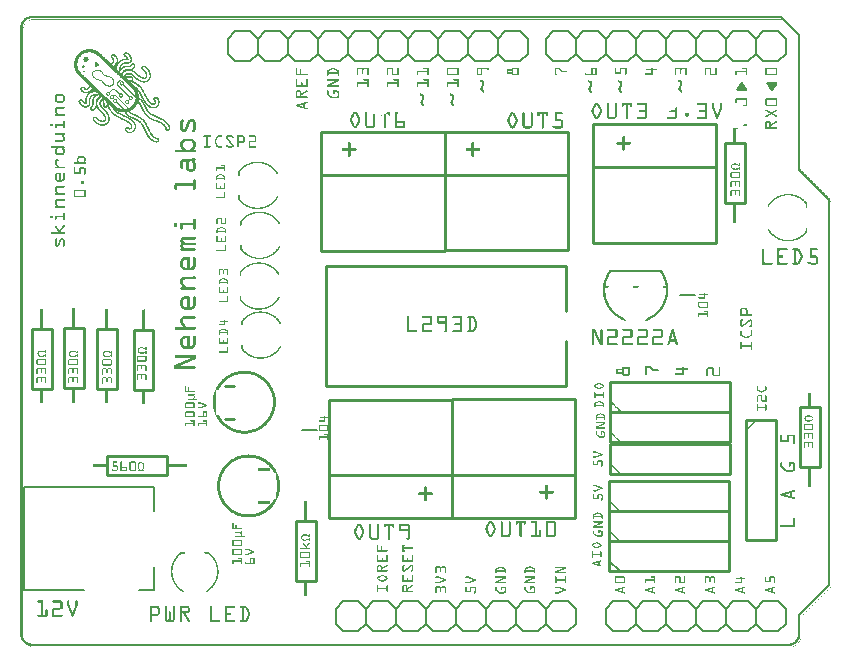
<source format=gto>
G04 MADE WITH FRITZING*
G04 WWW.FRITZING.ORG*
G04 DOUBLE SIDED*
G04 HOLES PLATED*
G04 CONTOUR ON CENTER OF CONTOUR VECTOR*
%ASAXBY*%
%FSLAX23Y23*%
%MOIN*%
%OFA0B0*%
%SFA1.0B1.0*%
%ADD10C,0.010000*%
%ADD11C,0.005000*%
%ADD12C,0.008000*%
%ADD13C,0.010417*%
%ADD14C,0.006000*%
%ADD15C,0.011000*%
%ADD16R,0.001000X0.001000*%
%LNSILK1*%
G90*
G70*
G54D10*
X1965Y260D02*
X2365Y260D01*
D02*
X2365Y260D02*
X2365Y360D01*
D02*
X2365Y360D02*
X1965Y360D01*
D02*
X1965Y360D02*
X1965Y260D01*
G54D11*
D02*
X2000Y260D02*
X1965Y295D01*
G54D10*
D02*
X2421Y764D02*
X2421Y364D01*
D02*
X2421Y364D02*
X2521Y364D01*
D02*
X2521Y364D02*
X2521Y764D01*
D02*
X2521Y764D02*
X2421Y764D01*
D02*
X1965Y462D02*
X2365Y462D01*
D02*
X2365Y462D02*
X2365Y562D01*
D02*
X2365Y562D02*
X1965Y562D01*
D02*
X1965Y562D02*
X1965Y462D01*
D02*
X1965Y362D02*
X2365Y362D01*
D02*
X2365Y362D02*
X2365Y462D01*
D02*
X2365Y462D02*
X1965Y462D01*
D02*
X1965Y462D02*
X1965Y362D01*
D02*
X1968Y586D02*
X2368Y586D01*
D02*
X2368Y586D02*
X2368Y686D01*
D02*
X2368Y686D02*
X1968Y686D01*
D02*
X1968Y686D02*
X1968Y586D01*
D02*
X1968Y690D02*
X2368Y690D01*
D02*
X2368Y690D02*
X2368Y790D01*
D02*
X2368Y790D02*
X1968Y790D01*
D02*
X1968Y790D02*
X1968Y690D01*
D02*
X1968Y793D02*
X2368Y793D01*
D02*
X2368Y793D02*
X2368Y893D01*
D02*
X2368Y893D02*
X1968Y893D01*
D02*
X1968Y893D02*
X1968Y793D01*
G54D12*
D02*
X941Y730D02*
X991Y730D01*
D02*
X2201Y1181D02*
X2251Y1181D01*
G54D13*
D02*
X1910Y1356D02*
X2321Y1356D01*
D02*
X2321Y1356D02*
X2321Y1752D01*
D02*
X2321Y1752D02*
X1910Y1752D01*
D02*
X1910Y1752D02*
X1910Y1356D01*
D02*
X2321Y1609D02*
X1910Y1609D01*
D02*
X1852Y834D02*
X1442Y834D01*
D02*
X1442Y834D02*
X1442Y439D01*
D02*
X1442Y439D02*
X1852Y439D01*
D02*
X1852Y439D02*
X1852Y834D01*
D02*
X1442Y581D02*
X1852Y581D01*
D02*
X1442Y833D02*
X1031Y833D01*
D02*
X1031Y833D02*
X1031Y437D01*
D02*
X1031Y437D02*
X1442Y437D01*
D02*
X1442Y437D02*
X1442Y833D01*
D02*
X1031Y580D02*
X1442Y580D01*
D02*
X1005Y1329D02*
X1416Y1329D01*
D02*
X1416Y1329D02*
X1416Y1725D01*
D02*
X1416Y1725D02*
X1005Y1725D01*
D02*
X1005Y1725D02*
X1005Y1329D01*
D02*
X1416Y1582D02*
X1005Y1582D01*
D02*
X1418Y1330D02*
X1828Y1330D01*
D02*
X1828Y1330D02*
X1828Y1726D01*
D02*
X1828Y1726D02*
X1418Y1726D01*
D02*
X1418Y1726D02*
X1418Y1330D01*
D02*
X1828Y1583D02*
X1418Y1583D01*
G54D10*
D02*
X492Y580D02*
X292Y580D01*
D02*
X292Y580D02*
X292Y646D01*
D02*
X292Y646D02*
X492Y646D01*
D02*
X492Y646D02*
X492Y580D01*
G54D14*
D02*
X2278Y161D02*
X2328Y161D01*
D02*
X2328Y161D02*
X2353Y136D01*
D02*
X2353Y136D02*
X2353Y86D01*
D02*
X2353Y86D02*
X2328Y61D01*
D02*
X2353Y136D02*
X2378Y161D01*
D02*
X2378Y161D02*
X2428Y161D01*
D02*
X2428Y161D02*
X2453Y136D01*
D02*
X2453Y136D02*
X2453Y86D01*
D02*
X2453Y86D02*
X2428Y61D01*
D02*
X2428Y61D02*
X2378Y61D01*
D02*
X2378Y61D02*
X2353Y86D01*
D02*
X2153Y136D02*
X2178Y161D01*
D02*
X2178Y161D02*
X2228Y161D01*
D02*
X2228Y161D02*
X2253Y136D01*
D02*
X2253Y136D02*
X2253Y86D01*
D02*
X2253Y86D02*
X2228Y61D01*
D02*
X2228Y61D02*
X2178Y61D01*
D02*
X2178Y61D02*
X2153Y86D01*
D02*
X2278Y161D02*
X2253Y136D01*
D02*
X2253Y86D02*
X2278Y61D01*
D02*
X2328Y61D02*
X2278Y61D01*
D02*
X1978Y161D02*
X2028Y161D01*
D02*
X2028Y161D02*
X2053Y136D01*
D02*
X2053Y136D02*
X2053Y86D01*
D02*
X2053Y86D02*
X2028Y61D01*
D02*
X2053Y136D02*
X2078Y161D01*
D02*
X2078Y161D02*
X2128Y161D01*
D02*
X2128Y161D02*
X2153Y136D01*
D02*
X2153Y136D02*
X2153Y86D01*
D02*
X2153Y86D02*
X2128Y61D01*
D02*
X2128Y61D02*
X2078Y61D01*
D02*
X2078Y61D02*
X2053Y86D01*
D02*
X1953Y136D02*
X1953Y86D01*
D02*
X1978Y161D02*
X1953Y136D01*
D02*
X1953Y86D02*
X1978Y61D01*
D02*
X2028Y61D02*
X1978Y61D01*
D02*
X2478Y161D02*
X2528Y161D01*
D02*
X2528Y161D02*
X2553Y136D01*
D02*
X2553Y136D02*
X2553Y86D01*
D02*
X2553Y86D02*
X2528Y61D01*
D02*
X2478Y161D02*
X2453Y136D01*
D02*
X2453Y86D02*
X2478Y61D01*
D02*
X2528Y61D02*
X2478Y61D01*
D02*
X868Y1961D02*
X818Y1961D01*
D02*
X1068Y1961D02*
X1018Y1961D01*
D02*
X968Y1961D02*
X918Y1961D01*
D02*
X1168Y1961D02*
X1118Y1961D01*
D02*
X1368Y1961D02*
X1318Y1961D01*
D02*
X1268Y1961D02*
X1218Y1961D01*
D02*
X1468Y1961D02*
X1418Y1961D01*
D02*
X1668Y1961D02*
X1618Y1961D01*
D02*
X1568Y1961D02*
X1518Y1961D01*
D02*
X768Y1961D02*
X718Y1961D01*
D02*
X893Y1986D02*
X868Y1961D01*
D02*
X818Y1961D02*
X793Y1986D01*
D02*
X793Y1986D02*
X793Y2036D01*
D02*
X793Y2036D02*
X818Y2061D01*
D02*
X818Y2061D02*
X868Y2061D01*
D02*
X868Y2061D02*
X893Y2036D01*
D02*
X1018Y1961D02*
X993Y1986D01*
D02*
X993Y1986D02*
X993Y2036D01*
D02*
X993Y2036D02*
X1018Y2061D01*
D02*
X993Y1986D02*
X968Y1961D01*
D02*
X918Y1961D02*
X893Y1986D01*
D02*
X893Y1986D02*
X893Y2036D01*
D02*
X893Y2036D02*
X918Y2061D01*
D02*
X918Y2061D02*
X968Y2061D01*
D02*
X968Y2061D02*
X993Y2036D01*
D02*
X1193Y1986D02*
X1168Y1961D01*
D02*
X1118Y1961D02*
X1093Y1986D01*
D02*
X1093Y1986D02*
X1093Y2036D01*
D02*
X1093Y2036D02*
X1118Y2061D01*
D02*
X1118Y2061D02*
X1168Y2061D01*
D02*
X1168Y2061D02*
X1193Y2036D01*
D02*
X1068Y1961D02*
X1093Y1986D01*
D02*
X1093Y2036D02*
X1068Y2061D01*
D02*
X1018Y2061D02*
X1068Y2061D01*
D02*
X1318Y1961D02*
X1293Y1986D01*
D02*
X1293Y1986D02*
X1293Y2036D01*
D02*
X1293Y2036D02*
X1318Y2061D01*
D02*
X1293Y1986D02*
X1268Y1961D01*
D02*
X1218Y1961D02*
X1193Y1986D01*
D02*
X1193Y1986D02*
X1193Y2036D01*
D02*
X1193Y2036D02*
X1218Y2061D01*
D02*
X1218Y2061D02*
X1268Y2061D01*
D02*
X1268Y2061D02*
X1293Y2036D01*
D02*
X1493Y1986D02*
X1468Y1961D01*
D02*
X1418Y1961D02*
X1393Y1986D01*
D02*
X1393Y1986D02*
X1393Y2036D01*
D02*
X1393Y2036D02*
X1418Y2061D01*
D02*
X1418Y2061D02*
X1468Y2061D01*
D02*
X1468Y2061D02*
X1493Y2036D01*
D02*
X1368Y1961D02*
X1393Y1986D01*
D02*
X1393Y2036D02*
X1368Y2061D01*
D02*
X1318Y2061D02*
X1368Y2061D01*
D02*
X1618Y1961D02*
X1593Y1986D01*
D02*
X1593Y1986D02*
X1593Y2036D01*
D02*
X1593Y2036D02*
X1618Y2061D01*
D02*
X1593Y1986D02*
X1568Y1961D01*
D02*
X1518Y1961D02*
X1493Y1986D01*
D02*
X1493Y1986D02*
X1493Y2036D01*
D02*
X1493Y2036D02*
X1518Y2061D01*
D02*
X1518Y2061D02*
X1568Y2061D01*
D02*
X1568Y2061D02*
X1593Y2036D01*
D02*
X1693Y1986D02*
X1693Y2036D01*
D02*
X1668Y1961D02*
X1693Y1986D01*
D02*
X1693Y2036D02*
X1668Y2061D01*
D02*
X1618Y2061D02*
X1668Y2061D01*
D02*
X718Y1961D02*
X693Y1986D01*
D02*
X693Y1986D02*
X693Y2036D01*
D02*
X693Y2036D02*
X718Y2061D01*
D02*
X768Y1961D02*
X793Y1986D01*
D02*
X793Y2036D02*
X768Y2061D01*
D02*
X718Y2061D02*
X768Y2061D01*
D02*
X1928Y1961D02*
X1878Y1961D01*
D02*
X1878Y1961D02*
X1853Y1986D01*
D02*
X1853Y1986D02*
X1853Y2036D01*
D02*
X1853Y2036D02*
X1878Y2061D01*
D02*
X2053Y1986D02*
X2028Y1961D01*
D02*
X2028Y1961D02*
X1978Y1961D01*
D02*
X1978Y1961D02*
X1953Y1986D01*
D02*
X1953Y1986D02*
X1953Y2036D01*
D02*
X1953Y2036D02*
X1978Y2061D01*
D02*
X1978Y2061D02*
X2028Y2061D01*
D02*
X2028Y2061D02*
X2053Y2036D01*
D02*
X1928Y1961D02*
X1953Y1986D01*
D02*
X1953Y2036D02*
X1928Y2061D01*
D02*
X1878Y2061D02*
X1928Y2061D01*
D02*
X2228Y1961D02*
X2178Y1961D01*
D02*
X2178Y1961D02*
X2153Y1986D01*
D02*
X2153Y1986D02*
X2153Y2036D01*
D02*
X2153Y2036D02*
X2178Y2061D01*
D02*
X2153Y1986D02*
X2128Y1961D01*
D02*
X2128Y1961D02*
X2078Y1961D01*
D02*
X2078Y1961D02*
X2053Y1986D01*
D02*
X2053Y1986D02*
X2053Y2036D01*
D02*
X2053Y2036D02*
X2078Y2061D01*
D02*
X2078Y2061D02*
X2128Y2061D01*
D02*
X2128Y2061D02*
X2153Y2036D01*
D02*
X2353Y1986D02*
X2328Y1961D01*
D02*
X2328Y1961D02*
X2278Y1961D01*
D02*
X2278Y1961D02*
X2253Y1986D01*
D02*
X2253Y1986D02*
X2253Y2036D01*
D02*
X2253Y2036D02*
X2278Y2061D01*
D02*
X2278Y2061D02*
X2328Y2061D01*
D02*
X2328Y2061D02*
X2353Y2036D01*
D02*
X2228Y1961D02*
X2253Y1986D01*
D02*
X2253Y2036D02*
X2228Y2061D01*
D02*
X2178Y2061D02*
X2228Y2061D01*
D02*
X2528Y1961D02*
X2478Y1961D01*
D02*
X2478Y1961D02*
X2453Y1986D01*
D02*
X2453Y1986D02*
X2453Y2036D01*
D02*
X2453Y2036D02*
X2478Y2061D01*
D02*
X2453Y1986D02*
X2428Y1961D01*
D02*
X2428Y1961D02*
X2378Y1961D01*
D02*
X2378Y1961D02*
X2353Y1986D01*
D02*
X2353Y1986D02*
X2353Y2036D01*
D02*
X2353Y2036D02*
X2378Y2061D01*
D02*
X2378Y2061D02*
X2428Y2061D01*
D02*
X2428Y2061D02*
X2453Y2036D01*
D02*
X2553Y1986D02*
X2553Y2036D01*
D02*
X2528Y1961D02*
X2553Y1986D01*
D02*
X2553Y2036D02*
X2528Y2061D01*
D02*
X2478Y2061D02*
X2528Y2061D01*
D02*
X1828Y1961D02*
X1778Y1961D01*
D02*
X1778Y1961D02*
X1753Y1986D01*
D02*
X1753Y1986D02*
X1753Y2036D01*
D02*
X1753Y2036D02*
X1778Y2061D01*
D02*
X1828Y1961D02*
X1853Y1986D01*
D02*
X1853Y2036D02*
X1828Y2061D01*
D02*
X1778Y2061D02*
X1828Y2061D01*
D02*
X1678Y161D02*
X1728Y161D01*
D02*
X1728Y161D02*
X1753Y136D01*
D02*
X1753Y136D02*
X1753Y86D01*
D02*
X1753Y86D02*
X1728Y61D01*
D02*
X1553Y136D02*
X1578Y161D01*
D02*
X1578Y161D02*
X1628Y161D01*
D02*
X1628Y161D02*
X1653Y136D01*
D02*
X1653Y136D02*
X1653Y86D01*
D02*
X1653Y86D02*
X1628Y61D01*
D02*
X1628Y61D02*
X1578Y61D01*
D02*
X1578Y61D02*
X1553Y86D01*
D02*
X1678Y161D02*
X1653Y136D01*
D02*
X1653Y86D02*
X1678Y61D01*
D02*
X1728Y61D02*
X1678Y61D01*
D02*
X1378Y161D02*
X1428Y161D01*
D02*
X1428Y161D02*
X1453Y136D01*
D02*
X1453Y136D02*
X1453Y86D01*
D02*
X1453Y86D02*
X1428Y61D01*
D02*
X1453Y136D02*
X1478Y161D01*
D02*
X1478Y161D02*
X1528Y161D01*
D02*
X1528Y161D02*
X1553Y136D01*
D02*
X1553Y136D02*
X1553Y86D01*
D02*
X1553Y86D02*
X1528Y61D01*
D02*
X1528Y61D02*
X1478Y61D01*
D02*
X1478Y61D02*
X1453Y86D01*
D02*
X1253Y136D02*
X1278Y161D01*
D02*
X1278Y161D02*
X1328Y161D01*
D02*
X1328Y161D02*
X1353Y136D01*
D02*
X1353Y136D02*
X1353Y86D01*
D02*
X1353Y86D02*
X1328Y61D01*
D02*
X1328Y61D02*
X1278Y61D01*
D02*
X1278Y61D02*
X1253Y86D01*
D02*
X1378Y161D02*
X1353Y136D01*
D02*
X1353Y86D02*
X1378Y61D01*
D02*
X1428Y61D02*
X1378Y61D01*
D02*
X1078Y161D02*
X1128Y161D01*
D02*
X1128Y161D02*
X1153Y136D01*
D02*
X1153Y136D02*
X1153Y86D01*
D02*
X1153Y86D02*
X1128Y61D01*
D02*
X1153Y136D02*
X1178Y161D01*
D02*
X1178Y161D02*
X1228Y161D01*
D02*
X1228Y161D02*
X1253Y136D01*
D02*
X1253Y136D02*
X1253Y86D01*
D02*
X1253Y86D02*
X1228Y61D01*
D02*
X1228Y61D02*
X1178Y61D01*
D02*
X1178Y61D02*
X1153Y86D01*
D02*
X1053Y136D02*
X1053Y86D01*
D02*
X1078Y161D02*
X1053Y136D01*
D02*
X1053Y86D02*
X1078Y61D01*
D02*
X1128Y61D02*
X1078Y61D01*
D02*
X1778Y161D02*
X1828Y161D01*
D02*
X1828Y161D02*
X1853Y136D01*
D02*
X1853Y136D02*
X1853Y86D01*
D02*
X1853Y86D02*
X1828Y61D01*
D02*
X1778Y161D02*
X1753Y136D01*
D02*
X1753Y86D02*
X1778Y61D01*
D02*
X1828Y61D02*
X1778Y61D01*
G54D12*
D02*
X2136Y1263D02*
X1971Y1263D01*
G54D10*
D02*
X1822Y1279D02*
X1022Y1279D01*
D02*
X1022Y1279D02*
X1022Y879D01*
D02*
X1022Y879D02*
X1822Y879D01*
D02*
X1822Y1279D02*
X1822Y1129D01*
D02*
X1822Y1029D02*
X1822Y879D01*
G54D12*
D02*
X448Y198D02*
X448Y274D01*
D02*
X15Y198D02*
X213Y198D01*
D02*
X448Y198D02*
X398Y198D01*
D02*
X15Y540D02*
X448Y540D01*
D02*
X448Y540D02*
X448Y463D01*
D02*
X15Y540D02*
X15Y198D01*
G54D10*
D02*
X445Y1066D02*
X445Y866D01*
D02*
X445Y866D02*
X379Y866D01*
D02*
X379Y866D02*
X379Y1066D01*
D02*
X379Y1066D02*
X445Y1066D01*
D02*
X324Y1069D02*
X324Y869D01*
D02*
X324Y869D02*
X258Y869D01*
D02*
X258Y869D02*
X258Y1069D01*
D02*
X258Y1069D02*
X324Y1069D01*
D02*
X214Y1071D02*
X214Y871D01*
D02*
X214Y871D02*
X148Y871D01*
D02*
X148Y871D02*
X148Y1071D01*
D02*
X148Y1071D02*
X214Y1071D01*
D02*
X106Y1069D02*
X106Y869D01*
D02*
X106Y869D02*
X40Y869D01*
D02*
X40Y869D02*
X40Y1069D01*
D02*
X40Y1069D02*
X106Y1069D01*
D02*
X2601Y607D02*
X2601Y807D01*
D02*
X2601Y807D02*
X2667Y807D01*
D02*
X2667Y807D02*
X2667Y607D01*
D02*
X2667Y607D02*
X2601Y607D01*
D02*
X2352Y1489D02*
X2352Y1689D01*
D02*
X2352Y1689D02*
X2418Y1689D01*
D02*
X2418Y1689D02*
X2418Y1489D01*
D02*
X2418Y1489D02*
X2352Y1489D01*
D02*
X986Y427D02*
X986Y227D01*
D02*
X986Y227D02*
X920Y227D01*
D02*
X920Y227D02*
X920Y427D01*
D02*
X920Y427D02*
X986Y427D01*
G54D15*
X684Y879D02*
X714Y879D01*
D02*
X684Y769D02*
X714Y769D01*
D02*
G54D16*
X34Y2111D02*
X2539Y2111D01*
X30Y2110D02*
X2540Y2110D01*
X27Y2109D02*
X2541Y2109D01*
X24Y2108D02*
X2542Y2108D01*
X22Y2107D02*
X2543Y2107D01*
X21Y2106D02*
X2544Y2106D01*
X19Y2105D02*
X2545Y2105D01*
X18Y2104D02*
X2546Y2104D01*
X16Y2103D02*
X33Y2103D01*
X2537Y2103D02*
X2547Y2103D01*
X15Y2102D02*
X30Y2102D01*
X2538Y2102D02*
X2548Y2102D01*
X14Y2101D02*
X27Y2101D01*
X2539Y2101D02*
X2549Y2101D01*
X13Y2100D02*
X25Y2100D01*
X39Y2100D02*
X2550Y2100D01*
X12Y2099D02*
X23Y2099D01*
X35Y2099D02*
X38Y2099D01*
X2541Y2099D02*
X2551Y2099D01*
X11Y2098D02*
X22Y2098D01*
X33Y2098D02*
X34Y2098D01*
X2542Y2098D02*
X2552Y2098D01*
X10Y2097D02*
X21Y2097D01*
X30Y2097D02*
X32Y2097D01*
X2543Y2097D02*
X2553Y2097D01*
X10Y2096D02*
X19Y2096D01*
X29Y2096D02*
X30Y2096D01*
X2544Y2096D02*
X2554Y2096D01*
X9Y2095D02*
X18Y2095D01*
X27Y2095D02*
X28Y2095D01*
X2545Y2095D02*
X2555Y2095D01*
X8Y2094D02*
X17Y2094D01*
X25Y2094D02*
X26Y2094D01*
X2546Y2094D02*
X2556Y2094D01*
X8Y2093D02*
X16Y2093D01*
X24Y2093D02*
X25Y2093D01*
X2547Y2093D02*
X2557Y2093D01*
X7Y2092D02*
X16Y2092D01*
X23Y2092D02*
X23Y2092D01*
X2548Y2092D02*
X2558Y2092D01*
X6Y2091D02*
X15Y2091D01*
X22Y2091D02*
X22Y2091D01*
X2549Y2091D02*
X2559Y2091D01*
X6Y2090D02*
X14Y2090D01*
X21Y2090D02*
X21Y2090D01*
X2550Y2090D02*
X2560Y2090D01*
X5Y2089D02*
X13Y2089D01*
X20Y2089D02*
X20Y2089D01*
X2551Y2089D02*
X2561Y2089D01*
X5Y2088D02*
X13Y2088D01*
X19Y2088D02*
X19Y2088D01*
X2552Y2088D02*
X2562Y2088D01*
X5Y2087D02*
X12Y2087D01*
X18Y2087D02*
X18Y2087D01*
X2553Y2087D02*
X2563Y2087D01*
X4Y2086D02*
X12Y2086D01*
X18Y2086D02*
X18Y2086D01*
X2554Y2086D02*
X2564Y2086D01*
X4Y2085D02*
X11Y2085D01*
X17Y2085D02*
X17Y2085D01*
X2555Y2085D02*
X2565Y2085D01*
X3Y2084D02*
X11Y2084D01*
X16Y2084D02*
X16Y2084D01*
X2556Y2084D02*
X2566Y2084D01*
X3Y2083D02*
X10Y2083D01*
X16Y2083D02*
X16Y2083D01*
X2557Y2083D02*
X2567Y2083D01*
X3Y2082D02*
X10Y2082D01*
X15Y2082D02*
X15Y2082D01*
X2558Y2082D02*
X2568Y2082D01*
X3Y2081D02*
X10Y2081D01*
X14Y2081D02*
X15Y2081D01*
X2559Y2081D02*
X2569Y2081D01*
X2Y2080D02*
X10Y2080D01*
X14Y2080D02*
X14Y2080D01*
X2560Y2080D02*
X2570Y2080D01*
X2Y2079D02*
X9Y2079D01*
X14Y2079D02*
X14Y2079D01*
X2561Y2079D02*
X2571Y2079D01*
X2Y2078D02*
X9Y2078D01*
X13Y2078D02*
X13Y2078D01*
X2562Y2078D02*
X2572Y2078D01*
X2Y2077D02*
X9Y2077D01*
X13Y2077D02*
X13Y2077D01*
X2563Y2077D02*
X2573Y2077D01*
X2Y2076D02*
X9Y2076D01*
X12Y2076D02*
X12Y2076D01*
X2564Y2076D02*
X2574Y2076D01*
X2Y2075D02*
X9Y2075D01*
X12Y2075D02*
X12Y2075D01*
X2565Y2075D02*
X2575Y2075D01*
X2Y2074D02*
X9Y2074D01*
X12Y2074D02*
X12Y2074D01*
X2566Y2074D02*
X2576Y2074D01*
X2Y2073D02*
X9Y2073D01*
X12Y2073D02*
X12Y2073D01*
X2567Y2073D02*
X2577Y2073D01*
X2Y2072D02*
X9Y2072D01*
X11Y2072D02*
X11Y2072D01*
X2568Y2072D02*
X2578Y2072D01*
X2Y2071D02*
X9Y2071D01*
X11Y2071D02*
X11Y2071D01*
X2569Y2071D02*
X2579Y2071D01*
X2Y2070D02*
X9Y2070D01*
X11Y2070D02*
X11Y2070D01*
X2570Y2070D02*
X2580Y2070D01*
X2Y2069D02*
X9Y2069D01*
X11Y2069D02*
X11Y2069D01*
X2571Y2069D02*
X2581Y2069D01*
X2Y2068D02*
X9Y2068D01*
X11Y2068D02*
X11Y2068D01*
X2572Y2068D02*
X2582Y2068D01*
X2Y2067D02*
X9Y2067D01*
X11Y2067D02*
X11Y2067D01*
X2573Y2067D02*
X2583Y2067D01*
X2Y2066D02*
X9Y2066D01*
X11Y2066D02*
X11Y2066D01*
X2574Y2066D02*
X2584Y2066D01*
X2Y2065D02*
X9Y2065D01*
X11Y2065D02*
X11Y2065D01*
X2575Y2065D02*
X2585Y2065D01*
X2Y2064D02*
X9Y2064D01*
X11Y2064D02*
X11Y2064D01*
X2576Y2064D02*
X2586Y2064D01*
X2Y2063D02*
X9Y2063D01*
X11Y2063D02*
X11Y2063D01*
X2577Y2063D02*
X2587Y2063D01*
X2Y2062D02*
X9Y2062D01*
X11Y2062D02*
X11Y2062D01*
X2578Y2062D02*
X2588Y2062D01*
X2Y2061D02*
X9Y2061D01*
X11Y2061D02*
X11Y2061D01*
X2579Y2061D02*
X2589Y2061D01*
X2Y2060D02*
X9Y2060D01*
X11Y2060D02*
X11Y2060D01*
X2580Y2060D02*
X2590Y2060D01*
X2Y2059D02*
X9Y2059D01*
X11Y2059D02*
X11Y2059D01*
X2581Y2059D02*
X2591Y2059D01*
X2Y2058D02*
X9Y2058D01*
X11Y2058D02*
X11Y2058D01*
X2582Y2058D02*
X2592Y2058D01*
X2Y2057D02*
X9Y2057D01*
X11Y2057D02*
X11Y2057D01*
X2583Y2057D02*
X2593Y2057D01*
X2Y2056D02*
X9Y2056D01*
X11Y2056D02*
X11Y2056D01*
X2584Y2056D02*
X2594Y2056D01*
X2Y2055D02*
X9Y2055D01*
X11Y2055D02*
X11Y2055D01*
X2585Y2055D02*
X2595Y2055D01*
X2Y2054D02*
X9Y2054D01*
X11Y2054D02*
X11Y2054D01*
X2586Y2054D02*
X2596Y2054D01*
X2Y2053D02*
X9Y2053D01*
X11Y2053D02*
X11Y2053D01*
X2587Y2053D02*
X2597Y2053D01*
X2Y2052D02*
X9Y2052D01*
X11Y2052D02*
X11Y2052D01*
X2588Y2052D02*
X2598Y2052D01*
X2Y2051D02*
X9Y2051D01*
X11Y2051D02*
X11Y2051D01*
X2589Y2051D02*
X2599Y2051D01*
X2Y2050D02*
X9Y2050D01*
X11Y2050D02*
X11Y2050D01*
X2590Y2050D02*
X2600Y2050D01*
X2Y2049D02*
X9Y2049D01*
X11Y2049D02*
X11Y2049D01*
X2591Y2049D02*
X2601Y2049D01*
X2Y2048D02*
X9Y2048D01*
X11Y2048D02*
X11Y2048D01*
X2592Y2048D02*
X2601Y2048D01*
X2Y2047D02*
X9Y2047D01*
X11Y2047D02*
X11Y2047D01*
X2593Y2047D02*
X2601Y2047D01*
X2Y2046D02*
X9Y2046D01*
X11Y2046D02*
X11Y2046D01*
X2594Y2046D02*
X2601Y2046D01*
X2Y2045D02*
X9Y2045D01*
X11Y2045D02*
X11Y2045D01*
X2594Y2045D02*
X2601Y2045D01*
X2Y2044D02*
X9Y2044D01*
X11Y2044D02*
X11Y2044D01*
X2594Y2044D02*
X2601Y2044D01*
X2Y2043D02*
X9Y2043D01*
X11Y2043D02*
X11Y2043D01*
X2594Y2043D02*
X2601Y2043D01*
X2Y2042D02*
X9Y2042D01*
X11Y2042D02*
X11Y2042D01*
X2594Y2042D02*
X2602Y2042D01*
X2Y2041D02*
X9Y2041D01*
X11Y2041D02*
X11Y2041D01*
X2594Y2041D02*
X2603Y2041D01*
X2Y2040D02*
X9Y2040D01*
X11Y2040D02*
X11Y2040D01*
X2594Y2040D02*
X2601Y2040D01*
X2603Y2040D02*
X2603Y2040D01*
X2Y2039D02*
X9Y2039D01*
X11Y2039D02*
X11Y2039D01*
X2594Y2039D02*
X2601Y2039D01*
X2603Y2039D02*
X2603Y2039D01*
X2Y2038D02*
X9Y2038D01*
X11Y2038D02*
X11Y2038D01*
X2594Y2038D02*
X2601Y2038D01*
X2603Y2038D02*
X2603Y2038D01*
X2Y2037D02*
X9Y2037D01*
X11Y2037D02*
X11Y2037D01*
X2594Y2037D02*
X2601Y2037D01*
X2603Y2037D02*
X2603Y2037D01*
X2Y2036D02*
X9Y2036D01*
X11Y2036D02*
X11Y2036D01*
X2594Y2036D02*
X2601Y2036D01*
X2603Y2036D02*
X2603Y2036D01*
X2Y2035D02*
X9Y2035D01*
X11Y2035D02*
X11Y2035D01*
X2594Y2035D02*
X2601Y2035D01*
X2603Y2035D02*
X2603Y2035D01*
X2Y2034D02*
X9Y2034D01*
X11Y2034D02*
X11Y2034D01*
X2594Y2034D02*
X2601Y2034D01*
X2603Y2034D02*
X2603Y2034D01*
X2Y2033D02*
X9Y2033D01*
X11Y2033D02*
X11Y2033D01*
X2594Y2033D02*
X2601Y2033D01*
X2603Y2033D02*
X2603Y2033D01*
X2Y2032D02*
X9Y2032D01*
X11Y2032D02*
X11Y2032D01*
X2594Y2032D02*
X2601Y2032D01*
X2603Y2032D02*
X2603Y2032D01*
X2Y2031D02*
X9Y2031D01*
X11Y2031D02*
X11Y2031D01*
X2594Y2031D02*
X2601Y2031D01*
X2603Y2031D02*
X2603Y2031D01*
X2Y2030D02*
X9Y2030D01*
X11Y2030D02*
X11Y2030D01*
X2594Y2030D02*
X2601Y2030D01*
X2603Y2030D02*
X2603Y2030D01*
X2Y2029D02*
X9Y2029D01*
X11Y2029D02*
X11Y2029D01*
X2594Y2029D02*
X2601Y2029D01*
X2603Y2029D02*
X2603Y2029D01*
X2Y2028D02*
X9Y2028D01*
X11Y2028D02*
X11Y2028D01*
X2594Y2028D02*
X2601Y2028D01*
X2603Y2028D02*
X2603Y2028D01*
X2Y2027D02*
X9Y2027D01*
X11Y2027D02*
X11Y2027D01*
X2594Y2027D02*
X2601Y2027D01*
X2603Y2027D02*
X2603Y2027D01*
X2Y2026D02*
X9Y2026D01*
X11Y2026D02*
X11Y2026D01*
X2594Y2026D02*
X2601Y2026D01*
X2603Y2026D02*
X2603Y2026D01*
X2Y2025D02*
X9Y2025D01*
X11Y2025D02*
X11Y2025D01*
X2594Y2025D02*
X2601Y2025D01*
X2603Y2025D02*
X2603Y2025D01*
X2Y2024D02*
X9Y2024D01*
X11Y2024D02*
X11Y2024D01*
X2594Y2024D02*
X2601Y2024D01*
X2603Y2024D02*
X2603Y2024D01*
X2Y2023D02*
X9Y2023D01*
X11Y2023D02*
X11Y2023D01*
X2594Y2023D02*
X2601Y2023D01*
X2603Y2023D02*
X2603Y2023D01*
X2Y2022D02*
X9Y2022D01*
X11Y2022D02*
X11Y2022D01*
X2594Y2022D02*
X2601Y2022D01*
X2603Y2022D02*
X2603Y2022D01*
X2Y2021D02*
X9Y2021D01*
X11Y2021D02*
X11Y2021D01*
X2594Y2021D02*
X2601Y2021D01*
X2603Y2021D02*
X2603Y2021D01*
X2Y2020D02*
X9Y2020D01*
X11Y2020D02*
X11Y2020D01*
X2594Y2020D02*
X2601Y2020D01*
X2603Y2020D02*
X2603Y2020D01*
X2Y2019D02*
X9Y2019D01*
X11Y2019D02*
X11Y2019D01*
X2594Y2019D02*
X2601Y2019D01*
X2603Y2019D02*
X2603Y2019D01*
X2Y2018D02*
X9Y2018D01*
X11Y2018D02*
X11Y2018D01*
X2594Y2018D02*
X2601Y2018D01*
X2603Y2018D02*
X2603Y2018D01*
X2Y2017D02*
X9Y2017D01*
X11Y2017D02*
X11Y2017D01*
X2594Y2017D02*
X2601Y2017D01*
X2603Y2017D02*
X2603Y2017D01*
X2Y2016D02*
X9Y2016D01*
X11Y2016D02*
X11Y2016D01*
X2594Y2016D02*
X2601Y2016D01*
X2603Y2016D02*
X2603Y2016D01*
X2Y2015D02*
X9Y2015D01*
X11Y2015D02*
X11Y2015D01*
X2594Y2015D02*
X2601Y2015D01*
X2603Y2015D02*
X2603Y2015D01*
X2Y2014D02*
X9Y2014D01*
X11Y2014D02*
X11Y2014D01*
X2594Y2014D02*
X2601Y2014D01*
X2603Y2014D02*
X2603Y2014D01*
X2Y2013D02*
X9Y2013D01*
X11Y2013D02*
X11Y2013D01*
X2594Y2013D02*
X2601Y2013D01*
X2603Y2013D02*
X2603Y2013D01*
X2Y2012D02*
X9Y2012D01*
X11Y2012D02*
X11Y2012D01*
X2594Y2012D02*
X2601Y2012D01*
X2603Y2012D02*
X2603Y2012D01*
X2Y2011D02*
X9Y2011D01*
X11Y2011D02*
X11Y2011D01*
X2594Y2011D02*
X2601Y2011D01*
X2603Y2011D02*
X2603Y2011D01*
X2Y2010D02*
X9Y2010D01*
X11Y2010D02*
X11Y2010D01*
X2594Y2010D02*
X2601Y2010D01*
X2603Y2010D02*
X2603Y2010D01*
X2Y2009D02*
X9Y2009D01*
X11Y2009D02*
X11Y2009D01*
X2594Y2009D02*
X2601Y2009D01*
X2603Y2009D02*
X2603Y2009D01*
X2Y2008D02*
X9Y2008D01*
X11Y2008D02*
X11Y2008D01*
X2594Y2008D02*
X2601Y2008D01*
X2603Y2008D02*
X2603Y2008D01*
X2Y2007D02*
X9Y2007D01*
X11Y2007D02*
X11Y2007D01*
X2594Y2007D02*
X2601Y2007D01*
X2603Y2007D02*
X2603Y2007D01*
X2Y2006D02*
X9Y2006D01*
X11Y2006D02*
X11Y2006D01*
X2594Y2006D02*
X2601Y2006D01*
X2603Y2006D02*
X2603Y2006D01*
X2Y2005D02*
X9Y2005D01*
X11Y2005D02*
X11Y2005D01*
X2594Y2005D02*
X2601Y2005D01*
X2603Y2005D02*
X2603Y2005D01*
X2Y2004D02*
X9Y2004D01*
X11Y2004D02*
X11Y2004D01*
X2594Y2004D02*
X2601Y2004D01*
X2603Y2004D02*
X2603Y2004D01*
X2Y2003D02*
X9Y2003D01*
X11Y2003D02*
X11Y2003D01*
X2594Y2003D02*
X2601Y2003D01*
X2603Y2003D02*
X2603Y2003D01*
X2Y2002D02*
X9Y2002D01*
X11Y2002D02*
X11Y2002D01*
X2594Y2002D02*
X2601Y2002D01*
X2603Y2002D02*
X2603Y2002D01*
X2Y2001D02*
X9Y2001D01*
X11Y2001D02*
X11Y2001D01*
X226Y2001D02*
X239Y2001D01*
X2594Y2001D02*
X2601Y2001D01*
X2603Y2001D02*
X2603Y2001D01*
X2Y2000D02*
X9Y2000D01*
X11Y2000D02*
X11Y2000D01*
X221Y2000D02*
X244Y2000D01*
X2594Y2000D02*
X2601Y2000D01*
X2603Y2000D02*
X2603Y2000D01*
X2Y1999D02*
X9Y1999D01*
X11Y1999D02*
X11Y1999D01*
X217Y1999D02*
X247Y1999D01*
X2594Y1999D02*
X2601Y1999D01*
X2603Y1999D02*
X2603Y1999D01*
X2Y1998D02*
X9Y1998D01*
X11Y1998D02*
X11Y1998D01*
X214Y1998D02*
X250Y1998D01*
X2594Y1998D02*
X2601Y1998D01*
X2603Y1998D02*
X2603Y1998D01*
X2Y1997D02*
X9Y1997D01*
X11Y1997D02*
X11Y1997D01*
X212Y1997D02*
X253Y1997D01*
X2594Y1997D02*
X2601Y1997D01*
X2603Y1997D02*
X2603Y1997D01*
X2Y1996D02*
X9Y1996D01*
X11Y1996D02*
X11Y1996D01*
X210Y1996D02*
X255Y1996D01*
X2594Y1996D02*
X2601Y1996D01*
X2603Y1996D02*
X2603Y1996D01*
X2Y1995D02*
X9Y1995D01*
X11Y1995D02*
X11Y1995D01*
X208Y1995D02*
X257Y1995D01*
X2594Y1995D02*
X2601Y1995D01*
X2603Y1995D02*
X2603Y1995D01*
X2Y1994D02*
X9Y1994D01*
X11Y1994D02*
X11Y1994D01*
X206Y1994D02*
X258Y1994D01*
X2594Y1994D02*
X2601Y1994D01*
X2603Y1994D02*
X2603Y1994D01*
X2Y1993D02*
X9Y1993D01*
X11Y1993D02*
X11Y1993D01*
X204Y1993D02*
X260Y1993D01*
X2594Y1993D02*
X2601Y1993D01*
X2603Y1993D02*
X2603Y1993D01*
X2Y1992D02*
X9Y1992D01*
X11Y1992D02*
X11Y1992D01*
X203Y1992D02*
X261Y1992D01*
X2594Y1992D02*
X2601Y1992D01*
X2603Y1992D02*
X2603Y1992D01*
X2Y1991D02*
X9Y1991D01*
X11Y1991D02*
X11Y1991D01*
X201Y1991D02*
X263Y1991D01*
X352Y1991D02*
X355Y1991D01*
X2594Y1991D02*
X2601Y1991D01*
X2603Y1991D02*
X2603Y1991D01*
X2Y1990D02*
X9Y1990D01*
X11Y1990D02*
X11Y1990D01*
X200Y1990D02*
X226Y1990D01*
X238Y1990D02*
X264Y1990D01*
X350Y1990D02*
X358Y1990D01*
X2594Y1990D02*
X2601Y1990D01*
X2603Y1990D02*
X2603Y1990D01*
X2Y1989D02*
X9Y1989D01*
X11Y1989D02*
X11Y1989D01*
X199Y1989D02*
X221Y1989D01*
X243Y1989D02*
X265Y1989D01*
X349Y1989D02*
X360Y1989D01*
X2594Y1989D02*
X2601Y1989D01*
X2603Y1989D02*
X2603Y1989D01*
X2Y1988D02*
X9Y1988D01*
X11Y1988D02*
X11Y1988D01*
X198Y1988D02*
X218Y1988D01*
X247Y1988D02*
X266Y1988D01*
X348Y1988D02*
X361Y1988D01*
X2594Y1988D02*
X2601Y1988D01*
X2603Y1988D02*
X2603Y1988D01*
X2Y1987D02*
X9Y1987D01*
X11Y1987D02*
X11Y1987D01*
X197Y1987D02*
X215Y1987D01*
X249Y1987D02*
X267Y1987D01*
X347Y1987D02*
X362Y1987D01*
X2594Y1987D02*
X2601Y1987D01*
X2603Y1987D02*
X2603Y1987D01*
X2Y1986D02*
X9Y1986D01*
X11Y1986D02*
X11Y1986D01*
X196Y1986D02*
X213Y1986D01*
X251Y1986D02*
X268Y1986D01*
X347Y1986D02*
X352Y1986D01*
X355Y1986D02*
X364Y1986D01*
X2594Y1986D02*
X2601Y1986D01*
X2603Y1986D02*
X2603Y1986D01*
X2Y1985D02*
X9Y1985D01*
X11Y1985D02*
X11Y1985D01*
X195Y1985D02*
X211Y1985D01*
X253Y1985D02*
X269Y1985D01*
X346Y1985D02*
X351Y1985D01*
X357Y1985D02*
X365Y1985D01*
X2594Y1985D02*
X2601Y1985D01*
X2603Y1985D02*
X2603Y1985D01*
X2Y1984D02*
X9Y1984D01*
X11Y1984D02*
X11Y1984D01*
X194Y1984D02*
X210Y1984D01*
X255Y1984D02*
X270Y1984D01*
X310Y1984D02*
X314Y1984D01*
X346Y1984D02*
X350Y1984D01*
X359Y1984D02*
X366Y1984D01*
X2594Y1984D02*
X2601Y1984D01*
X2603Y1984D02*
X2603Y1984D01*
X2Y1983D02*
X9Y1983D01*
X11Y1983D02*
X11Y1983D01*
X193Y1983D02*
X208Y1983D01*
X256Y1983D02*
X272Y1983D01*
X308Y1983D02*
X316Y1983D01*
X346Y1983D02*
X350Y1983D01*
X360Y1983D02*
X367Y1983D01*
X2594Y1983D02*
X2601Y1983D01*
X2603Y1983D02*
X2603Y1983D01*
X2Y1982D02*
X9Y1982D01*
X11Y1982D02*
X11Y1982D01*
X192Y1982D02*
X207Y1982D01*
X257Y1982D02*
X273Y1982D01*
X307Y1982D02*
X317Y1982D01*
X346Y1982D02*
X350Y1982D01*
X361Y1982D02*
X368Y1982D01*
X2594Y1982D02*
X2601Y1982D01*
X2603Y1982D02*
X2603Y1982D01*
X2Y1981D02*
X9Y1981D01*
X11Y1981D02*
X11Y1981D01*
X192Y1981D02*
X206Y1981D01*
X258Y1981D02*
X274Y1981D01*
X306Y1981D02*
X318Y1981D01*
X346Y1981D02*
X351Y1981D01*
X363Y1981D02*
X368Y1981D01*
X2594Y1981D02*
X2601Y1981D01*
X2603Y1981D02*
X2603Y1981D01*
X2Y1980D02*
X9Y1980D01*
X11Y1980D02*
X11Y1980D01*
X191Y1980D02*
X205Y1980D01*
X259Y1980D02*
X275Y1980D01*
X305Y1980D02*
X319Y1980D01*
X347Y1980D02*
X352Y1980D01*
X364Y1980D02*
X369Y1980D01*
X2594Y1980D02*
X2601Y1980D01*
X2603Y1980D02*
X2603Y1980D01*
X2Y1979D02*
X9Y1979D01*
X11Y1979D02*
X11Y1979D01*
X190Y1979D02*
X204Y1979D01*
X260Y1979D02*
X276Y1979D01*
X304Y1979D02*
X310Y1979D01*
X313Y1979D02*
X321Y1979D01*
X347Y1979D02*
X353Y1979D01*
X364Y1979D02*
X370Y1979D01*
X2594Y1979D02*
X2601Y1979D01*
X2603Y1979D02*
X2603Y1979D01*
X2Y1978D02*
X9Y1978D01*
X11Y1978D02*
X11Y1978D01*
X189Y1978D02*
X203Y1978D01*
X262Y1978D02*
X277Y1978D01*
X304Y1978D02*
X309Y1978D01*
X315Y1978D02*
X321Y1978D01*
X348Y1978D02*
X355Y1978D01*
X365Y1978D02*
X370Y1978D01*
X2594Y1978D02*
X2601Y1978D01*
X2603Y1978D02*
X2603Y1978D01*
X2Y1977D02*
X9Y1977D01*
X11Y1977D02*
X11Y1977D01*
X189Y1977D02*
X202Y1977D01*
X263Y1977D02*
X278Y1977D01*
X304Y1977D02*
X308Y1977D01*
X316Y1977D02*
X322Y1977D01*
X348Y1977D02*
X356Y1977D01*
X366Y1977D02*
X371Y1977D01*
X2594Y1977D02*
X2601Y1977D01*
X2603Y1977D02*
X2603Y1977D01*
X2Y1976D02*
X9Y1976D01*
X11Y1976D02*
X11Y1976D01*
X188Y1976D02*
X201Y1976D01*
X264Y1976D02*
X279Y1976D01*
X304Y1976D02*
X308Y1976D01*
X317Y1976D02*
X323Y1976D01*
X350Y1976D02*
X357Y1976D01*
X367Y1976D02*
X371Y1976D01*
X2594Y1976D02*
X2601Y1976D01*
X2603Y1976D02*
X2603Y1976D01*
X2Y1975D02*
X9Y1975D01*
X11Y1975D02*
X11Y1975D01*
X188Y1975D02*
X200Y1975D01*
X218Y1975D02*
X224Y1975D01*
X265Y1975D02*
X280Y1975D01*
X304Y1975D02*
X308Y1975D01*
X318Y1975D02*
X324Y1975D01*
X351Y1975D02*
X358Y1975D01*
X367Y1975D02*
X372Y1975D01*
X2594Y1975D02*
X2601Y1975D01*
X2603Y1975D02*
X2603Y1975D01*
X2Y1974D02*
X9Y1974D01*
X11Y1974D02*
X11Y1974D01*
X187Y1974D02*
X199Y1974D01*
X216Y1974D02*
X225Y1974D01*
X266Y1974D02*
X281Y1974D01*
X304Y1974D02*
X309Y1974D01*
X319Y1974D02*
X324Y1974D01*
X352Y1974D02*
X359Y1974D01*
X368Y1974D02*
X372Y1974D01*
X2594Y1974D02*
X2601Y1974D01*
X2603Y1974D02*
X2603Y1974D01*
X2Y1973D02*
X9Y1973D01*
X11Y1973D02*
X11Y1973D01*
X187Y1973D02*
X198Y1973D01*
X215Y1973D02*
X226Y1973D01*
X267Y1973D02*
X282Y1973D01*
X304Y1973D02*
X310Y1973D01*
X320Y1973D02*
X325Y1973D01*
X354Y1973D02*
X360Y1973D01*
X368Y1973D02*
X373Y1973D01*
X2594Y1973D02*
X2601Y1973D01*
X2603Y1973D02*
X2603Y1973D01*
X2Y1972D02*
X9Y1972D01*
X11Y1972D02*
X11Y1972D01*
X186Y1972D02*
X198Y1972D01*
X214Y1972D02*
X227Y1972D01*
X268Y1972D02*
X283Y1972D01*
X305Y1972D02*
X311Y1972D01*
X321Y1972D02*
X325Y1972D01*
X355Y1972D02*
X360Y1972D01*
X369Y1972D02*
X373Y1972D01*
X2594Y1972D02*
X2601Y1972D01*
X2603Y1972D02*
X2603Y1972D01*
X2Y1971D02*
X9Y1971D01*
X11Y1971D02*
X11Y1971D01*
X186Y1971D02*
X197Y1971D01*
X213Y1971D02*
X228Y1971D01*
X269Y1971D02*
X284Y1971D01*
X306Y1971D02*
X312Y1971D01*
X321Y1971D02*
X326Y1971D01*
X356Y1971D02*
X361Y1971D01*
X369Y1971D02*
X373Y1971D01*
X2594Y1971D02*
X2601Y1971D01*
X2603Y1971D02*
X2603Y1971D01*
X2Y1970D02*
X9Y1970D01*
X11Y1970D02*
X11Y1970D01*
X185Y1970D02*
X197Y1970D01*
X213Y1970D02*
X228Y1970D01*
X270Y1970D02*
X285Y1970D01*
X307Y1970D02*
X313Y1970D01*
X322Y1970D02*
X326Y1970D01*
X356Y1970D02*
X361Y1970D01*
X369Y1970D02*
X374Y1970D01*
X2594Y1970D02*
X2601Y1970D01*
X2603Y1970D02*
X2603Y1970D01*
X2Y1969D02*
X9Y1969D01*
X11Y1969D02*
X11Y1969D01*
X185Y1969D02*
X196Y1969D01*
X213Y1969D02*
X228Y1969D01*
X271Y1969D02*
X286Y1969D01*
X307Y1969D02*
X313Y1969D01*
X322Y1969D02*
X326Y1969D01*
X348Y1969D02*
X362Y1969D01*
X370Y1969D02*
X374Y1969D01*
X2594Y1969D02*
X2601Y1969D01*
X2603Y1969D02*
X2603Y1969D01*
X2Y1968D02*
X9Y1968D01*
X11Y1968D02*
X11Y1968D01*
X184Y1968D02*
X196Y1968D01*
X212Y1968D02*
X229Y1968D01*
X272Y1968D02*
X288Y1968D01*
X308Y1968D02*
X314Y1968D01*
X322Y1968D02*
X327Y1968D01*
X343Y1968D02*
X362Y1968D01*
X370Y1968D02*
X374Y1968D01*
X2594Y1968D02*
X2601Y1968D01*
X2603Y1968D02*
X2603Y1968D01*
X2Y1967D02*
X9Y1967D01*
X11Y1967D02*
X11Y1967D01*
X184Y1967D02*
X195Y1967D01*
X212Y1967D02*
X229Y1967D01*
X273Y1967D02*
X289Y1967D01*
X309Y1967D02*
X315Y1967D01*
X323Y1967D02*
X327Y1967D01*
X340Y1967D02*
X363Y1967D01*
X370Y1967D02*
X374Y1967D01*
X2594Y1967D02*
X2601Y1967D01*
X2603Y1967D02*
X2603Y1967D01*
X2Y1966D02*
X9Y1966D01*
X11Y1966D02*
X11Y1966D01*
X184Y1966D02*
X195Y1966D01*
X212Y1966D02*
X228Y1966D01*
X274Y1966D02*
X290Y1966D01*
X310Y1966D02*
X315Y1966D01*
X323Y1966D02*
X327Y1966D01*
X338Y1966D02*
X362Y1966D01*
X370Y1966D02*
X374Y1966D01*
X2594Y1966D02*
X2601Y1966D01*
X2603Y1966D02*
X2603Y1966D01*
X2Y1965D02*
X9Y1965D01*
X11Y1965D02*
X11Y1965D01*
X183Y1965D02*
X194Y1965D01*
X212Y1965D02*
X228Y1965D01*
X275Y1965D02*
X291Y1965D01*
X311Y1965D02*
X315Y1965D01*
X323Y1965D02*
X327Y1965D01*
X337Y1965D02*
X362Y1965D01*
X370Y1965D02*
X374Y1965D01*
X2594Y1965D02*
X2601Y1965D01*
X2603Y1965D02*
X2603Y1965D01*
X2Y1964D02*
X9Y1964D01*
X11Y1964D02*
X11Y1964D01*
X183Y1964D02*
X194Y1964D01*
X212Y1964D02*
X228Y1964D01*
X276Y1964D02*
X292Y1964D01*
X311Y1964D02*
X315Y1964D01*
X323Y1964D02*
X327Y1964D01*
X335Y1964D02*
X348Y1964D01*
X370Y1964D02*
X374Y1964D01*
X2594Y1964D02*
X2601Y1964D01*
X2603Y1964D02*
X2603Y1964D01*
X2Y1963D02*
X9Y1963D01*
X11Y1963D02*
X11Y1963D01*
X183Y1963D02*
X193Y1963D01*
X213Y1963D02*
X227Y1963D01*
X277Y1963D02*
X293Y1963D01*
X311Y1963D02*
X315Y1963D01*
X323Y1963D02*
X327Y1963D01*
X333Y1963D02*
X343Y1963D01*
X369Y1963D02*
X374Y1963D01*
X2594Y1963D02*
X2601Y1963D01*
X2603Y1963D02*
X2603Y1963D01*
X2Y1962D02*
X9Y1962D01*
X11Y1962D02*
X11Y1962D01*
X183Y1962D02*
X193Y1962D01*
X213Y1962D02*
X227Y1962D01*
X278Y1962D02*
X294Y1962D01*
X311Y1962D02*
X315Y1962D01*
X323Y1962D02*
X327Y1962D01*
X332Y1962D02*
X341Y1962D01*
X369Y1962D02*
X373Y1962D01*
X2594Y1962D02*
X2601Y1962D01*
X2603Y1962D02*
X2603Y1962D01*
X2Y1961D02*
X9Y1961D01*
X11Y1961D02*
X11Y1961D01*
X182Y1961D02*
X193Y1961D01*
X214Y1961D02*
X226Y1961D01*
X279Y1961D02*
X295Y1961D01*
X310Y1961D02*
X315Y1961D01*
X323Y1961D02*
X327Y1961D01*
X331Y1961D02*
X339Y1961D01*
X368Y1961D02*
X373Y1961D01*
X2594Y1961D02*
X2601Y1961D01*
X2603Y1961D02*
X2603Y1961D01*
X2Y1960D02*
X9Y1960D01*
X11Y1960D02*
X11Y1960D01*
X182Y1960D02*
X193Y1960D01*
X215Y1960D02*
X225Y1960D01*
X280Y1960D02*
X296Y1960D01*
X310Y1960D02*
X315Y1960D01*
X323Y1960D02*
X327Y1960D01*
X330Y1960D02*
X337Y1960D01*
X367Y1960D02*
X372Y1960D01*
X2594Y1960D02*
X2601Y1960D01*
X2603Y1960D02*
X2603Y1960D01*
X2Y1959D02*
X9Y1959D01*
X11Y1959D02*
X11Y1959D01*
X182Y1959D02*
X192Y1959D01*
X217Y1959D02*
X223Y1959D01*
X282Y1959D02*
X297Y1959D01*
X309Y1959D02*
X314Y1959D01*
X323Y1959D02*
X327Y1959D01*
X329Y1959D02*
X336Y1959D01*
X366Y1959D02*
X372Y1959D01*
X2594Y1959D02*
X2601Y1959D01*
X2603Y1959D02*
X2603Y1959D01*
X2Y1958D02*
X9Y1958D01*
X11Y1958D02*
X11Y1958D01*
X182Y1958D02*
X192Y1958D01*
X251Y1958D02*
X255Y1958D01*
X283Y1958D02*
X298Y1958D01*
X308Y1958D02*
X313Y1958D01*
X322Y1958D02*
X334Y1958D01*
X364Y1958D02*
X371Y1958D01*
X2594Y1958D02*
X2601Y1958D01*
X2603Y1958D02*
X2603Y1958D01*
X2Y1957D02*
X9Y1957D01*
X11Y1957D02*
X11Y1957D01*
X182Y1957D02*
X192Y1957D01*
X251Y1957D02*
X256Y1957D01*
X284Y1957D02*
X299Y1957D01*
X307Y1957D02*
X313Y1957D01*
X322Y1957D02*
X333Y1957D01*
X348Y1957D02*
X370Y1957D01*
X2594Y1957D02*
X2601Y1957D01*
X2603Y1957D02*
X2603Y1957D01*
X2Y1956D02*
X9Y1956D01*
X11Y1956D02*
X11Y1956D01*
X182Y1956D02*
X192Y1956D01*
X250Y1956D02*
X258Y1956D01*
X285Y1956D02*
X300Y1956D01*
X307Y1956D02*
X312Y1956D01*
X321Y1956D02*
X332Y1956D01*
X345Y1956D02*
X369Y1956D01*
X2594Y1956D02*
X2601Y1956D01*
X2603Y1956D02*
X2603Y1956D01*
X2Y1955D02*
X9Y1955D01*
X11Y1955D02*
X11Y1955D01*
X182Y1955D02*
X192Y1955D01*
X250Y1955D02*
X259Y1955D01*
X286Y1955D02*
X301Y1955D01*
X306Y1955D02*
X311Y1955D01*
X321Y1955D02*
X331Y1955D01*
X343Y1955D02*
X368Y1955D01*
X2594Y1955D02*
X2601Y1955D01*
X2603Y1955D02*
X2603Y1955D01*
X2Y1954D02*
X9Y1954D01*
X11Y1954D02*
X11Y1954D01*
X181Y1954D02*
X192Y1954D01*
X250Y1954D02*
X259Y1954D01*
X287Y1954D02*
X302Y1954D01*
X305Y1954D02*
X310Y1954D01*
X320Y1954D02*
X330Y1954D01*
X341Y1954D02*
X366Y1954D01*
X2594Y1954D02*
X2601Y1954D01*
X2603Y1954D02*
X2603Y1954D01*
X2Y1953D02*
X9Y1953D01*
X11Y1953D02*
X11Y1953D01*
X181Y1953D02*
X191Y1953D01*
X250Y1953D02*
X260Y1953D01*
X288Y1953D02*
X303Y1953D01*
X305Y1953D02*
X310Y1953D01*
X319Y1953D02*
X330Y1953D01*
X340Y1953D02*
X364Y1953D01*
X374Y1953D02*
X381Y1953D01*
X2594Y1953D02*
X2601Y1953D01*
X2603Y1953D02*
X2603Y1953D01*
X2Y1952D02*
X9Y1952D01*
X11Y1952D02*
X11Y1952D01*
X181Y1952D02*
X191Y1952D01*
X250Y1952D02*
X261Y1952D01*
X289Y1952D02*
X309Y1952D01*
X318Y1952D02*
X329Y1952D01*
X339Y1952D02*
X348Y1952D01*
X373Y1952D02*
X382Y1952D01*
X2594Y1952D02*
X2601Y1952D01*
X2603Y1952D02*
X2603Y1952D01*
X2Y1951D02*
X9Y1951D01*
X11Y1951D02*
X11Y1951D01*
X181Y1951D02*
X191Y1951D01*
X250Y1951D02*
X261Y1951D01*
X290Y1951D02*
X309Y1951D01*
X318Y1951D02*
X328Y1951D01*
X338Y1951D02*
X345Y1951D01*
X372Y1951D02*
X383Y1951D01*
X2594Y1951D02*
X2601Y1951D01*
X2603Y1951D02*
X2603Y1951D01*
X2Y1950D02*
X9Y1950D01*
X11Y1950D02*
X11Y1950D01*
X181Y1950D02*
X191Y1950D01*
X250Y1950D02*
X262Y1950D01*
X291Y1950D02*
X308Y1950D01*
X317Y1950D02*
X328Y1950D01*
X337Y1950D02*
X343Y1950D01*
X371Y1950D02*
X384Y1950D01*
X2594Y1950D02*
X2601Y1950D01*
X2603Y1950D02*
X2603Y1950D01*
X2Y1949D02*
X9Y1949D01*
X11Y1949D02*
X11Y1949D01*
X181Y1949D02*
X191Y1949D01*
X250Y1949D02*
X262Y1949D01*
X292Y1949D02*
X308Y1949D01*
X316Y1949D02*
X327Y1949D01*
X336Y1949D02*
X342Y1949D01*
X370Y1949D02*
X385Y1949D01*
X2594Y1949D02*
X2601Y1949D01*
X2603Y1949D02*
X2603Y1949D01*
X2Y1948D02*
X9Y1948D01*
X11Y1948D02*
X11Y1948D01*
X181Y1948D02*
X191Y1948D01*
X251Y1948D02*
X262Y1948D01*
X293Y1948D02*
X308Y1948D01*
X316Y1948D02*
X327Y1948D01*
X335Y1948D02*
X341Y1948D01*
X369Y1948D02*
X375Y1948D01*
X380Y1948D02*
X385Y1948D01*
X2594Y1948D02*
X2601Y1948D01*
X2603Y1948D02*
X2603Y1948D01*
X2Y1947D02*
X9Y1947D01*
X11Y1947D02*
X11Y1947D01*
X181Y1947D02*
X191Y1947D01*
X210Y1947D02*
X213Y1947D01*
X251Y1947D02*
X262Y1947D01*
X294Y1947D02*
X310Y1947D01*
X315Y1947D02*
X326Y1947D01*
X335Y1947D02*
X340Y1947D01*
X368Y1947D02*
X374Y1947D01*
X381Y1947D02*
X385Y1947D01*
X2594Y1947D02*
X2601Y1947D01*
X2603Y1947D02*
X2603Y1947D01*
X2Y1946D02*
X9Y1946D01*
X11Y1946D02*
X11Y1946D01*
X181Y1946D02*
X191Y1946D01*
X209Y1946D02*
X215Y1946D01*
X251Y1946D02*
X261Y1946D01*
X295Y1946D02*
X311Y1946D01*
X315Y1946D02*
X319Y1946D01*
X321Y1946D02*
X326Y1946D01*
X334Y1946D02*
X339Y1946D01*
X364Y1946D02*
X373Y1946D01*
X381Y1946D02*
X385Y1946D01*
X411Y1946D02*
X417Y1946D01*
X2594Y1946D02*
X2601Y1946D01*
X2603Y1946D02*
X2603Y1946D01*
X2Y1945D02*
X9Y1945D01*
X11Y1945D02*
X11Y1945D01*
X182Y1945D02*
X192Y1945D01*
X208Y1945D02*
X215Y1945D01*
X251Y1945D02*
X261Y1945D01*
X296Y1945D02*
X312Y1945D01*
X315Y1945D02*
X319Y1945D01*
X321Y1945D02*
X325Y1945D01*
X334Y1945D02*
X339Y1945D01*
X349Y1945D02*
X373Y1945D01*
X381Y1945D02*
X385Y1945D01*
X409Y1945D02*
X419Y1945D01*
X2594Y1945D02*
X2601Y1945D01*
X2603Y1945D02*
X2603Y1945D01*
X2Y1944D02*
X9Y1944D01*
X11Y1944D02*
X11Y1944D01*
X182Y1944D02*
X192Y1944D01*
X207Y1944D02*
X216Y1944D01*
X252Y1944D02*
X260Y1944D01*
X297Y1944D02*
X313Y1944D01*
X315Y1944D02*
X325Y1944D01*
X333Y1944D02*
X338Y1944D01*
X346Y1944D02*
X372Y1944D01*
X381Y1944D02*
X385Y1944D01*
X408Y1944D02*
X420Y1944D01*
X2594Y1944D02*
X2601Y1944D01*
X2603Y1944D02*
X2603Y1944D01*
X2Y1943D02*
X9Y1943D01*
X11Y1943D02*
X11Y1943D01*
X182Y1943D02*
X192Y1943D01*
X207Y1943D02*
X216Y1943D01*
X252Y1943D02*
X258Y1943D01*
X298Y1943D02*
X324Y1943D01*
X333Y1943D02*
X337Y1943D01*
X344Y1943D02*
X370Y1943D01*
X380Y1943D02*
X385Y1943D01*
X407Y1943D02*
X421Y1943D01*
X2594Y1943D02*
X2601Y1943D01*
X2603Y1943D02*
X2603Y1943D01*
X2Y1942D02*
X9Y1942D01*
X11Y1942D02*
X11Y1942D01*
X182Y1942D02*
X192Y1942D01*
X207Y1942D02*
X216Y1942D01*
X253Y1942D02*
X257Y1942D01*
X299Y1942D02*
X324Y1942D01*
X332Y1942D02*
X337Y1942D01*
X342Y1942D02*
X368Y1942D01*
X380Y1942D02*
X385Y1942D01*
X407Y1942D02*
X422Y1942D01*
X2594Y1942D02*
X2601Y1942D01*
X2603Y1942D02*
X2603Y1942D01*
X2Y1941D02*
X9Y1941D01*
X11Y1941D02*
X11Y1941D01*
X182Y1941D02*
X192Y1941D01*
X207Y1941D02*
X216Y1941D01*
X301Y1941D02*
X324Y1941D01*
X332Y1941D02*
X336Y1941D01*
X341Y1941D02*
X363Y1941D01*
X379Y1941D02*
X384Y1941D01*
X406Y1941D02*
X411Y1941D01*
X417Y1941D02*
X424Y1941D01*
X2594Y1941D02*
X2601Y1941D01*
X2603Y1941D02*
X2603Y1941D01*
X2Y1940D02*
X9Y1940D01*
X11Y1940D02*
X11Y1940D01*
X182Y1940D02*
X193Y1940D01*
X207Y1940D02*
X215Y1940D01*
X302Y1940D02*
X324Y1940D01*
X332Y1940D02*
X336Y1940D01*
X340Y1940D02*
X349Y1940D01*
X378Y1940D02*
X384Y1940D01*
X406Y1940D02*
X411Y1940D01*
X418Y1940D02*
X425Y1940D01*
X2594Y1940D02*
X2601Y1940D01*
X2603Y1940D02*
X2603Y1940D01*
X2Y1939D02*
X9Y1939D01*
X11Y1939D02*
X11Y1939D01*
X183Y1939D02*
X193Y1939D01*
X208Y1939D02*
X214Y1939D01*
X303Y1939D02*
X323Y1939D01*
X331Y1939D02*
X336Y1939D01*
X338Y1939D02*
X347Y1939D01*
X377Y1939D02*
X383Y1939D01*
X406Y1939D02*
X410Y1939D01*
X419Y1939D02*
X426Y1939D01*
X1127Y1939D02*
X1140Y1939D01*
X1146Y1939D02*
X1160Y1939D01*
X1227Y1939D02*
X1242Y1939D01*
X1260Y1939D02*
X1262Y1939D01*
X1347Y1939D02*
X1362Y1939D01*
X1426Y1939D02*
X1460Y1939D01*
X1525Y1939D02*
X1562Y1939D01*
X1644Y1939D02*
X1660Y1939D01*
X1783Y1939D02*
X1800Y1939D01*
X1907Y1939D02*
X1922Y1939D01*
X1984Y1939D02*
X1986Y1939D01*
X2004Y1939D02*
X2020Y1939D01*
X2186Y1939D02*
X2200Y1939D01*
X2206Y1939D02*
X2220Y1939D01*
X2286Y1939D02*
X2302Y1939D01*
X2320Y1939D02*
X2321Y1939D01*
X2409Y1939D02*
X2424Y1939D01*
X2489Y1939D02*
X2522Y1939D01*
X2594Y1939D02*
X2601Y1939D01*
X2603Y1939D02*
X2603Y1939D01*
X2Y1938D02*
X9Y1938D01*
X11Y1938D02*
X11Y1938D01*
X183Y1938D02*
X193Y1938D01*
X209Y1938D02*
X213Y1938D01*
X304Y1938D02*
X323Y1938D01*
X331Y1938D02*
X335Y1938D01*
X337Y1938D02*
X345Y1938D01*
X376Y1938D02*
X382Y1938D01*
X406Y1938D02*
X410Y1938D01*
X421Y1938D02*
X427Y1938D01*
X920Y1938D02*
X923Y1938D01*
X1041Y1938D02*
X1047Y1938D01*
X1125Y1938D02*
X1142Y1938D01*
X1144Y1938D02*
X1161Y1938D01*
X1225Y1938D02*
X1244Y1938D01*
X1259Y1938D02*
X1263Y1938D01*
X1346Y1938D02*
X1363Y1938D01*
X1425Y1938D02*
X1461Y1938D01*
X1524Y1938D02*
X1563Y1938D01*
X1643Y1938D02*
X1661Y1938D01*
X1783Y1938D02*
X1801Y1938D01*
X1906Y1938D02*
X1923Y1938D01*
X1984Y1938D02*
X1987Y1938D01*
X2003Y1938D02*
X2021Y1938D01*
X2107Y1938D02*
X2108Y1938D01*
X2185Y1938D02*
X2202Y1938D01*
X2204Y1938D02*
X2221Y1938D01*
X2285Y1938D02*
X2303Y1938D01*
X2319Y1938D02*
X2322Y1938D01*
X2408Y1938D02*
X2425Y1938D01*
X2487Y1938D02*
X2523Y1938D01*
X2594Y1938D02*
X2601Y1938D01*
X2603Y1938D02*
X2603Y1938D01*
X2Y1937D02*
X9Y1937D01*
X11Y1937D02*
X11Y1937D01*
X183Y1937D02*
X193Y1937D01*
X305Y1937D02*
X323Y1937D01*
X331Y1937D02*
X343Y1937D01*
X374Y1937D02*
X381Y1937D01*
X406Y1937D02*
X411Y1937D01*
X422Y1937D02*
X428Y1937D01*
X920Y1937D02*
X924Y1937D01*
X1038Y1937D02*
X1050Y1937D01*
X1124Y1937D02*
X1162Y1937D01*
X1224Y1937D02*
X1244Y1937D01*
X1259Y1937D02*
X1263Y1937D01*
X1346Y1937D02*
X1363Y1937D01*
X1424Y1937D02*
X1462Y1937D01*
X1523Y1937D02*
X1563Y1937D01*
X1642Y1937D02*
X1662Y1937D01*
X1783Y1937D02*
X1801Y1937D01*
X1905Y1937D02*
X1923Y1937D01*
X1983Y1937D02*
X1987Y1937D01*
X2002Y1937D02*
X2022Y1937D01*
X2106Y1937D02*
X2109Y1937D01*
X2184Y1937D02*
X2222Y1937D01*
X2284Y1937D02*
X2304Y1937D01*
X2318Y1937D02*
X2323Y1937D01*
X2408Y1937D02*
X2425Y1937D01*
X2486Y1937D02*
X2524Y1937D01*
X2594Y1937D02*
X2601Y1937D01*
X2603Y1937D02*
X2603Y1937D01*
X2Y1936D02*
X9Y1936D01*
X11Y1936D02*
X11Y1936D01*
X183Y1936D02*
X194Y1936D01*
X306Y1936D02*
X323Y1936D01*
X331Y1936D02*
X342Y1936D01*
X372Y1936D02*
X380Y1936D01*
X406Y1936D02*
X412Y1936D01*
X423Y1936D02*
X429Y1936D01*
X920Y1936D02*
X924Y1936D01*
X1036Y1936D02*
X1052Y1936D01*
X1124Y1936D02*
X1163Y1936D01*
X1224Y1936D02*
X1245Y1936D01*
X1259Y1936D02*
X1263Y1936D01*
X1346Y1936D02*
X1363Y1936D01*
X1424Y1936D02*
X1463Y1936D01*
X1523Y1936D02*
X1563Y1936D01*
X1641Y1936D02*
X1663Y1936D01*
X1783Y1936D02*
X1802Y1936D01*
X1905Y1936D02*
X1923Y1936D01*
X1983Y1936D02*
X1987Y1936D01*
X2001Y1936D02*
X2022Y1936D01*
X2105Y1936D02*
X2109Y1936D01*
X2184Y1936D02*
X2222Y1936D01*
X2283Y1936D02*
X2305Y1936D01*
X2318Y1936D02*
X2323Y1936D01*
X2408Y1936D02*
X2425Y1936D01*
X2486Y1936D02*
X2525Y1936D01*
X2594Y1936D02*
X2601Y1936D01*
X2603Y1936D02*
X2603Y1936D01*
X2Y1935D02*
X9Y1935D01*
X11Y1935D02*
X11Y1935D01*
X184Y1935D02*
X194Y1935D01*
X307Y1935D02*
X323Y1935D01*
X331Y1935D02*
X341Y1935D01*
X369Y1935D02*
X379Y1935D01*
X407Y1935D02*
X413Y1935D01*
X424Y1935D02*
X429Y1935D01*
X920Y1935D02*
X924Y1935D01*
X1034Y1935D02*
X1054Y1935D01*
X1124Y1935D02*
X1163Y1935D01*
X1224Y1935D02*
X1245Y1935D01*
X1259Y1935D02*
X1263Y1935D01*
X1346Y1935D02*
X1363Y1935D01*
X1424Y1935D02*
X1463Y1935D01*
X1523Y1935D02*
X1563Y1935D01*
X1641Y1935D02*
X1663Y1935D01*
X1783Y1935D02*
X1803Y1935D01*
X1905Y1935D02*
X1923Y1935D01*
X1983Y1935D02*
X1987Y1935D01*
X2001Y1935D02*
X2023Y1935D01*
X2089Y1935D02*
X2122Y1935D01*
X2183Y1935D02*
X2223Y1935D01*
X2283Y1935D02*
X2305Y1935D01*
X2318Y1935D02*
X2323Y1935D01*
X2408Y1935D02*
X2425Y1935D01*
X2486Y1935D02*
X2525Y1935D01*
X2594Y1935D02*
X2601Y1935D01*
X2603Y1935D02*
X2603Y1935D01*
X2Y1934D02*
X9Y1934D01*
X11Y1934D02*
X11Y1934D01*
X184Y1934D02*
X195Y1934D01*
X308Y1934D02*
X323Y1934D01*
X331Y1934D02*
X340Y1934D01*
X356Y1934D02*
X378Y1934D01*
X408Y1934D02*
X414Y1934D01*
X425Y1934D02*
X430Y1934D01*
X920Y1934D02*
X924Y1934D01*
X1033Y1934D02*
X1056Y1934D01*
X1124Y1934D02*
X1128Y1934D01*
X1140Y1934D02*
X1147Y1934D01*
X1159Y1934D02*
X1163Y1934D01*
X1223Y1934D02*
X1228Y1934D01*
X1241Y1934D02*
X1245Y1934D01*
X1259Y1934D02*
X1263Y1934D01*
X1359Y1934D02*
X1363Y1934D01*
X1423Y1934D02*
X1428Y1934D01*
X1459Y1934D02*
X1463Y1934D01*
X1523Y1934D02*
X1528Y1934D01*
X1536Y1934D02*
X1541Y1934D01*
X1559Y1934D02*
X1563Y1934D01*
X1625Y1934D02*
X1645Y1934D01*
X1658Y1934D02*
X1663Y1934D01*
X1783Y1934D02*
X1788Y1934D01*
X1798Y1934D02*
X1804Y1934D01*
X1905Y1934D02*
X1910Y1934D01*
X1918Y1934D02*
X1923Y1934D01*
X1983Y1934D02*
X1987Y1934D01*
X2001Y1934D02*
X2005Y1934D01*
X2018Y1934D02*
X2023Y1934D01*
X2088Y1934D02*
X2122Y1934D01*
X2183Y1934D02*
X2188Y1934D01*
X2199Y1934D02*
X2207Y1934D01*
X2218Y1934D02*
X2223Y1934D01*
X2283Y1934D02*
X2288Y1934D01*
X2301Y1934D02*
X2305Y1934D01*
X2318Y1934D02*
X2323Y1934D01*
X2421Y1934D02*
X2425Y1934D01*
X2485Y1934D02*
X2490Y1934D01*
X2521Y1934D02*
X2525Y1934D01*
X2594Y1934D02*
X2601Y1934D01*
X2603Y1934D02*
X2603Y1934D01*
X2Y1933D02*
X9Y1933D01*
X11Y1933D02*
X11Y1933D01*
X184Y1933D02*
X195Y1933D01*
X309Y1933D02*
X324Y1933D01*
X331Y1933D02*
X339Y1933D01*
X351Y1933D02*
X377Y1933D01*
X408Y1933D02*
X415Y1933D01*
X425Y1933D02*
X431Y1933D01*
X920Y1933D02*
X924Y1933D01*
X934Y1933D02*
X936Y1933D01*
X1031Y1933D02*
X1041Y1933D01*
X1047Y1933D02*
X1058Y1933D01*
X1123Y1933D02*
X1128Y1933D01*
X1141Y1933D02*
X1146Y1933D01*
X1159Y1933D02*
X1163Y1933D01*
X1223Y1933D02*
X1228Y1933D01*
X1241Y1933D02*
X1245Y1933D01*
X1259Y1933D02*
X1263Y1933D01*
X1359Y1933D02*
X1363Y1933D01*
X1423Y1933D02*
X1428Y1933D01*
X1459Y1933D02*
X1463Y1933D01*
X1523Y1933D02*
X1528Y1933D01*
X1537Y1933D02*
X1541Y1933D01*
X1559Y1933D02*
X1563Y1933D01*
X1624Y1933D02*
X1645Y1933D01*
X1659Y1933D02*
X1663Y1933D01*
X1783Y1933D02*
X1788Y1933D01*
X1799Y1933D02*
X1805Y1933D01*
X1905Y1933D02*
X1910Y1933D01*
X1919Y1933D02*
X1923Y1933D01*
X1983Y1933D02*
X1987Y1933D01*
X2001Y1933D02*
X2005Y1933D01*
X2019Y1933D02*
X2023Y1933D01*
X2088Y1933D02*
X2123Y1933D01*
X2183Y1933D02*
X2187Y1933D01*
X2200Y1933D02*
X2206Y1933D01*
X2218Y1933D02*
X2223Y1933D01*
X2283Y1933D02*
X2287Y1933D01*
X2301Y1933D02*
X2305Y1933D01*
X2318Y1933D02*
X2323Y1933D01*
X2421Y1933D02*
X2425Y1933D01*
X2485Y1933D02*
X2490Y1933D01*
X2521Y1933D02*
X2525Y1933D01*
X2594Y1933D02*
X2601Y1933D01*
X2603Y1933D02*
X2603Y1933D01*
X2Y1932D02*
X9Y1932D01*
X11Y1932D02*
X11Y1932D01*
X185Y1932D02*
X196Y1932D01*
X257Y1932D02*
X264Y1932D01*
X310Y1932D02*
X325Y1932D01*
X331Y1932D02*
X338Y1932D01*
X349Y1932D02*
X375Y1932D01*
X410Y1932D02*
X416Y1932D01*
X426Y1932D02*
X431Y1932D01*
X920Y1932D02*
X924Y1932D01*
X933Y1932D02*
X937Y1932D01*
X1029Y1932D02*
X1039Y1932D01*
X1049Y1932D02*
X1060Y1932D01*
X1123Y1932D02*
X1128Y1932D01*
X1141Y1932D02*
X1145Y1932D01*
X1159Y1932D02*
X1163Y1932D01*
X1223Y1932D02*
X1228Y1932D01*
X1241Y1932D02*
X1245Y1932D01*
X1259Y1932D02*
X1263Y1932D01*
X1359Y1932D02*
X1363Y1932D01*
X1423Y1932D02*
X1428Y1932D01*
X1459Y1932D02*
X1463Y1932D01*
X1523Y1932D02*
X1528Y1932D01*
X1537Y1932D02*
X1541Y1932D01*
X1560Y1932D02*
X1562Y1932D01*
X1623Y1932D02*
X1645Y1932D01*
X1659Y1932D02*
X1663Y1932D01*
X1783Y1932D02*
X1788Y1932D01*
X1800Y1932D02*
X1806Y1932D01*
X1905Y1932D02*
X1910Y1932D01*
X1919Y1932D02*
X1923Y1932D01*
X1983Y1932D02*
X1987Y1932D01*
X2001Y1932D02*
X2005Y1932D01*
X2019Y1932D02*
X2023Y1932D01*
X2088Y1932D02*
X2123Y1932D01*
X2183Y1932D02*
X2187Y1932D01*
X2201Y1932D02*
X2205Y1932D01*
X2218Y1932D02*
X2223Y1932D01*
X2283Y1932D02*
X2287Y1932D01*
X2301Y1932D02*
X2305Y1932D01*
X2318Y1932D02*
X2323Y1932D01*
X2421Y1932D02*
X2425Y1932D01*
X2485Y1932D02*
X2490Y1932D01*
X2521Y1932D02*
X2525Y1932D01*
X2594Y1932D02*
X2601Y1932D01*
X2603Y1932D02*
X2603Y1932D01*
X2Y1931D02*
X9Y1931D01*
X11Y1931D02*
X11Y1931D01*
X185Y1931D02*
X196Y1931D01*
X253Y1931D02*
X267Y1931D01*
X311Y1931D02*
X326Y1931D01*
X331Y1931D02*
X337Y1931D01*
X347Y1931D02*
X376Y1931D01*
X411Y1931D02*
X417Y1931D01*
X427Y1931D02*
X432Y1931D01*
X920Y1931D02*
X924Y1931D01*
X933Y1931D02*
X937Y1931D01*
X1027Y1931D02*
X1037Y1931D01*
X1051Y1931D02*
X1061Y1931D01*
X1123Y1931D02*
X1128Y1931D01*
X1141Y1931D02*
X1145Y1931D01*
X1159Y1931D02*
X1163Y1931D01*
X1223Y1931D02*
X1228Y1931D01*
X1241Y1931D02*
X1245Y1931D01*
X1259Y1931D02*
X1263Y1931D01*
X1359Y1931D02*
X1363Y1931D01*
X1423Y1931D02*
X1428Y1931D01*
X1459Y1931D02*
X1463Y1931D01*
X1523Y1931D02*
X1528Y1931D01*
X1537Y1931D02*
X1541Y1931D01*
X1623Y1931D02*
X1645Y1931D01*
X1659Y1931D02*
X1663Y1931D01*
X1783Y1931D02*
X1788Y1931D01*
X1801Y1931D02*
X1807Y1931D01*
X1905Y1931D02*
X1910Y1931D01*
X1919Y1931D02*
X1923Y1931D01*
X1983Y1931D02*
X1987Y1931D01*
X2001Y1931D02*
X2005Y1931D01*
X2019Y1931D02*
X2023Y1931D01*
X2088Y1931D02*
X2122Y1931D01*
X2183Y1931D02*
X2187Y1931D01*
X2201Y1931D02*
X2205Y1931D01*
X2218Y1931D02*
X2223Y1931D01*
X2283Y1931D02*
X2287Y1931D01*
X2301Y1931D02*
X2305Y1931D01*
X2318Y1931D02*
X2323Y1931D01*
X2421Y1931D02*
X2425Y1931D01*
X2485Y1931D02*
X2490Y1931D01*
X2521Y1931D02*
X2525Y1931D01*
X2594Y1931D02*
X2601Y1931D01*
X2603Y1931D02*
X2603Y1931D01*
X2Y1930D02*
X9Y1930D01*
X11Y1930D02*
X11Y1930D01*
X185Y1930D02*
X197Y1930D01*
X251Y1930D02*
X269Y1930D01*
X312Y1930D02*
X327Y1930D01*
X331Y1930D02*
X337Y1930D01*
X346Y1930D02*
X378Y1930D01*
X412Y1930D02*
X418Y1930D01*
X428Y1930D02*
X432Y1930D01*
X920Y1930D02*
X924Y1930D01*
X933Y1930D02*
X937Y1930D01*
X1026Y1930D02*
X1035Y1930D01*
X1053Y1930D02*
X1062Y1930D01*
X1123Y1930D02*
X1128Y1930D01*
X1141Y1930D02*
X1145Y1930D01*
X1159Y1930D02*
X1163Y1930D01*
X1223Y1930D02*
X1228Y1930D01*
X1241Y1930D02*
X1245Y1930D01*
X1259Y1930D02*
X1263Y1930D01*
X1359Y1930D02*
X1363Y1930D01*
X1423Y1930D02*
X1428Y1930D01*
X1459Y1930D02*
X1463Y1930D01*
X1523Y1930D02*
X1528Y1930D01*
X1537Y1930D02*
X1541Y1930D01*
X1623Y1930D02*
X1645Y1930D01*
X1659Y1930D02*
X1663Y1930D01*
X1783Y1930D02*
X1788Y1930D01*
X1801Y1930D02*
X1807Y1930D01*
X1905Y1930D02*
X1910Y1930D01*
X1919Y1930D02*
X1923Y1930D01*
X1983Y1930D02*
X1987Y1930D01*
X2001Y1930D02*
X2005Y1930D01*
X2019Y1930D02*
X2023Y1930D01*
X2105Y1930D02*
X2110Y1930D01*
X2183Y1930D02*
X2187Y1930D01*
X2201Y1930D02*
X2205Y1930D01*
X2218Y1930D02*
X2223Y1930D01*
X2283Y1930D02*
X2287Y1930D01*
X2301Y1930D02*
X2305Y1930D01*
X2318Y1930D02*
X2323Y1930D01*
X2421Y1930D02*
X2425Y1930D01*
X2485Y1930D02*
X2490Y1930D01*
X2521Y1930D02*
X2525Y1930D01*
X2594Y1930D02*
X2601Y1930D01*
X2603Y1930D02*
X2603Y1930D01*
X2Y1929D02*
X9Y1929D01*
X11Y1929D02*
X11Y1929D01*
X186Y1929D02*
X197Y1929D01*
X213Y1929D02*
X216Y1929D01*
X249Y1929D02*
X258Y1929D01*
X263Y1929D02*
X270Y1929D01*
X313Y1929D02*
X329Y1929D01*
X331Y1929D02*
X336Y1929D01*
X345Y1929D02*
X379Y1929D01*
X413Y1929D02*
X419Y1929D01*
X428Y1929D02*
X433Y1929D01*
X920Y1929D02*
X924Y1929D01*
X933Y1929D02*
X937Y1929D01*
X1025Y1929D02*
X1033Y1929D01*
X1055Y1929D02*
X1063Y1929D01*
X1123Y1929D02*
X1128Y1929D01*
X1141Y1929D02*
X1145Y1929D01*
X1159Y1929D02*
X1163Y1929D01*
X1223Y1929D02*
X1228Y1929D01*
X1241Y1929D02*
X1245Y1929D01*
X1259Y1929D02*
X1263Y1929D01*
X1324Y1929D02*
X1363Y1929D01*
X1423Y1929D02*
X1428Y1929D01*
X1459Y1929D02*
X1463Y1929D01*
X1523Y1929D02*
X1528Y1929D01*
X1537Y1929D02*
X1541Y1929D01*
X1623Y1929D02*
X1645Y1929D01*
X1659Y1929D02*
X1663Y1929D01*
X1783Y1929D02*
X1788Y1929D01*
X1802Y1929D02*
X1821Y1929D01*
X1905Y1929D02*
X1910Y1929D01*
X1919Y1929D02*
X1923Y1929D01*
X1983Y1929D02*
X1987Y1929D01*
X2001Y1929D02*
X2005Y1929D01*
X2019Y1929D02*
X2023Y1929D01*
X2105Y1929D02*
X2109Y1929D01*
X2183Y1929D02*
X2187Y1929D01*
X2201Y1929D02*
X2205Y1929D01*
X2218Y1929D02*
X2223Y1929D01*
X2283Y1929D02*
X2287Y1929D01*
X2301Y1929D02*
X2305Y1929D01*
X2318Y1929D02*
X2323Y1929D01*
X2386Y1929D02*
X2425Y1929D01*
X2485Y1929D02*
X2490Y1929D01*
X2521Y1929D02*
X2525Y1929D01*
X2594Y1929D02*
X2601Y1929D01*
X2603Y1929D02*
X2603Y1929D01*
X2Y1928D02*
X9Y1928D01*
X11Y1928D02*
X11Y1928D01*
X186Y1928D02*
X198Y1928D01*
X212Y1928D02*
X217Y1928D01*
X247Y1928D02*
X253Y1928D01*
X267Y1928D02*
X272Y1928D01*
X314Y1928D02*
X336Y1928D01*
X344Y1928D02*
X357Y1928D01*
X371Y1928D02*
X381Y1928D01*
X414Y1928D02*
X420Y1928D01*
X429Y1928D02*
X433Y1928D01*
X920Y1928D02*
X924Y1928D01*
X933Y1928D02*
X937Y1928D01*
X1025Y1928D02*
X1031Y1928D01*
X1057Y1928D02*
X1063Y1928D01*
X1123Y1928D02*
X1128Y1928D01*
X1141Y1928D02*
X1145Y1928D01*
X1159Y1928D02*
X1163Y1928D01*
X1223Y1928D02*
X1228Y1928D01*
X1241Y1928D02*
X1245Y1928D01*
X1259Y1928D02*
X1263Y1928D01*
X1323Y1928D02*
X1363Y1928D01*
X1423Y1928D02*
X1428Y1928D01*
X1459Y1928D02*
X1463Y1928D01*
X1523Y1928D02*
X1528Y1928D01*
X1537Y1928D02*
X1541Y1928D01*
X1623Y1928D02*
X1628Y1928D01*
X1641Y1928D02*
X1645Y1928D01*
X1659Y1928D02*
X1663Y1928D01*
X1783Y1928D02*
X1788Y1928D01*
X1803Y1928D02*
X1822Y1928D01*
X1905Y1928D02*
X1910Y1928D01*
X1919Y1928D02*
X1923Y1928D01*
X1983Y1928D02*
X1987Y1928D01*
X2001Y1928D02*
X2005Y1928D01*
X2019Y1928D02*
X2023Y1928D01*
X2105Y1928D02*
X2109Y1928D01*
X2183Y1928D02*
X2187Y1928D01*
X2201Y1928D02*
X2205Y1928D01*
X2218Y1928D02*
X2223Y1928D01*
X2283Y1928D02*
X2287Y1928D01*
X2301Y1928D02*
X2305Y1928D01*
X2318Y1928D02*
X2323Y1928D01*
X2386Y1928D02*
X2425Y1928D01*
X2485Y1928D02*
X2490Y1928D01*
X2521Y1928D02*
X2525Y1928D01*
X2594Y1928D02*
X2601Y1928D01*
X2603Y1928D02*
X2603Y1928D01*
X2Y1927D02*
X9Y1927D01*
X11Y1927D02*
X11Y1927D01*
X187Y1927D02*
X199Y1927D01*
X212Y1927D02*
X217Y1927D01*
X246Y1927D02*
X251Y1927D01*
X269Y1927D02*
X272Y1927D01*
X315Y1927D02*
X335Y1927D01*
X344Y1927D02*
X354Y1927D01*
X374Y1927D02*
X382Y1927D01*
X415Y1927D02*
X420Y1927D01*
X429Y1927D02*
X434Y1927D01*
X920Y1927D02*
X924Y1927D01*
X933Y1927D02*
X937Y1927D01*
X1025Y1927D02*
X1030Y1927D01*
X1059Y1927D02*
X1064Y1927D01*
X1123Y1927D02*
X1128Y1927D01*
X1141Y1927D02*
X1145Y1927D01*
X1159Y1927D02*
X1163Y1927D01*
X1223Y1927D02*
X1228Y1927D01*
X1241Y1927D02*
X1245Y1927D01*
X1259Y1927D02*
X1263Y1927D01*
X1323Y1927D02*
X1363Y1927D01*
X1423Y1927D02*
X1428Y1927D01*
X1459Y1927D02*
X1463Y1927D01*
X1523Y1927D02*
X1528Y1927D01*
X1537Y1927D02*
X1541Y1927D01*
X1623Y1927D02*
X1628Y1927D01*
X1641Y1927D02*
X1645Y1927D01*
X1659Y1927D02*
X1663Y1927D01*
X1783Y1927D02*
X1788Y1927D01*
X1804Y1927D02*
X1823Y1927D01*
X1905Y1927D02*
X1910Y1927D01*
X1919Y1927D02*
X1923Y1927D01*
X1983Y1927D02*
X1987Y1927D01*
X2001Y1927D02*
X2005Y1927D01*
X2019Y1927D02*
X2023Y1927D01*
X2105Y1927D02*
X2109Y1927D01*
X2183Y1927D02*
X2187Y1927D01*
X2201Y1927D02*
X2205Y1927D01*
X2218Y1927D02*
X2223Y1927D01*
X2283Y1927D02*
X2287Y1927D01*
X2301Y1927D02*
X2305Y1927D01*
X2318Y1927D02*
X2323Y1927D01*
X2386Y1927D02*
X2425Y1927D01*
X2485Y1927D02*
X2490Y1927D01*
X2521Y1927D02*
X2525Y1927D01*
X2594Y1927D02*
X2601Y1927D01*
X2603Y1927D02*
X2603Y1927D01*
X2Y1926D02*
X9Y1926D01*
X11Y1926D02*
X11Y1926D01*
X187Y1926D02*
X199Y1926D01*
X212Y1926D02*
X217Y1926D01*
X245Y1926D02*
X249Y1926D01*
X270Y1926D02*
X273Y1926D01*
X316Y1926D02*
X335Y1926D01*
X343Y1926D02*
X352Y1926D01*
X376Y1926D02*
X383Y1926D01*
X416Y1926D02*
X421Y1926D01*
X430Y1926D02*
X434Y1926D01*
X920Y1926D02*
X924Y1926D01*
X933Y1926D02*
X937Y1926D01*
X1024Y1926D02*
X1029Y1926D01*
X1059Y1926D02*
X1064Y1926D01*
X1123Y1926D02*
X1128Y1926D01*
X1141Y1926D02*
X1145Y1926D01*
X1159Y1926D02*
X1163Y1926D01*
X1223Y1926D02*
X1228Y1926D01*
X1241Y1926D02*
X1245Y1926D01*
X1259Y1926D02*
X1263Y1926D01*
X1323Y1926D02*
X1363Y1926D01*
X1423Y1926D02*
X1428Y1926D01*
X1459Y1926D02*
X1463Y1926D01*
X1523Y1926D02*
X1528Y1926D01*
X1537Y1926D02*
X1541Y1926D01*
X1623Y1926D02*
X1628Y1926D01*
X1641Y1926D02*
X1645Y1926D01*
X1659Y1926D02*
X1663Y1926D01*
X1783Y1926D02*
X1788Y1926D01*
X1805Y1926D02*
X1823Y1926D01*
X1905Y1926D02*
X1910Y1926D01*
X1919Y1926D02*
X1923Y1926D01*
X1983Y1926D02*
X1987Y1926D01*
X2001Y1926D02*
X2005Y1926D01*
X2019Y1926D02*
X2023Y1926D01*
X2105Y1926D02*
X2109Y1926D01*
X2183Y1926D02*
X2187Y1926D01*
X2201Y1926D02*
X2205Y1926D01*
X2218Y1926D02*
X2223Y1926D01*
X2283Y1926D02*
X2287Y1926D01*
X2301Y1926D02*
X2305Y1926D01*
X2318Y1926D02*
X2323Y1926D01*
X2386Y1926D02*
X2425Y1926D01*
X2485Y1926D02*
X2490Y1926D01*
X2521Y1926D02*
X2525Y1926D01*
X2594Y1926D02*
X2601Y1926D01*
X2603Y1926D02*
X2603Y1926D01*
X2Y1925D02*
X9Y1925D01*
X11Y1925D02*
X11Y1925D01*
X188Y1925D02*
X200Y1925D01*
X212Y1925D02*
X217Y1925D01*
X244Y1925D02*
X248Y1925D01*
X271Y1925D02*
X274Y1925D01*
X317Y1925D02*
X335Y1925D01*
X343Y1925D02*
X351Y1925D01*
X377Y1925D02*
X384Y1925D01*
X417Y1925D02*
X422Y1925D01*
X430Y1925D02*
X434Y1925D01*
X920Y1925D02*
X924Y1925D01*
X933Y1925D02*
X937Y1925D01*
X1024Y1925D02*
X1029Y1925D01*
X1060Y1925D02*
X1064Y1925D01*
X1123Y1925D02*
X1128Y1925D01*
X1141Y1925D02*
X1145Y1925D01*
X1159Y1925D02*
X1163Y1925D01*
X1223Y1925D02*
X1228Y1925D01*
X1241Y1925D02*
X1245Y1925D01*
X1259Y1925D02*
X1263Y1925D01*
X1323Y1925D02*
X1363Y1925D01*
X1423Y1925D02*
X1428Y1925D01*
X1459Y1925D02*
X1463Y1925D01*
X1523Y1925D02*
X1528Y1925D01*
X1537Y1925D02*
X1541Y1925D01*
X1623Y1925D02*
X1628Y1925D01*
X1641Y1925D02*
X1645Y1925D01*
X1659Y1925D02*
X1663Y1925D01*
X1783Y1925D02*
X1788Y1925D01*
X1806Y1925D02*
X1822Y1925D01*
X1905Y1925D02*
X1910Y1925D01*
X1919Y1925D02*
X1923Y1925D01*
X1983Y1925D02*
X1987Y1925D01*
X2001Y1925D02*
X2005Y1925D01*
X2019Y1925D02*
X2023Y1925D01*
X2105Y1925D02*
X2109Y1925D01*
X2183Y1925D02*
X2187Y1925D01*
X2201Y1925D02*
X2205Y1925D01*
X2218Y1925D02*
X2223Y1925D01*
X2283Y1925D02*
X2287Y1925D01*
X2301Y1925D02*
X2305Y1925D01*
X2318Y1925D02*
X2323Y1925D01*
X2386Y1925D02*
X2425Y1925D01*
X2485Y1925D02*
X2490Y1925D01*
X2521Y1925D02*
X2525Y1925D01*
X2594Y1925D02*
X2601Y1925D01*
X2603Y1925D02*
X2603Y1925D01*
X2Y1924D02*
X9Y1924D01*
X11Y1924D02*
X11Y1924D01*
X188Y1924D02*
X201Y1924D01*
X212Y1924D02*
X216Y1924D01*
X243Y1924D02*
X246Y1924D01*
X272Y1924D02*
X275Y1924D01*
X318Y1924D02*
X335Y1924D01*
X342Y1924D02*
X349Y1924D01*
X379Y1924D02*
X386Y1924D01*
X417Y1924D02*
X422Y1924D01*
X430Y1924D02*
X435Y1924D01*
X920Y1924D02*
X924Y1924D01*
X933Y1924D02*
X937Y1924D01*
X1024Y1924D02*
X1029Y1924D01*
X1060Y1924D02*
X1064Y1924D01*
X1123Y1924D02*
X1128Y1924D01*
X1141Y1924D02*
X1145Y1924D01*
X1159Y1924D02*
X1163Y1924D01*
X1223Y1924D02*
X1228Y1924D01*
X1241Y1924D02*
X1245Y1924D01*
X1259Y1924D02*
X1263Y1924D01*
X1323Y1924D02*
X1363Y1924D01*
X1423Y1924D02*
X1428Y1924D01*
X1459Y1924D02*
X1463Y1924D01*
X1523Y1924D02*
X1528Y1924D01*
X1537Y1924D02*
X1541Y1924D01*
X1623Y1924D02*
X1628Y1924D01*
X1641Y1924D02*
X1645Y1924D01*
X1659Y1924D02*
X1663Y1924D01*
X1783Y1924D02*
X1788Y1924D01*
X1807Y1924D02*
X1821Y1924D01*
X1905Y1924D02*
X1910Y1924D01*
X1919Y1924D02*
X1923Y1924D01*
X1983Y1924D02*
X1988Y1924D01*
X2000Y1924D02*
X2005Y1924D01*
X2019Y1924D02*
X2023Y1924D01*
X2105Y1924D02*
X2109Y1924D01*
X2183Y1924D02*
X2187Y1924D01*
X2201Y1924D02*
X2205Y1924D01*
X2218Y1924D02*
X2223Y1924D01*
X2283Y1924D02*
X2287Y1924D01*
X2301Y1924D02*
X2305Y1924D01*
X2318Y1924D02*
X2323Y1924D01*
X2386Y1924D02*
X2425Y1924D01*
X2485Y1924D02*
X2490Y1924D01*
X2521Y1924D02*
X2525Y1924D01*
X2594Y1924D02*
X2601Y1924D01*
X2603Y1924D02*
X2603Y1924D01*
X2Y1923D02*
X9Y1923D01*
X11Y1923D02*
X11Y1923D01*
X189Y1923D02*
X202Y1923D01*
X242Y1923D02*
X245Y1923D01*
X273Y1923D02*
X276Y1923D01*
X319Y1923D02*
X335Y1923D01*
X342Y1923D02*
X348Y1923D01*
X380Y1923D02*
X387Y1923D01*
X418Y1923D02*
X423Y1923D01*
X431Y1923D02*
X435Y1923D01*
X920Y1923D02*
X924Y1923D01*
X933Y1923D02*
X937Y1923D01*
X1024Y1923D02*
X1064Y1923D01*
X1123Y1923D02*
X1128Y1923D01*
X1141Y1923D02*
X1145Y1923D01*
X1159Y1923D02*
X1163Y1923D01*
X1223Y1923D02*
X1228Y1923D01*
X1241Y1923D02*
X1245Y1923D01*
X1259Y1923D02*
X1263Y1923D01*
X1323Y1923D02*
X1328Y1923D01*
X1359Y1923D02*
X1363Y1923D01*
X1423Y1923D02*
X1428Y1923D01*
X1459Y1923D02*
X1463Y1923D01*
X1523Y1923D02*
X1528Y1923D01*
X1537Y1923D02*
X1541Y1923D01*
X1623Y1923D02*
X1645Y1923D01*
X1659Y1923D02*
X1663Y1923D01*
X1783Y1923D02*
X1788Y1923D01*
X1905Y1923D02*
X1910Y1923D01*
X1919Y1923D02*
X1923Y1923D01*
X1983Y1923D02*
X2005Y1923D01*
X2019Y1923D02*
X2023Y1923D01*
X2105Y1923D02*
X2109Y1923D01*
X2183Y1923D02*
X2187Y1923D01*
X2201Y1923D02*
X2205Y1923D01*
X2218Y1923D02*
X2223Y1923D01*
X2283Y1923D02*
X2287Y1923D01*
X2301Y1923D02*
X2305Y1923D01*
X2318Y1923D02*
X2323Y1923D01*
X2386Y1923D02*
X2390Y1923D01*
X2421Y1923D02*
X2425Y1923D01*
X2485Y1923D02*
X2490Y1923D01*
X2521Y1923D02*
X2525Y1923D01*
X2594Y1923D02*
X2601Y1923D01*
X2603Y1923D02*
X2603Y1923D01*
X2Y1922D02*
X9Y1922D01*
X11Y1922D02*
X11Y1922D01*
X190Y1922D02*
X203Y1922D01*
X242Y1922D02*
X244Y1922D01*
X273Y1922D02*
X277Y1922D01*
X320Y1922D02*
X336Y1922D01*
X341Y1922D02*
X347Y1922D01*
X362Y1922D02*
X366Y1922D01*
X381Y1922D02*
X388Y1922D01*
X418Y1922D02*
X423Y1922D01*
X431Y1922D02*
X435Y1922D01*
X920Y1922D02*
X924Y1922D01*
X933Y1922D02*
X937Y1922D01*
X1024Y1922D02*
X1064Y1922D01*
X1123Y1922D02*
X1128Y1922D01*
X1141Y1922D02*
X1145Y1922D01*
X1159Y1922D02*
X1163Y1922D01*
X1223Y1922D02*
X1228Y1922D01*
X1241Y1922D02*
X1245Y1922D01*
X1259Y1922D02*
X1263Y1922D01*
X1323Y1922D02*
X1328Y1922D01*
X1359Y1922D02*
X1363Y1922D01*
X1423Y1922D02*
X1428Y1922D01*
X1459Y1922D02*
X1463Y1922D01*
X1523Y1922D02*
X1528Y1922D01*
X1537Y1922D02*
X1541Y1922D01*
X1623Y1922D02*
X1645Y1922D01*
X1659Y1922D02*
X1663Y1922D01*
X1783Y1922D02*
X1788Y1922D01*
X1905Y1922D02*
X1910Y1922D01*
X1919Y1922D02*
X1923Y1922D01*
X1983Y1922D02*
X2005Y1922D01*
X2018Y1922D02*
X2023Y1922D01*
X2105Y1922D02*
X2109Y1922D01*
X2183Y1922D02*
X2187Y1922D01*
X2201Y1922D02*
X2205Y1922D01*
X2218Y1922D02*
X2223Y1922D01*
X2283Y1922D02*
X2287Y1922D01*
X2301Y1922D02*
X2305Y1922D01*
X2318Y1922D02*
X2323Y1922D01*
X2386Y1922D02*
X2390Y1922D01*
X2421Y1922D02*
X2425Y1922D01*
X2485Y1922D02*
X2490Y1922D01*
X2521Y1922D02*
X2525Y1922D01*
X2594Y1922D02*
X2601Y1922D01*
X2603Y1922D02*
X2603Y1922D01*
X2Y1921D02*
X9Y1921D01*
X11Y1921D02*
X11Y1921D01*
X190Y1921D02*
X204Y1921D01*
X241Y1921D02*
X244Y1921D01*
X274Y1921D02*
X277Y1921D01*
X322Y1921D02*
X337Y1921D01*
X340Y1921D02*
X346Y1921D01*
X358Y1921D02*
X370Y1921D01*
X382Y1921D02*
X389Y1921D01*
X419Y1921D02*
X423Y1921D01*
X431Y1921D02*
X436Y1921D01*
X920Y1921D02*
X924Y1921D01*
X933Y1921D02*
X937Y1921D01*
X1024Y1921D02*
X1064Y1921D01*
X1123Y1921D02*
X1128Y1921D01*
X1141Y1921D02*
X1145Y1921D01*
X1159Y1921D02*
X1163Y1921D01*
X1223Y1921D02*
X1228Y1921D01*
X1241Y1921D02*
X1245Y1921D01*
X1259Y1921D02*
X1263Y1921D01*
X1323Y1921D02*
X1328Y1921D01*
X1359Y1921D02*
X1363Y1921D01*
X1423Y1921D02*
X1428Y1921D01*
X1459Y1921D02*
X1463Y1921D01*
X1523Y1921D02*
X1528Y1921D01*
X1537Y1921D02*
X1541Y1921D01*
X1623Y1921D02*
X1645Y1921D01*
X1659Y1921D02*
X1663Y1921D01*
X1783Y1921D02*
X1788Y1921D01*
X1885Y1921D02*
X1886Y1921D01*
X1905Y1921D02*
X1910Y1921D01*
X1919Y1921D02*
X1923Y1921D01*
X1983Y1921D02*
X2005Y1921D01*
X2018Y1921D02*
X2023Y1921D01*
X2105Y1921D02*
X2109Y1921D01*
X2183Y1921D02*
X2187Y1921D01*
X2201Y1921D02*
X2205Y1921D01*
X2218Y1921D02*
X2223Y1921D01*
X2283Y1921D02*
X2287Y1921D01*
X2301Y1921D02*
X2305Y1921D01*
X2318Y1921D02*
X2323Y1921D01*
X2386Y1921D02*
X2390Y1921D01*
X2421Y1921D02*
X2425Y1921D01*
X2485Y1921D02*
X2490Y1921D01*
X2521Y1921D02*
X2525Y1921D01*
X2594Y1921D02*
X2601Y1921D01*
X2603Y1921D02*
X2603Y1921D01*
X2Y1920D02*
X9Y1920D01*
X11Y1920D02*
X11Y1920D01*
X191Y1920D02*
X205Y1920D01*
X241Y1920D02*
X243Y1920D01*
X275Y1920D02*
X278Y1920D01*
X323Y1920D02*
X345Y1920D01*
X356Y1920D02*
X372Y1920D01*
X383Y1920D02*
X390Y1920D01*
X419Y1920D02*
X424Y1920D01*
X432Y1920D02*
X436Y1920D01*
X920Y1920D02*
X924Y1920D01*
X933Y1920D02*
X937Y1920D01*
X1024Y1920D02*
X1064Y1920D01*
X1123Y1920D02*
X1128Y1920D01*
X1142Y1920D02*
X1145Y1920D01*
X1159Y1920D02*
X1163Y1920D01*
X1223Y1920D02*
X1228Y1920D01*
X1241Y1920D02*
X1245Y1920D01*
X1259Y1920D02*
X1263Y1920D01*
X1323Y1920D02*
X1328Y1920D01*
X1359Y1920D02*
X1363Y1920D01*
X1423Y1920D02*
X1428Y1920D01*
X1459Y1920D02*
X1463Y1920D01*
X1523Y1920D02*
X1528Y1920D01*
X1537Y1920D02*
X1541Y1920D01*
X1624Y1920D02*
X1645Y1920D01*
X1659Y1920D02*
X1663Y1920D01*
X1783Y1920D02*
X1788Y1920D01*
X1884Y1920D02*
X1887Y1920D01*
X1905Y1920D02*
X1910Y1920D01*
X1919Y1920D02*
X1923Y1920D01*
X1983Y1920D02*
X2005Y1920D01*
X2018Y1920D02*
X2022Y1920D01*
X2086Y1920D02*
X2109Y1920D01*
X2183Y1920D02*
X2187Y1920D01*
X2201Y1920D02*
X2205Y1920D01*
X2218Y1920D02*
X2223Y1920D01*
X2283Y1920D02*
X2287Y1920D01*
X2301Y1920D02*
X2305Y1920D01*
X2318Y1920D02*
X2323Y1920D01*
X2386Y1920D02*
X2390Y1920D01*
X2421Y1920D02*
X2425Y1920D01*
X2485Y1920D02*
X2490Y1920D01*
X2521Y1920D02*
X2525Y1920D01*
X2594Y1920D02*
X2601Y1920D01*
X2603Y1920D02*
X2603Y1920D01*
X2Y1919D02*
X9Y1919D01*
X11Y1919D02*
X11Y1919D01*
X192Y1919D02*
X206Y1919D01*
X241Y1919D02*
X243Y1919D01*
X276Y1919D02*
X279Y1919D01*
X324Y1919D02*
X344Y1919D01*
X354Y1919D02*
X373Y1919D01*
X385Y1919D02*
X392Y1919D01*
X420Y1919D02*
X424Y1919D01*
X432Y1919D02*
X436Y1919D01*
X920Y1919D02*
X924Y1919D01*
X933Y1919D02*
X937Y1919D01*
X1024Y1919D02*
X1064Y1919D01*
X1123Y1919D02*
X1128Y1919D01*
X1143Y1919D02*
X1144Y1919D01*
X1159Y1919D02*
X1163Y1919D01*
X1223Y1919D02*
X1228Y1919D01*
X1241Y1919D02*
X1246Y1919D01*
X1259Y1919D02*
X1263Y1919D01*
X1323Y1919D02*
X1328Y1919D01*
X1359Y1919D02*
X1363Y1919D01*
X1423Y1919D02*
X1428Y1919D01*
X1458Y1919D02*
X1463Y1919D01*
X1523Y1919D02*
X1528Y1919D01*
X1536Y1919D02*
X1541Y1919D01*
X1625Y1919D02*
X1645Y1919D01*
X1658Y1919D02*
X1663Y1919D01*
X1783Y1919D02*
X1788Y1919D01*
X1883Y1919D02*
X1888Y1919D01*
X1905Y1919D02*
X1910Y1919D01*
X1918Y1919D02*
X1923Y1919D01*
X1983Y1919D02*
X2005Y1919D01*
X2017Y1919D02*
X2022Y1919D01*
X2084Y1919D02*
X2109Y1919D01*
X2183Y1919D02*
X2187Y1919D01*
X2202Y1919D02*
X2204Y1919D01*
X2218Y1919D02*
X2223Y1919D01*
X2283Y1919D02*
X2287Y1919D01*
X2301Y1919D02*
X2305Y1919D01*
X2318Y1919D02*
X2323Y1919D01*
X2386Y1919D02*
X2390Y1919D01*
X2421Y1919D02*
X2425Y1919D01*
X2485Y1919D02*
X2490Y1919D01*
X2521Y1919D02*
X2525Y1919D01*
X2594Y1919D02*
X2601Y1919D01*
X2603Y1919D02*
X2603Y1919D01*
X2Y1918D02*
X9Y1918D01*
X11Y1918D02*
X11Y1918D01*
X193Y1918D02*
X207Y1918D01*
X241Y1918D02*
X243Y1918D01*
X277Y1918D02*
X280Y1918D01*
X325Y1918D02*
X344Y1918D01*
X353Y1918D02*
X374Y1918D01*
X386Y1918D02*
X393Y1918D01*
X420Y1918D02*
X424Y1918D01*
X432Y1918D02*
X436Y1918D01*
X920Y1918D02*
X958Y1918D01*
X1024Y1918D02*
X1064Y1918D01*
X1123Y1918D02*
X1128Y1918D01*
X1159Y1918D02*
X1163Y1918D01*
X1223Y1918D02*
X1228Y1918D01*
X1241Y1918D02*
X1263Y1918D01*
X1323Y1918D02*
X1328Y1918D01*
X1359Y1918D02*
X1363Y1918D01*
X1424Y1918D02*
X1463Y1918D01*
X1523Y1918D02*
X1541Y1918D01*
X1641Y1918D02*
X1663Y1918D01*
X1783Y1918D02*
X1789Y1918D01*
X1883Y1918D02*
X1923Y1918D01*
X2017Y1918D02*
X2022Y1918D01*
X2083Y1918D02*
X2109Y1918D01*
X2183Y1918D02*
X2187Y1918D01*
X2218Y1918D02*
X2223Y1918D01*
X2283Y1918D02*
X2287Y1918D01*
X2301Y1918D02*
X2323Y1918D01*
X2386Y1918D02*
X2390Y1918D01*
X2421Y1918D02*
X2425Y1918D01*
X2486Y1918D02*
X2525Y1918D01*
X2594Y1918D02*
X2601Y1918D01*
X2603Y1918D02*
X2603Y1918D01*
X2Y1917D02*
X9Y1917D01*
X11Y1917D02*
X11Y1917D01*
X193Y1917D02*
X208Y1917D01*
X241Y1917D02*
X243Y1917D01*
X278Y1917D02*
X281Y1917D01*
X326Y1917D02*
X343Y1917D01*
X352Y1917D02*
X362Y1917D01*
X366Y1917D02*
X376Y1917D01*
X387Y1917D02*
X394Y1917D01*
X420Y1917D02*
X424Y1917D01*
X432Y1917D02*
X436Y1917D01*
X920Y1917D02*
X959Y1917D01*
X1024Y1917D02*
X1029Y1917D01*
X1060Y1917D02*
X1064Y1917D01*
X1123Y1917D02*
X1128Y1917D01*
X1159Y1917D02*
X1163Y1917D01*
X1223Y1917D02*
X1228Y1917D01*
X1242Y1917D02*
X1263Y1917D01*
X1323Y1917D02*
X1328Y1917D01*
X1359Y1917D02*
X1363Y1917D01*
X1424Y1917D02*
X1463Y1917D01*
X1523Y1917D02*
X1541Y1917D01*
X1641Y1917D02*
X1663Y1917D01*
X1783Y1917D02*
X1790Y1917D01*
X1883Y1917D02*
X1923Y1917D01*
X2017Y1917D02*
X2021Y1917D01*
X2083Y1917D02*
X2109Y1917D01*
X2183Y1917D02*
X2187Y1917D01*
X2218Y1917D02*
X2223Y1917D01*
X2283Y1917D02*
X2287Y1917D01*
X2301Y1917D02*
X2323Y1917D01*
X2386Y1917D02*
X2390Y1917D01*
X2421Y1917D02*
X2425Y1917D01*
X2486Y1917D02*
X2525Y1917D01*
X2594Y1917D02*
X2601Y1917D01*
X2603Y1917D02*
X2603Y1917D01*
X2Y1916D02*
X9Y1916D01*
X11Y1916D02*
X11Y1916D01*
X194Y1916D02*
X209Y1916D01*
X241Y1916D02*
X244Y1916D01*
X278Y1916D02*
X282Y1916D01*
X327Y1916D02*
X342Y1916D01*
X351Y1916D02*
X359Y1916D01*
X369Y1916D02*
X377Y1916D01*
X388Y1916D02*
X395Y1916D01*
X420Y1916D02*
X425Y1916D01*
X432Y1916D02*
X437Y1916D01*
X920Y1916D02*
X959Y1916D01*
X1024Y1916D02*
X1029Y1916D01*
X1060Y1916D02*
X1064Y1916D01*
X1124Y1916D02*
X1128Y1916D01*
X1159Y1916D02*
X1163Y1916D01*
X1224Y1916D02*
X1228Y1916D01*
X1242Y1916D02*
X1263Y1916D01*
X1323Y1916D02*
X1328Y1916D01*
X1359Y1916D02*
X1363Y1916D01*
X1424Y1916D02*
X1462Y1916D01*
X1523Y1916D02*
X1541Y1916D01*
X1642Y1916D02*
X1662Y1916D01*
X1783Y1916D02*
X1790Y1916D01*
X1883Y1916D02*
X1923Y1916D01*
X2016Y1916D02*
X2021Y1916D01*
X2084Y1916D02*
X2109Y1916D01*
X2183Y1916D02*
X2187Y1916D01*
X2219Y1916D02*
X2223Y1916D01*
X2283Y1916D02*
X2287Y1916D01*
X2302Y1916D02*
X2323Y1916D01*
X2386Y1916D02*
X2390Y1916D01*
X2421Y1916D02*
X2425Y1916D01*
X2486Y1916D02*
X2524Y1916D01*
X2594Y1916D02*
X2601Y1916D01*
X2603Y1916D02*
X2603Y1916D01*
X2Y1915D02*
X9Y1915D01*
X11Y1915D02*
X11Y1915D01*
X195Y1915D02*
X210Y1915D01*
X242Y1915D02*
X244Y1915D01*
X279Y1915D02*
X284Y1915D01*
X328Y1915D02*
X343Y1915D01*
X350Y1915D02*
X357Y1915D01*
X371Y1915D02*
X378Y1915D01*
X389Y1915D02*
X396Y1915D01*
X421Y1915D02*
X425Y1915D01*
X433Y1915D02*
X437Y1915D01*
X920Y1915D02*
X959Y1915D01*
X1024Y1915D02*
X1028Y1915D01*
X1060Y1915D02*
X1064Y1915D01*
X1124Y1915D02*
X1127Y1915D01*
X1159Y1915D02*
X1163Y1915D01*
X1224Y1915D02*
X1227Y1915D01*
X1243Y1915D02*
X1263Y1915D01*
X1324Y1915D02*
X1327Y1915D01*
X1359Y1915D02*
X1363Y1915D01*
X1425Y1915D02*
X1461Y1915D01*
X1524Y1915D02*
X1541Y1915D01*
X1643Y1915D02*
X1661Y1915D01*
X1784Y1915D02*
X1789Y1915D01*
X1884Y1915D02*
X1923Y1915D01*
X2017Y1915D02*
X2020Y1915D01*
X2085Y1915D02*
X2109Y1915D01*
X2183Y1915D02*
X2187Y1915D01*
X2219Y1915D02*
X2222Y1915D01*
X2283Y1915D02*
X2287Y1915D01*
X2302Y1915D02*
X2323Y1915D01*
X2386Y1915D02*
X2389Y1915D01*
X2421Y1915D02*
X2425Y1915D01*
X2487Y1915D02*
X2523Y1915D01*
X2594Y1915D02*
X2601Y1915D01*
X2603Y1915D02*
X2603Y1915D01*
X2Y1914D02*
X9Y1914D01*
X11Y1914D02*
X11Y1914D01*
X196Y1914D02*
X211Y1914D01*
X242Y1914D02*
X244Y1914D01*
X280Y1914D02*
X286Y1914D01*
X329Y1914D02*
X344Y1914D01*
X350Y1914D02*
X355Y1914D01*
X372Y1914D02*
X379Y1914D01*
X390Y1914D02*
X398Y1914D01*
X421Y1914D02*
X425Y1914D01*
X433Y1914D02*
X437Y1914D01*
X920Y1914D02*
X959Y1914D01*
X1025Y1914D02*
X1028Y1914D01*
X1060Y1914D02*
X1063Y1914D01*
X1125Y1914D02*
X1126Y1914D01*
X1160Y1914D02*
X1162Y1914D01*
X1225Y1914D02*
X1226Y1914D01*
X1245Y1914D02*
X1263Y1914D01*
X1325Y1914D02*
X1326Y1914D01*
X1360Y1914D02*
X1362Y1914D01*
X1427Y1914D02*
X1460Y1914D01*
X1525Y1914D02*
X1540Y1914D01*
X1644Y1914D02*
X1660Y1914D01*
X1784Y1914D02*
X1788Y1914D01*
X1884Y1914D02*
X1922Y1914D01*
X2018Y1914D02*
X2019Y1914D01*
X2184Y1914D02*
X2186Y1914D01*
X2220Y1914D02*
X2222Y1914D01*
X2284Y1914D02*
X2286Y1914D01*
X2304Y1914D02*
X2323Y1914D01*
X2387Y1914D02*
X2389Y1914D01*
X2422Y1914D02*
X2424Y1914D01*
X2489Y1914D02*
X2522Y1914D01*
X2594Y1914D02*
X2601Y1914D01*
X2603Y1914D02*
X2603Y1914D01*
X2Y1913D02*
X9Y1913D01*
X11Y1913D02*
X11Y1913D01*
X197Y1913D02*
X212Y1913D01*
X242Y1913D02*
X245Y1913D01*
X282Y1913D02*
X290Y1913D01*
X330Y1913D02*
X345Y1913D01*
X349Y1913D02*
X354Y1913D01*
X373Y1913D02*
X380Y1913D01*
X392Y1913D02*
X399Y1913D01*
X421Y1913D02*
X425Y1913D01*
X433Y1913D02*
X437Y1913D01*
X1026Y1913D02*
X1027Y1913D01*
X1061Y1913D02*
X1062Y1913D01*
X2594Y1913D02*
X2601Y1913D01*
X2603Y1913D02*
X2603Y1913D01*
X2Y1912D02*
X9Y1912D01*
X11Y1912D02*
X11Y1912D01*
X198Y1912D02*
X213Y1912D01*
X243Y1912D02*
X246Y1912D01*
X284Y1912D02*
X293Y1912D01*
X331Y1912D02*
X346Y1912D01*
X349Y1912D02*
X354Y1912D01*
X375Y1912D02*
X382Y1912D01*
X393Y1912D02*
X401Y1912D01*
X421Y1912D02*
X425Y1912D01*
X433Y1912D02*
X437Y1912D01*
X2594Y1912D02*
X2601Y1912D01*
X2603Y1912D02*
X2603Y1912D01*
X2Y1911D02*
X9Y1911D01*
X11Y1911D02*
X11Y1911D01*
X199Y1911D02*
X214Y1911D01*
X243Y1911D02*
X246Y1911D01*
X286Y1911D02*
X297Y1911D01*
X332Y1911D02*
X353Y1911D01*
X376Y1911D02*
X383Y1911D01*
X394Y1911D02*
X402Y1911D01*
X421Y1911D02*
X425Y1911D01*
X433Y1911D02*
X437Y1911D01*
X2594Y1911D02*
X2601Y1911D01*
X2603Y1911D02*
X2603Y1911D01*
X2Y1910D02*
X9Y1910D01*
X11Y1910D02*
X11Y1910D01*
X200Y1910D02*
X215Y1910D01*
X244Y1910D02*
X247Y1910D01*
X289Y1910D02*
X300Y1910D01*
X333Y1910D02*
X372Y1910D01*
X377Y1910D02*
X384Y1910D01*
X395Y1910D02*
X404Y1910D01*
X420Y1910D02*
X425Y1910D01*
X433Y1910D02*
X437Y1910D01*
X2594Y1910D02*
X2601Y1910D01*
X2603Y1910D02*
X2603Y1910D01*
X2Y1909D02*
X9Y1909D01*
X11Y1909D02*
X11Y1909D01*
X201Y1909D02*
X216Y1909D01*
X245Y1909D02*
X248Y1909D01*
X293Y1909D02*
X302Y1909D01*
X334Y1909D02*
X374Y1909D01*
X378Y1909D02*
X385Y1909D01*
X397Y1909D02*
X406Y1909D01*
X420Y1909D02*
X424Y1909D01*
X432Y1909D02*
X437Y1909D01*
X2594Y1909D02*
X2601Y1909D01*
X2603Y1909D02*
X2603Y1909D01*
X2Y1908D02*
X9Y1908D01*
X11Y1908D02*
X11Y1908D01*
X202Y1908D02*
X218Y1908D01*
X245Y1908D02*
X249Y1908D01*
X296Y1908D02*
X304Y1908D01*
X335Y1908D02*
X375Y1908D01*
X379Y1908D02*
X386Y1908D01*
X398Y1908D02*
X408Y1908D01*
X419Y1908D02*
X424Y1908D01*
X432Y1908D02*
X436Y1908D01*
X2594Y1908D02*
X2601Y1908D01*
X2603Y1908D02*
X2603Y1908D01*
X2Y1907D02*
X9Y1907D01*
X11Y1907D02*
X11Y1907D01*
X203Y1907D02*
X219Y1907D01*
X246Y1907D02*
X250Y1907D01*
X300Y1907D02*
X306Y1907D01*
X336Y1907D02*
X376Y1907D01*
X380Y1907D02*
X387Y1907D01*
X400Y1907D02*
X412Y1907D01*
X417Y1907D02*
X424Y1907D01*
X432Y1907D02*
X436Y1907D01*
X2594Y1907D02*
X2601Y1907D01*
X2603Y1907D02*
X2603Y1907D01*
X2Y1906D02*
X9Y1906D01*
X11Y1906D02*
X11Y1906D01*
X204Y1906D02*
X220Y1906D01*
X247Y1906D02*
X251Y1906D01*
X302Y1906D02*
X307Y1906D01*
X337Y1906D02*
X377Y1906D01*
X382Y1906D02*
X389Y1906D01*
X402Y1906D02*
X423Y1906D01*
X432Y1906D02*
X436Y1906D01*
X2594Y1906D02*
X2601Y1906D01*
X2603Y1906D02*
X2603Y1906D01*
X2Y1905D02*
X9Y1905D01*
X11Y1905D02*
X11Y1905D01*
X205Y1905D02*
X221Y1905D01*
X248Y1905D02*
X252Y1905D01*
X304Y1905D02*
X308Y1905D01*
X338Y1905D02*
X354Y1905D01*
X372Y1905D02*
X377Y1905D01*
X383Y1905D02*
X390Y1905D01*
X403Y1905D02*
X422Y1905D01*
X431Y1905D02*
X436Y1905D01*
X2594Y1905D02*
X2601Y1905D01*
X2603Y1905D02*
X2603Y1905D01*
X2Y1904D02*
X9Y1904D01*
X11Y1904D02*
X11Y1904D01*
X206Y1904D02*
X222Y1904D01*
X249Y1904D02*
X253Y1904D01*
X306Y1904D02*
X309Y1904D01*
X339Y1904D02*
X355Y1904D01*
X373Y1904D02*
X378Y1904D01*
X384Y1904D02*
X391Y1904D01*
X405Y1904D02*
X421Y1904D01*
X431Y1904D02*
X435Y1904D01*
X2594Y1904D02*
X2601Y1904D01*
X2603Y1904D02*
X2603Y1904D01*
X2Y1903D02*
X9Y1903D01*
X11Y1903D02*
X11Y1903D01*
X208Y1903D02*
X223Y1903D01*
X250Y1903D02*
X255Y1903D01*
X307Y1903D02*
X310Y1903D01*
X340Y1903D02*
X356Y1903D01*
X373Y1903D02*
X378Y1903D01*
X385Y1903D02*
X393Y1903D01*
X408Y1903D02*
X419Y1903D01*
X430Y1903D02*
X435Y1903D01*
X2594Y1903D02*
X2601Y1903D01*
X2603Y1903D02*
X2603Y1903D01*
X2Y1902D02*
X9Y1902D01*
X11Y1902D02*
X11Y1902D01*
X209Y1902D02*
X224Y1902D01*
X251Y1902D02*
X257Y1902D01*
X308Y1902D02*
X311Y1902D01*
X341Y1902D02*
X357Y1902D01*
X374Y1902D02*
X378Y1902D01*
X386Y1902D02*
X394Y1902D01*
X412Y1902D02*
X417Y1902D01*
X429Y1902D02*
X434Y1902D01*
X2594Y1902D02*
X2601Y1902D01*
X2603Y1902D02*
X2603Y1902D01*
X2Y1901D02*
X9Y1901D01*
X11Y1901D02*
X11Y1901D01*
X210Y1901D02*
X225Y1901D01*
X253Y1901D02*
X260Y1901D01*
X309Y1901D02*
X311Y1901D01*
X342Y1901D02*
X358Y1901D01*
X373Y1901D02*
X378Y1901D01*
X388Y1901D02*
X396Y1901D01*
X428Y1901D02*
X434Y1901D01*
X921Y1901D02*
X923Y1901D01*
X957Y1901D02*
X958Y1901D01*
X1027Y1901D02*
X1063Y1901D01*
X1146Y1901D02*
X1162Y1901D01*
X1246Y1901D02*
X1262Y1901D01*
X1346Y1901D02*
X1362Y1901D01*
X1446Y1901D02*
X1462Y1901D01*
X2594Y1901D02*
X2601Y1901D01*
X2603Y1901D02*
X2603Y1901D01*
X2Y1900D02*
X9Y1900D01*
X11Y1900D02*
X11Y1900D01*
X211Y1900D02*
X226Y1900D01*
X254Y1900D02*
X265Y1900D01*
X309Y1900D02*
X312Y1900D01*
X334Y1900D02*
X335Y1900D01*
X343Y1900D02*
X359Y1900D01*
X373Y1900D02*
X378Y1900D01*
X389Y1900D02*
X398Y1900D01*
X427Y1900D02*
X433Y1900D01*
X920Y1900D02*
X924Y1900D01*
X955Y1900D02*
X959Y1900D01*
X1025Y1900D02*
X1064Y1900D01*
X1146Y1900D02*
X1163Y1900D01*
X1246Y1900D02*
X1263Y1900D01*
X1346Y1900D02*
X1363Y1900D01*
X1446Y1900D02*
X1463Y1900D01*
X2594Y1900D02*
X2601Y1900D01*
X2603Y1900D02*
X2603Y1900D01*
X2Y1899D02*
X9Y1899D01*
X11Y1899D02*
X11Y1899D01*
X212Y1899D02*
X227Y1899D01*
X257Y1899D02*
X269Y1899D01*
X310Y1899D02*
X312Y1899D01*
X333Y1899D02*
X336Y1899D01*
X344Y1899D02*
X360Y1899D01*
X371Y1899D02*
X377Y1899D01*
X390Y1899D02*
X399Y1899D01*
X426Y1899D02*
X432Y1899D01*
X920Y1899D02*
X924Y1899D01*
X955Y1899D02*
X959Y1899D01*
X1024Y1899D02*
X1064Y1899D01*
X1146Y1899D02*
X1163Y1899D01*
X1246Y1899D02*
X1263Y1899D01*
X1346Y1899D02*
X1363Y1899D01*
X1445Y1899D02*
X1463Y1899D01*
X2594Y1899D02*
X2601Y1899D01*
X2603Y1899D02*
X2603Y1899D01*
X2Y1898D02*
X9Y1898D01*
X11Y1898D02*
X11Y1898D01*
X213Y1898D02*
X228Y1898D01*
X260Y1898D02*
X271Y1898D01*
X310Y1898D02*
X313Y1898D01*
X332Y1898D02*
X337Y1898D01*
X346Y1898D02*
X377Y1898D01*
X392Y1898D02*
X402Y1898D01*
X425Y1898D02*
X431Y1898D01*
X920Y1898D02*
X924Y1898D01*
X955Y1898D02*
X959Y1898D01*
X1024Y1898D02*
X1064Y1898D01*
X1146Y1898D02*
X1163Y1898D01*
X1246Y1898D02*
X1263Y1898D01*
X1346Y1898D02*
X1363Y1898D01*
X1446Y1898D02*
X1463Y1898D01*
X1535Y1898D02*
X1541Y1898D01*
X2195Y1898D02*
X2200Y1898D01*
X2594Y1898D02*
X2601Y1898D01*
X2603Y1898D02*
X2603Y1898D01*
X2Y1897D02*
X9Y1897D01*
X11Y1897D02*
X11Y1897D01*
X214Y1897D02*
X229Y1897D01*
X264Y1897D02*
X272Y1897D01*
X311Y1897D02*
X313Y1897D01*
X331Y1897D02*
X336Y1897D01*
X347Y1897D02*
X376Y1897D01*
X394Y1897D02*
X404Y1897D01*
X423Y1897D02*
X431Y1897D01*
X920Y1897D02*
X924Y1897D01*
X955Y1897D02*
X959Y1897D01*
X1025Y1897D02*
X1064Y1897D01*
X1147Y1897D02*
X1163Y1897D01*
X1247Y1897D02*
X1263Y1897D01*
X1347Y1897D02*
X1363Y1897D01*
X1447Y1897D02*
X1463Y1897D01*
X1535Y1897D02*
X1543Y1897D01*
X1895Y1897D02*
X1898Y1897D01*
X1995Y1897D02*
X1998Y1897D01*
X2195Y1897D02*
X2203Y1897D01*
X2594Y1897D02*
X2601Y1897D01*
X2603Y1897D02*
X2603Y1897D01*
X2Y1896D02*
X9Y1896D01*
X11Y1896D02*
X11Y1896D01*
X215Y1896D02*
X230Y1896D01*
X269Y1896D02*
X273Y1896D01*
X311Y1896D02*
X313Y1896D01*
X331Y1896D02*
X335Y1896D01*
X348Y1896D02*
X375Y1896D01*
X395Y1896D02*
X407Y1896D01*
X421Y1896D02*
X430Y1896D01*
X920Y1896D02*
X924Y1896D01*
X955Y1896D02*
X959Y1896D01*
X1026Y1896D02*
X1064Y1896D01*
X1159Y1896D02*
X1163Y1896D01*
X1259Y1896D02*
X1263Y1896D01*
X1359Y1896D02*
X1363Y1896D01*
X1459Y1896D02*
X1463Y1896D01*
X1535Y1896D02*
X1544Y1896D01*
X1895Y1896D02*
X1902Y1896D01*
X1995Y1896D02*
X2002Y1896D01*
X2195Y1896D02*
X2204Y1896D01*
X2594Y1896D02*
X2601Y1896D01*
X2603Y1896D02*
X2603Y1896D01*
X2Y1895D02*
X9Y1895D01*
X11Y1895D02*
X11Y1895D01*
X216Y1895D02*
X231Y1895D01*
X271Y1895D02*
X274Y1895D01*
X311Y1895D02*
X314Y1895D01*
X330Y1895D02*
X334Y1895D01*
X349Y1895D02*
X375Y1895D01*
X397Y1895D02*
X413Y1895D01*
X415Y1895D02*
X428Y1895D01*
X920Y1895D02*
X924Y1895D01*
X955Y1895D02*
X959Y1895D01*
X1054Y1895D02*
X1064Y1895D01*
X1159Y1895D02*
X1163Y1895D01*
X1259Y1895D02*
X1263Y1895D01*
X1359Y1895D02*
X1363Y1895D01*
X1459Y1895D02*
X1463Y1895D01*
X1535Y1895D02*
X1545Y1895D01*
X1895Y1895D02*
X1904Y1895D01*
X1995Y1895D02*
X2004Y1895D01*
X2195Y1895D02*
X2205Y1895D01*
X2594Y1895D02*
X2601Y1895D01*
X2603Y1895D02*
X2603Y1895D01*
X2Y1894D02*
X9Y1894D01*
X11Y1894D02*
X11Y1894D01*
X217Y1894D02*
X232Y1894D01*
X272Y1894D02*
X275Y1894D01*
X311Y1894D02*
X314Y1894D01*
X329Y1894D02*
X333Y1894D01*
X350Y1894D02*
X377Y1894D01*
X399Y1894D02*
X427Y1894D01*
X920Y1894D02*
X924Y1894D01*
X955Y1894D02*
X959Y1894D01*
X1052Y1894D02*
X1064Y1894D01*
X1159Y1894D02*
X1163Y1894D01*
X1259Y1894D02*
X1263Y1894D01*
X1359Y1894D02*
X1363Y1894D01*
X1459Y1894D02*
X1463Y1894D01*
X1535Y1894D02*
X1546Y1894D01*
X1895Y1894D02*
X1905Y1894D01*
X1995Y1894D02*
X2005Y1894D01*
X2195Y1894D02*
X2206Y1894D01*
X2594Y1894D02*
X2601Y1894D01*
X2603Y1894D02*
X2603Y1894D01*
X2Y1893D02*
X9Y1893D01*
X11Y1893D02*
X11Y1893D01*
X218Y1893D02*
X233Y1893D01*
X273Y1893D02*
X276Y1893D01*
X312Y1893D02*
X314Y1893D01*
X328Y1893D02*
X332Y1893D01*
X337Y1893D02*
X343Y1893D01*
X351Y1893D02*
X379Y1893D01*
X401Y1893D02*
X426Y1893D01*
X920Y1893D02*
X924Y1893D01*
X955Y1893D02*
X959Y1893D01*
X1049Y1893D02*
X1061Y1893D01*
X1159Y1893D02*
X1163Y1893D01*
X1259Y1893D02*
X1263Y1893D01*
X1359Y1893D02*
X1363Y1893D01*
X1459Y1893D02*
X1463Y1893D01*
X1535Y1893D02*
X1547Y1893D01*
X1895Y1893D02*
X1906Y1893D01*
X1995Y1893D02*
X2006Y1893D01*
X2195Y1893D02*
X2207Y1893D01*
X2594Y1893D02*
X2601Y1893D01*
X2603Y1893D02*
X2603Y1893D01*
X2Y1892D02*
X9Y1892D01*
X11Y1892D02*
X11Y1892D01*
X219Y1892D02*
X234Y1892D01*
X274Y1892D02*
X277Y1892D01*
X312Y1892D02*
X314Y1892D01*
X327Y1892D02*
X331Y1892D01*
X336Y1892D02*
X344Y1892D01*
X352Y1892D02*
X382Y1892D01*
X404Y1892D02*
X424Y1892D01*
X920Y1892D02*
X924Y1892D01*
X955Y1892D02*
X959Y1892D01*
X1047Y1892D02*
X1059Y1892D01*
X1159Y1892D02*
X1163Y1892D01*
X1259Y1892D02*
X1263Y1892D01*
X1359Y1892D02*
X1363Y1892D01*
X1459Y1892D02*
X1463Y1892D01*
X1536Y1892D02*
X1547Y1892D01*
X1895Y1892D02*
X1906Y1892D01*
X1995Y1892D02*
X2006Y1892D01*
X2196Y1892D02*
X2207Y1892D01*
X2594Y1892D02*
X2601Y1892D01*
X2603Y1892D02*
X2603Y1892D01*
X2Y1891D02*
X9Y1891D01*
X11Y1891D02*
X11Y1891D01*
X220Y1891D02*
X235Y1891D01*
X275Y1891D02*
X278Y1891D01*
X312Y1891D02*
X314Y1891D01*
X326Y1891D02*
X330Y1891D01*
X335Y1891D02*
X345Y1891D01*
X353Y1891D02*
X384Y1891D01*
X407Y1891D02*
X421Y1891D01*
X920Y1891D02*
X924Y1891D01*
X955Y1891D02*
X959Y1891D01*
X1045Y1891D02*
X1057Y1891D01*
X1123Y1891D02*
X1163Y1891D01*
X1223Y1891D02*
X1263Y1891D01*
X1323Y1891D02*
X1363Y1891D01*
X1423Y1891D02*
X1463Y1891D01*
X1541Y1891D02*
X1548Y1891D01*
X1895Y1891D02*
X1907Y1891D01*
X1995Y1891D02*
X2007Y1891D01*
X2200Y1891D02*
X2207Y1891D01*
X2594Y1891D02*
X2601Y1891D01*
X2603Y1891D02*
X2603Y1891D01*
X2Y1890D02*
X9Y1890D01*
X11Y1890D02*
X11Y1890D01*
X221Y1890D02*
X236Y1890D01*
X276Y1890D02*
X279Y1890D01*
X312Y1890D02*
X314Y1890D01*
X326Y1890D02*
X329Y1890D01*
X334Y1890D02*
X338Y1890D01*
X342Y1890D02*
X346Y1890D01*
X354Y1890D02*
X370Y1890D01*
X373Y1890D02*
X386Y1890D01*
X412Y1890D02*
X417Y1890D01*
X920Y1890D02*
X924Y1890D01*
X938Y1890D02*
X941Y1890D01*
X955Y1890D02*
X959Y1890D01*
X1042Y1890D02*
X1055Y1890D01*
X1123Y1890D02*
X1163Y1890D01*
X1223Y1890D02*
X1263Y1890D01*
X1323Y1890D02*
X1363Y1890D01*
X1423Y1890D02*
X1463Y1890D01*
X1542Y1890D02*
X1548Y1890D01*
X1899Y1890D02*
X1907Y1890D01*
X1999Y1890D02*
X2007Y1890D01*
X2201Y1890D02*
X2208Y1890D01*
X2404Y1890D02*
X2409Y1890D01*
X2491Y1890D02*
X2523Y1890D01*
X2594Y1890D02*
X2601Y1890D01*
X2603Y1890D02*
X2603Y1890D01*
X2Y1889D02*
X9Y1889D01*
X11Y1889D02*
X11Y1889D01*
X222Y1889D02*
X237Y1889D01*
X276Y1889D02*
X280Y1889D01*
X312Y1889D02*
X314Y1889D01*
X325Y1889D02*
X328Y1889D01*
X334Y1889D02*
X337Y1889D01*
X343Y1889D02*
X346Y1889D01*
X355Y1889D02*
X371Y1889D01*
X377Y1889D02*
X387Y1889D01*
X920Y1889D02*
X924Y1889D01*
X938Y1889D02*
X942Y1889D01*
X955Y1889D02*
X959Y1889D01*
X1040Y1889D02*
X1052Y1889D01*
X1123Y1889D02*
X1163Y1889D01*
X1223Y1889D02*
X1263Y1889D01*
X1323Y1889D02*
X1363Y1889D01*
X1423Y1889D02*
X1463Y1889D01*
X1542Y1889D02*
X1548Y1889D01*
X1901Y1889D02*
X1908Y1889D01*
X2001Y1889D02*
X2008Y1889D01*
X2202Y1889D02*
X2208Y1889D01*
X2403Y1889D02*
X2410Y1889D01*
X2490Y1889D02*
X2524Y1889D01*
X2594Y1889D02*
X2601Y1889D01*
X2603Y1889D02*
X2603Y1889D01*
X2Y1888D02*
X9Y1888D01*
X11Y1888D02*
X11Y1888D01*
X223Y1888D02*
X238Y1888D01*
X277Y1888D02*
X281Y1888D01*
X311Y1888D02*
X314Y1888D01*
X325Y1888D02*
X328Y1888D01*
X334Y1888D02*
X336Y1888D01*
X344Y1888D02*
X346Y1888D01*
X356Y1888D02*
X372Y1888D01*
X379Y1888D02*
X389Y1888D01*
X920Y1888D02*
X924Y1888D01*
X937Y1888D02*
X942Y1888D01*
X955Y1888D02*
X959Y1888D01*
X1038Y1888D02*
X1050Y1888D01*
X1123Y1888D02*
X1163Y1888D01*
X1223Y1888D02*
X1263Y1888D01*
X1323Y1888D02*
X1363Y1888D01*
X1423Y1888D02*
X1463Y1888D01*
X1542Y1888D02*
X1548Y1888D01*
X1902Y1888D02*
X1908Y1888D01*
X2002Y1888D02*
X2008Y1888D01*
X2202Y1888D02*
X2208Y1888D01*
X2402Y1888D02*
X2410Y1888D01*
X2490Y1888D02*
X2524Y1888D01*
X2594Y1888D02*
X2601Y1888D01*
X2603Y1888D02*
X2603Y1888D01*
X2Y1887D02*
X9Y1887D01*
X11Y1887D02*
X11Y1887D01*
X224Y1887D02*
X239Y1887D01*
X278Y1887D02*
X282Y1887D01*
X311Y1887D02*
X314Y1887D01*
X325Y1887D02*
X327Y1887D01*
X334Y1887D02*
X336Y1887D01*
X344Y1887D02*
X347Y1887D01*
X357Y1887D02*
X373Y1887D01*
X381Y1887D02*
X390Y1887D01*
X920Y1887D02*
X924Y1887D01*
X937Y1887D02*
X942Y1887D01*
X955Y1887D02*
X959Y1887D01*
X1036Y1887D02*
X1048Y1887D01*
X1123Y1887D02*
X1163Y1887D01*
X1223Y1887D02*
X1263Y1887D01*
X1323Y1887D02*
X1363Y1887D01*
X1423Y1887D02*
X1463Y1887D01*
X1542Y1887D02*
X1548Y1887D01*
X1902Y1887D02*
X1908Y1887D01*
X2002Y1887D02*
X2008Y1887D01*
X2202Y1887D02*
X2208Y1887D01*
X2402Y1887D02*
X2411Y1887D01*
X2489Y1887D02*
X2525Y1887D01*
X2594Y1887D02*
X2601Y1887D01*
X2603Y1887D02*
X2603Y1887D01*
X2Y1886D02*
X9Y1886D01*
X11Y1886D02*
X11Y1886D01*
X225Y1886D02*
X240Y1886D01*
X279Y1886D02*
X283Y1886D01*
X311Y1886D02*
X313Y1886D01*
X324Y1886D02*
X327Y1886D01*
X334Y1886D02*
X336Y1886D01*
X344Y1886D02*
X347Y1886D01*
X358Y1886D02*
X374Y1886D01*
X383Y1886D02*
X392Y1886D01*
X920Y1886D02*
X924Y1886D01*
X937Y1886D02*
X942Y1886D01*
X955Y1886D02*
X959Y1886D01*
X1033Y1886D02*
X1046Y1886D01*
X1123Y1886D02*
X1128Y1886D01*
X1159Y1886D02*
X1163Y1886D01*
X1223Y1886D02*
X1228Y1886D01*
X1259Y1886D02*
X1263Y1886D01*
X1323Y1886D02*
X1328Y1886D01*
X1359Y1886D02*
X1363Y1886D01*
X1423Y1886D02*
X1428Y1886D01*
X1459Y1886D02*
X1463Y1886D01*
X1542Y1886D02*
X1548Y1886D01*
X1902Y1886D02*
X1908Y1886D01*
X2002Y1886D02*
X2008Y1886D01*
X2202Y1886D02*
X2208Y1886D01*
X2401Y1886D02*
X2412Y1886D01*
X2489Y1886D02*
X2525Y1886D01*
X2594Y1886D02*
X2601Y1886D01*
X2603Y1886D02*
X2603Y1886D01*
X2Y1885D02*
X9Y1885D01*
X11Y1885D02*
X11Y1885D01*
X226Y1885D02*
X241Y1885D01*
X280Y1885D02*
X284Y1885D01*
X310Y1885D02*
X313Y1885D01*
X324Y1885D02*
X327Y1885D01*
X334Y1885D02*
X337Y1885D01*
X343Y1885D02*
X346Y1885D01*
X359Y1885D02*
X375Y1885D01*
X385Y1885D02*
X393Y1885D01*
X920Y1885D02*
X924Y1885D01*
X937Y1885D02*
X942Y1885D01*
X955Y1885D02*
X959Y1885D01*
X1031Y1885D02*
X1043Y1885D01*
X1123Y1885D02*
X1128Y1885D01*
X1159Y1885D02*
X1163Y1885D01*
X1223Y1885D02*
X1228Y1885D01*
X1259Y1885D02*
X1263Y1885D01*
X1323Y1885D02*
X1328Y1885D01*
X1359Y1885D02*
X1363Y1885D01*
X1423Y1885D02*
X1428Y1885D01*
X1459Y1885D02*
X1463Y1885D01*
X1542Y1885D02*
X1548Y1885D01*
X1902Y1885D02*
X1908Y1885D01*
X2002Y1885D02*
X2008Y1885D01*
X2202Y1885D02*
X2208Y1885D01*
X2400Y1885D02*
X2412Y1885D01*
X2489Y1885D02*
X2525Y1885D01*
X2594Y1885D02*
X2601Y1885D01*
X2603Y1885D02*
X2603Y1885D01*
X2Y1884D02*
X9Y1884D01*
X11Y1884D02*
X11Y1884D01*
X227Y1884D02*
X243Y1884D01*
X281Y1884D02*
X285Y1884D01*
X309Y1884D02*
X312Y1884D01*
X324Y1884D02*
X327Y1884D01*
X334Y1884D02*
X338Y1884D01*
X342Y1884D02*
X346Y1884D01*
X360Y1884D02*
X376Y1884D01*
X387Y1884D02*
X395Y1884D01*
X920Y1884D02*
X924Y1884D01*
X937Y1884D02*
X942Y1884D01*
X955Y1884D02*
X959Y1884D01*
X1029Y1884D02*
X1041Y1884D01*
X1123Y1884D02*
X1128Y1884D01*
X1159Y1884D02*
X1163Y1884D01*
X1223Y1884D02*
X1228Y1884D01*
X1259Y1884D02*
X1263Y1884D01*
X1323Y1884D02*
X1328Y1884D01*
X1359Y1884D02*
X1363Y1884D01*
X1423Y1884D02*
X1428Y1884D01*
X1459Y1884D02*
X1463Y1884D01*
X1542Y1884D02*
X1548Y1884D01*
X1902Y1884D02*
X1908Y1884D01*
X2002Y1884D02*
X2008Y1884D01*
X2202Y1884D02*
X2208Y1884D01*
X2400Y1884D02*
X2413Y1884D01*
X2490Y1884D02*
X2524Y1884D01*
X2594Y1884D02*
X2601Y1884D01*
X2603Y1884D02*
X2603Y1884D01*
X2Y1883D02*
X9Y1883D01*
X11Y1883D02*
X11Y1883D01*
X228Y1883D02*
X244Y1883D01*
X282Y1883D02*
X287Y1883D01*
X308Y1883D02*
X312Y1883D01*
X325Y1883D02*
X327Y1883D01*
X335Y1883D02*
X346Y1883D01*
X361Y1883D02*
X377Y1883D01*
X388Y1883D02*
X396Y1883D01*
X920Y1883D02*
X924Y1883D01*
X937Y1883D02*
X942Y1883D01*
X955Y1883D02*
X959Y1883D01*
X1027Y1883D02*
X1039Y1883D01*
X1123Y1883D02*
X1128Y1883D01*
X1159Y1883D02*
X1163Y1883D01*
X1223Y1883D02*
X1228Y1883D01*
X1259Y1883D02*
X1263Y1883D01*
X1323Y1883D02*
X1328Y1883D01*
X1359Y1883D02*
X1363Y1883D01*
X1423Y1883D02*
X1428Y1883D01*
X1459Y1883D02*
X1463Y1883D01*
X1541Y1883D02*
X1548Y1883D01*
X1902Y1883D02*
X1908Y1883D01*
X2002Y1883D02*
X2008Y1883D01*
X2201Y1883D02*
X2207Y1883D01*
X2399Y1883D02*
X2414Y1883D01*
X2491Y1883D02*
X2524Y1883D01*
X2594Y1883D02*
X2601Y1883D01*
X2603Y1883D02*
X2603Y1883D01*
X2Y1882D02*
X9Y1882D01*
X11Y1882D02*
X11Y1882D01*
X229Y1882D02*
X245Y1882D01*
X284Y1882D02*
X288Y1882D01*
X307Y1882D02*
X311Y1882D01*
X325Y1882D02*
X328Y1882D01*
X335Y1882D02*
X347Y1882D01*
X362Y1882D02*
X378Y1882D01*
X390Y1882D02*
X397Y1882D01*
X920Y1882D02*
X924Y1882D01*
X937Y1882D02*
X942Y1882D01*
X955Y1882D02*
X959Y1882D01*
X1025Y1882D02*
X1036Y1882D01*
X1123Y1882D02*
X1128Y1882D01*
X1159Y1882D02*
X1163Y1882D01*
X1223Y1882D02*
X1228Y1882D01*
X1259Y1882D02*
X1263Y1882D01*
X1323Y1882D02*
X1328Y1882D01*
X1359Y1882D02*
X1363Y1882D01*
X1423Y1882D02*
X1428Y1882D01*
X1459Y1882D02*
X1463Y1882D01*
X1541Y1882D02*
X1547Y1882D01*
X1901Y1882D02*
X1908Y1882D01*
X2001Y1882D02*
X2008Y1882D01*
X2201Y1882D02*
X2207Y1882D01*
X2398Y1882D02*
X2414Y1882D01*
X2491Y1882D02*
X2523Y1882D01*
X2594Y1882D02*
X2601Y1882D01*
X2603Y1882D02*
X2603Y1882D01*
X2Y1881D02*
X9Y1881D01*
X11Y1881D02*
X11Y1881D01*
X230Y1881D02*
X246Y1881D01*
X285Y1881D02*
X291Y1881D01*
X306Y1881D02*
X310Y1881D01*
X325Y1881D02*
X328Y1881D01*
X337Y1881D02*
X348Y1881D01*
X363Y1881D02*
X379Y1881D01*
X391Y1881D02*
X398Y1881D01*
X920Y1881D02*
X924Y1881D01*
X937Y1881D02*
X942Y1881D01*
X955Y1881D02*
X959Y1881D01*
X1024Y1881D02*
X1034Y1881D01*
X1123Y1881D02*
X1128Y1881D01*
X1159Y1881D02*
X1163Y1881D01*
X1223Y1881D02*
X1228Y1881D01*
X1259Y1881D02*
X1263Y1881D01*
X1323Y1881D02*
X1328Y1881D01*
X1359Y1881D02*
X1363Y1881D01*
X1423Y1881D02*
X1428Y1881D01*
X1459Y1881D02*
X1463Y1881D01*
X1541Y1881D02*
X1547Y1881D01*
X1901Y1881D02*
X1907Y1881D01*
X2001Y1881D02*
X2007Y1881D01*
X2200Y1881D02*
X2207Y1881D01*
X2398Y1881D02*
X2415Y1881D01*
X2492Y1881D02*
X2522Y1881D01*
X2594Y1881D02*
X2601Y1881D01*
X2603Y1881D02*
X2603Y1881D01*
X2Y1880D02*
X9Y1880D01*
X11Y1880D02*
X11Y1880D01*
X231Y1880D02*
X247Y1880D01*
X286Y1880D02*
X297Y1880D01*
X302Y1880D02*
X309Y1880D01*
X326Y1880D02*
X329Y1880D01*
X339Y1880D02*
X341Y1880D01*
X345Y1880D02*
X349Y1880D01*
X364Y1880D02*
X380Y1880D01*
X392Y1880D02*
X399Y1880D01*
X920Y1880D02*
X959Y1880D01*
X1024Y1880D02*
X1062Y1880D01*
X1123Y1880D02*
X1128Y1880D01*
X1159Y1880D02*
X1163Y1880D01*
X1223Y1880D02*
X1228Y1880D01*
X1259Y1880D02*
X1263Y1880D01*
X1323Y1880D02*
X1328Y1880D01*
X1359Y1880D02*
X1363Y1880D01*
X1423Y1880D02*
X1428Y1880D01*
X1459Y1880D02*
X1463Y1880D01*
X1540Y1880D02*
X1547Y1880D01*
X1901Y1880D02*
X1907Y1880D01*
X2001Y1880D02*
X2007Y1880D01*
X2200Y1880D02*
X2206Y1880D01*
X2397Y1880D02*
X2416Y1880D01*
X2493Y1880D02*
X2522Y1880D01*
X2594Y1880D02*
X2601Y1880D01*
X2603Y1880D02*
X2603Y1880D01*
X2Y1879D02*
X9Y1879D01*
X11Y1879D02*
X11Y1879D01*
X233Y1879D02*
X248Y1879D01*
X288Y1879D02*
X308Y1879D01*
X326Y1879D02*
X330Y1879D01*
X346Y1879D02*
X350Y1879D01*
X365Y1879D02*
X381Y1879D01*
X394Y1879D02*
X400Y1879D01*
X920Y1879D02*
X959Y1879D01*
X1024Y1879D02*
X1063Y1879D01*
X1123Y1879D02*
X1128Y1879D01*
X1159Y1879D02*
X1163Y1879D01*
X1223Y1879D02*
X1228Y1879D01*
X1259Y1879D02*
X1263Y1879D01*
X1323Y1879D02*
X1328Y1879D01*
X1359Y1879D02*
X1363Y1879D01*
X1423Y1879D02*
X1428Y1879D01*
X1459Y1879D02*
X1463Y1879D01*
X1540Y1879D02*
X1546Y1879D01*
X1900Y1879D02*
X1907Y1879D01*
X2000Y1879D02*
X2007Y1879D01*
X2199Y1879D02*
X2206Y1879D01*
X2396Y1879D02*
X2416Y1879D01*
X2493Y1879D02*
X2521Y1879D01*
X2594Y1879D02*
X2601Y1879D01*
X2603Y1879D02*
X2603Y1879D01*
X2Y1878D02*
X9Y1878D01*
X11Y1878D02*
X11Y1878D01*
X233Y1878D02*
X249Y1878D01*
X291Y1878D02*
X306Y1878D01*
X327Y1878D02*
X331Y1878D01*
X347Y1878D02*
X351Y1878D01*
X366Y1878D02*
X383Y1878D01*
X395Y1878D02*
X401Y1878D01*
X920Y1878D02*
X959Y1878D01*
X1024Y1878D02*
X1064Y1878D01*
X1124Y1878D02*
X1128Y1878D01*
X1159Y1878D02*
X1163Y1878D01*
X1224Y1878D02*
X1228Y1878D01*
X1259Y1878D02*
X1263Y1878D01*
X1324Y1878D02*
X1328Y1878D01*
X1359Y1878D02*
X1363Y1878D01*
X1423Y1878D02*
X1428Y1878D01*
X1459Y1878D02*
X1463Y1878D01*
X1539Y1878D02*
X1546Y1878D01*
X1900Y1878D02*
X1906Y1878D01*
X2000Y1878D02*
X2006Y1878D01*
X2199Y1878D02*
X2206Y1878D01*
X2395Y1878D02*
X2417Y1878D01*
X2494Y1878D02*
X2520Y1878D01*
X2594Y1878D02*
X2601Y1878D01*
X2603Y1878D02*
X2603Y1878D01*
X2Y1877D02*
X9Y1877D01*
X11Y1877D02*
X11Y1877D01*
X232Y1877D02*
X250Y1877D01*
X295Y1877D02*
X303Y1877D01*
X328Y1877D02*
X332Y1877D01*
X348Y1877D02*
X352Y1877D01*
X367Y1877D02*
X384Y1877D01*
X396Y1877D02*
X402Y1877D01*
X920Y1877D02*
X959Y1877D01*
X1024Y1877D02*
X1064Y1877D01*
X1124Y1877D02*
X1127Y1877D01*
X1159Y1877D02*
X1163Y1877D01*
X1224Y1877D02*
X1227Y1877D01*
X1259Y1877D02*
X1263Y1877D01*
X1324Y1877D02*
X1327Y1877D01*
X1359Y1877D02*
X1362Y1877D01*
X1424Y1877D02*
X1427Y1877D01*
X1459Y1877D02*
X1462Y1877D01*
X1539Y1877D02*
X1545Y1877D01*
X1899Y1877D02*
X1906Y1877D01*
X1999Y1877D02*
X2006Y1877D01*
X2199Y1877D02*
X2205Y1877D01*
X2395Y1877D02*
X2418Y1877D01*
X2495Y1877D02*
X2520Y1877D01*
X2594Y1877D02*
X2601Y1877D01*
X2603Y1877D02*
X2603Y1877D01*
X2Y1876D02*
X9Y1876D01*
X11Y1876D02*
X11Y1876D01*
X206Y1876D02*
X212Y1876D01*
X231Y1876D02*
X251Y1876D01*
X329Y1876D02*
X333Y1876D01*
X349Y1876D02*
X353Y1876D01*
X368Y1876D02*
X386Y1876D01*
X397Y1876D02*
X403Y1876D01*
X920Y1876D02*
X959Y1876D01*
X1024Y1876D02*
X1063Y1876D01*
X1161Y1876D02*
X1161Y1876D01*
X1261Y1876D02*
X1261Y1876D01*
X1361Y1876D02*
X1361Y1876D01*
X1538Y1876D02*
X1545Y1876D01*
X1899Y1876D02*
X1905Y1876D01*
X1999Y1876D02*
X2005Y1876D01*
X2198Y1876D02*
X2205Y1876D01*
X2394Y1876D02*
X2418Y1876D01*
X2495Y1876D02*
X2519Y1876D01*
X2594Y1876D02*
X2601Y1876D01*
X2603Y1876D02*
X2603Y1876D01*
X2Y1875D02*
X9Y1875D01*
X11Y1875D02*
X11Y1875D01*
X205Y1875D02*
X214Y1875D01*
X229Y1875D02*
X252Y1875D01*
X330Y1875D02*
X334Y1875D01*
X350Y1875D02*
X354Y1875D01*
X370Y1875D02*
X387Y1875D01*
X398Y1875D02*
X404Y1875D01*
X1538Y1875D02*
X1545Y1875D01*
X1898Y1875D02*
X1905Y1875D01*
X1998Y1875D02*
X2005Y1875D01*
X2198Y1875D02*
X2204Y1875D01*
X2393Y1875D02*
X2419Y1875D01*
X2496Y1875D02*
X2518Y1875D01*
X2594Y1875D02*
X2601Y1875D01*
X2603Y1875D02*
X2603Y1875D01*
X2Y1874D02*
X9Y1874D01*
X11Y1874D02*
X11Y1874D01*
X204Y1874D02*
X215Y1874D01*
X228Y1874D02*
X253Y1874D01*
X331Y1874D02*
X335Y1874D01*
X351Y1874D02*
X355Y1874D01*
X371Y1874D02*
X388Y1874D01*
X399Y1874D02*
X405Y1874D01*
X1537Y1874D02*
X1544Y1874D01*
X1898Y1874D02*
X1905Y1874D01*
X1998Y1874D02*
X2005Y1874D01*
X2197Y1874D02*
X2204Y1874D01*
X2393Y1874D02*
X2420Y1874D01*
X2497Y1874D02*
X2517Y1874D01*
X2594Y1874D02*
X2601Y1874D01*
X2603Y1874D02*
X2603Y1874D01*
X2Y1873D02*
X9Y1873D01*
X11Y1873D02*
X11Y1873D01*
X203Y1873D02*
X216Y1873D01*
X227Y1873D02*
X235Y1873D01*
X239Y1873D02*
X254Y1873D01*
X332Y1873D02*
X336Y1873D01*
X352Y1873D02*
X356Y1873D01*
X372Y1873D02*
X389Y1873D01*
X400Y1873D02*
X406Y1873D01*
X1537Y1873D02*
X1544Y1873D01*
X1897Y1873D02*
X1904Y1873D01*
X1997Y1873D02*
X2004Y1873D01*
X2197Y1873D02*
X2203Y1873D01*
X2392Y1873D02*
X2420Y1873D01*
X2497Y1873D02*
X2517Y1873D01*
X2594Y1873D02*
X2601Y1873D01*
X2603Y1873D02*
X2603Y1873D01*
X2Y1872D02*
X9Y1872D01*
X11Y1872D02*
X11Y1872D01*
X202Y1872D02*
X217Y1872D01*
X226Y1872D02*
X233Y1872D01*
X240Y1872D02*
X255Y1872D01*
X333Y1872D02*
X337Y1872D01*
X353Y1872D02*
X357Y1872D01*
X373Y1872D02*
X390Y1872D01*
X401Y1872D02*
X406Y1872D01*
X1537Y1872D02*
X1543Y1872D01*
X1897Y1872D02*
X1904Y1872D01*
X1997Y1872D02*
X2004Y1872D01*
X2196Y1872D02*
X2203Y1872D01*
X2391Y1872D02*
X2421Y1872D01*
X2498Y1872D02*
X2516Y1872D01*
X2594Y1872D02*
X2601Y1872D01*
X2603Y1872D02*
X2603Y1872D01*
X2Y1871D02*
X9Y1871D01*
X11Y1871D02*
X11Y1871D01*
X202Y1871D02*
X207Y1871D01*
X212Y1871D02*
X218Y1871D01*
X225Y1871D02*
X231Y1871D01*
X241Y1871D02*
X256Y1871D01*
X334Y1871D02*
X338Y1871D01*
X354Y1871D02*
X358Y1871D01*
X374Y1871D02*
X391Y1871D01*
X402Y1871D02*
X407Y1871D01*
X1536Y1871D02*
X1543Y1871D01*
X1897Y1871D02*
X1903Y1871D01*
X1997Y1871D02*
X2003Y1871D01*
X2196Y1871D02*
X2202Y1871D01*
X2391Y1871D02*
X2422Y1871D01*
X2499Y1871D02*
X2515Y1871D01*
X2594Y1871D02*
X2601Y1871D01*
X2603Y1871D02*
X2603Y1871D01*
X2Y1870D02*
X9Y1870D01*
X11Y1870D02*
X11Y1870D01*
X201Y1870D02*
X206Y1870D01*
X213Y1870D02*
X221Y1870D01*
X223Y1870D02*
X230Y1870D01*
X242Y1870D02*
X257Y1870D01*
X335Y1870D02*
X339Y1870D01*
X355Y1870D02*
X359Y1870D01*
X375Y1870D02*
X392Y1870D01*
X403Y1870D02*
X408Y1870D01*
X1536Y1870D02*
X1542Y1870D01*
X1896Y1870D02*
X1903Y1870D01*
X1996Y1870D02*
X2003Y1870D01*
X2196Y1870D02*
X2202Y1870D01*
X2390Y1870D02*
X2422Y1870D01*
X2499Y1870D02*
X2515Y1870D01*
X2594Y1870D02*
X2601Y1870D01*
X2603Y1870D02*
X2603Y1870D01*
X2Y1869D02*
X9Y1869D01*
X11Y1869D02*
X11Y1869D01*
X201Y1869D02*
X205Y1869D01*
X214Y1869D02*
X229Y1869D01*
X243Y1869D02*
X258Y1869D01*
X336Y1869D02*
X340Y1869D01*
X356Y1869D02*
X360Y1869D01*
X376Y1869D02*
X393Y1869D01*
X403Y1869D02*
X408Y1869D01*
X1536Y1869D02*
X1542Y1869D01*
X1896Y1869D02*
X1902Y1869D01*
X1996Y1869D02*
X2002Y1869D01*
X2196Y1869D02*
X2202Y1869D01*
X2389Y1869D02*
X2423Y1869D01*
X2500Y1869D02*
X2514Y1869D01*
X2594Y1869D02*
X2601Y1869D01*
X2603Y1869D02*
X2603Y1869D01*
X2Y1868D02*
X9Y1868D01*
X11Y1868D02*
X11Y1868D01*
X201Y1868D02*
X205Y1868D01*
X215Y1868D02*
X228Y1868D01*
X243Y1868D02*
X259Y1868D01*
X309Y1868D02*
X316Y1868D01*
X337Y1868D02*
X341Y1868D01*
X357Y1868D02*
X361Y1868D01*
X377Y1868D02*
X394Y1868D01*
X404Y1868D02*
X409Y1868D01*
X1536Y1868D02*
X1542Y1868D01*
X1896Y1868D02*
X1902Y1868D01*
X1996Y1868D02*
X2002Y1868D01*
X2196Y1868D02*
X2202Y1868D01*
X2389Y1868D02*
X2424Y1868D01*
X2501Y1868D02*
X2513Y1868D01*
X2594Y1868D02*
X2601Y1868D01*
X2603Y1868D02*
X2603Y1868D01*
X2Y1867D02*
X9Y1867D01*
X11Y1867D02*
X11Y1867D01*
X201Y1867D02*
X206Y1867D01*
X216Y1867D02*
X227Y1867D01*
X239Y1867D02*
X260Y1867D01*
X307Y1867D02*
X318Y1867D01*
X338Y1867D02*
X342Y1867D01*
X358Y1867D02*
X362Y1867D01*
X378Y1867D02*
X395Y1867D01*
X405Y1867D02*
X410Y1867D01*
X1536Y1867D02*
X1542Y1867D01*
X1896Y1867D02*
X1902Y1867D01*
X1996Y1867D02*
X2002Y1867D01*
X2196Y1867D02*
X2202Y1867D01*
X2389Y1867D02*
X2424Y1867D01*
X2501Y1867D02*
X2513Y1867D01*
X2594Y1867D02*
X2601Y1867D01*
X2603Y1867D02*
X2603Y1867D01*
X2Y1866D02*
X9Y1866D01*
X11Y1866D02*
X11Y1866D01*
X202Y1866D02*
X207Y1866D01*
X218Y1866D02*
X225Y1866D01*
X237Y1866D02*
X261Y1866D01*
X306Y1866D02*
X319Y1866D01*
X339Y1866D02*
X343Y1866D01*
X359Y1866D02*
X363Y1866D01*
X378Y1866D02*
X396Y1866D01*
X405Y1866D02*
X410Y1866D01*
X1537Y1866D02*
X1543Y1866D01*
X1896Y1866D02*
X1902Y1866D01*
X1996Y1866D02*
X2002Y1866D01*
X2196Y1866D02*
X2203Y1866D01*
X2388Y1866D02*
X2424Y1866D01*
X2502Y1866D02*
X2512Y1866D01*
X2594Y1866D02*
X2601Y1866D01*
X2603Y1866D02*
X2603Y1866D01*
X2Y1865D02*
X9Y1865D01*
X11Y1865D02*
X11Y1865D01*
X202Y1865D02*
X207Y1865D01*
X221Y1865D02*
X223Y1865D01*
X236Y1865D02*
X262Y1865D01*
X305Y1865D02*
X311Y1865D01*
X315Y1865D02*
X321Y1865D01*
X340Y1865D02*
X344Y1865D01*
X360Y1865D02*
X364Y1865D01*
X379Y1865D02*
X397Y1865D01*
X406Y1865D02*
X411Y1865D01*
X1537Y1865D02*
X1544Y1865D01*
X1896Y1865D02*
X1903Y1865D01*
X1996Y1865D02*
X2002Y1865D01*
X2197Y1865D02*
X2203Y1865D01*
X2389Y1865D02*
X2424Y1865D01*
X2503Y1865D02*
X2511Y1865D01*
X2594Y1865D02*
X2601Y1865D01*
X2603Y1865D02*
X2603Y1865D01*
X2Y1864D02*
X9Y1864D01*
X11Y1864D02*
X11Y1864D01*
X203Y1864D02*
X208Y1864D01*
X235Y1864D02*
X246Y1864D01*
X248Y1864D02*
X263Y1864D01*
X304Y1864D02*
X308Y1864D01*
X317Y1864D02*
X322Y1864D01*
X341Y1864D02*
X345Y1864D01*
X361Y1864D02*
X365Y1864D01*
X380Y1864D02*
X398Y1864D01*
X407Y1864D02*
X412Y1864D01*
X1537Y1864D02*
X1545Y1864D01*
X1897Y1864D02*
X1903Y1864D01*
X1997Y1864D02*
X2003Y1864D01*
X2197Y1864D02*
X2205Y1864D01*
X2389Y1864D02*
X2424Y1864D01*
X2503Y1864D02*
X2511Y1864D01*
X2594Y1864D02*
X2601Y1864D01*
X2603Y1864D02*
X2603Y1864D01*
X2Y1863D02*
X9Y1863D01*
X11Y1863D02*
X11Y1863D01*
X203Y1863D02*
X210Y1863D01*
X233Y1863D02*
X264Y1863D01*
X303Y1863D02*
X307Y1863D01*
X318Y1863D02*
X323Y1863D01*
X342Y1863D02*
X346Y1863D01*
X362Y1863D02*
X366Y1863D01*
X381Y1863D02*
X398Y1863D01*
X407Y1863D02*
X412Y1863D01*
X924Y1863D02*
X933Y1863D01*
X956Y1863D02*
X958Y1863D01*
X1026Y1863D02*
X1027Y1863D01*
X1046Y1863D02*
X1058Y1863D01*
X1538Y1863D02*
X1548Y1863D01*
X1897Y1863D02*
X1904Y1863D01*
X1997Y1863D02*
X2004Y1863D01*
X2198Y1863D02*
X2207Y1863D01*
X2390Y1863D02*
X2423Y1863D01*
X2504Y1863D02*
X2510Y1863D01*
X2594Y1863D02*
X2601Y1863D01*
X2603Y1863D02*
X2603Y1863D01*
X2Y1862D02*
X9Y1862D01*
X11Y1862D02*
X11Y1862D01*
X204Y1862D02*
X211Y1862D01*
X232Y1862D02*
X265Y1862D01*
X302Y1862D02*
X306Y1862D01*
X319Y1862D02*
X324Y1862D01*
X343Y1862D02*
X347Y1862D01*
X363Y1862D02*
X367Y1862D01*
X381Y1862D02*
X399Y1862D01*
X408Y1862D02*
X413Y1862D01*
X923Y1862D02*
X934Y1862D01*
X954Y1862D02*
X959Y1862D01*
X1025Y1862D02*
X1028Y1862D01*
X1046Y1862D02*
X1060Y1862D01*
X1539Y1862D02*
X1548Y1862D01*
X1897Y1862D02*
X1907Y1862D01*
X1997Y1862D02*
X2007Y1862D01*
X2198Y1862D02*
X2207Y1862D01*
X2391Y1862D02*
X2421Y1862D01*
X2505Y1862D02*
X2509Y1862D01*
X2594Y1862D02*
X2601Y1862D01*
X2603Y1862D02*
X2603Y1862D01*
X2Y1861D02*
X9Y1861D01*
X11Y1861D02*
X11Y1861D01*
X205Y1861D02*
X212Y1861D01*
X231Y1861D02*
X267Y1861D01*
X301Y1861D02*
X305Y1861D01*
X320Y1861D02*
X325Y1861D01*
X344Y1861D02*
X348Y1861D01*
X364Y1861D02*
X368Y1861D01*
X382Y1861D02*
X400Y1861D01*
X408Y1861D02*
X413Y1861D01*
X922Y1861D02*
X935Y1861D01*
X952Y1861D02*
X959Y1861D01*
X1024Y1861D02*
X1028Y1861D01*
X1046Y1861D02*
X1062Y1861D01*
X1539Y1861D02*
X1548Y1861D01*
X1898Y1861D02*
X1908Y1861D01*
X1998Y1861D02*
X2008Y1861D01*
X2199Y1861D02*
X2207Y1861D01*
X2594Y1861D02*
X2601Y1861D01*
X2603Y1861D02*
X2603Y1861D01*
X2Y1860D02*
X9Y1860D01*
X11Y1860D02*
X11Y1860D01*
X206Y1860D02*
X214Y1860D01*
X229Y1860D02*
X268Y1860D01*
X300Y1860D02*
X304Y1860D01*
X321Y1860D02*
X326Y1860D01*
X345Y1860D02*
X349Y1860D01*
X365Y1860D02*
X369Y1860D01*
X382Y1860D02*
X400Y1860D01*
X409Y1860D02*
X414Y1860D01*
X921Y1860D02*
X936Y1860D01*
X951Y1860D02*
X959Y1860D01*
X1024Y1860D02*
X1029Y1860D01*
X1046Y1860D02*
X1062Y1860D01*
X1540Y1860D02*
X1548Y1860D01*
X1899Y1860D02*
X1908Y1860D01*
X1999Y1860D02*
X2008Y1860D01*
X2200Y1860D02*
X2207Y1860D01*
X2594Y1860D02*
X2601Y1860D01*
X2603Y1860D02*
X2603Y1860D01*
X2Y1859D02*
X9Y1859D01*
X11Y1859D02*
X11Y1859D01*
X207Y1859D02*
X216Y1859D01*
X227Y1859D02*
X269Y1859D01*
X292Y1859D02*
X297Y1859D01*
X299Y1859D02*
X303Y1859D01*
X323Y1859D02*
X327Y1859D01*
X346Y1859D02*
X350Y1859D01*
X366Y1859D02*
X370Y1859D01*
X383Y1859D02*
X394Y1859D01*
X396Y1859D02*
X401Y1859D01*
X409Y1859D02*
X414Y1859D01*
X920Y1859D02*
X937Y1859D01*
X949Y1859D02*
X958Y1859D01*
X1024Y1859D02*
X1029Y1859D01*
X1046Y1859D02*
X1063Y1859D01*
X1542Y1859D02*
X1548Y1859D01*
X1900Y1859D02*
X1908Y1859D01*
X2000Y1859D02*
X2008Y1859D01*
X2202Y1859D02*
X2207Y1859D01*
X2594Y1859D02*
X2601Y1859D01*
X2603Y1859D02*
X2603Y1859D01*
X2Y1858D02*
X9Y1858D01*
X11Y1858D02*
X11Y1858D01*
X208Y1858D02*
X246Y1858D01*
X255Y1858D02*
X270Y1858D01*
X290Y1858D02*
X302Y1858D01*
X324Y1858D02*
X328Y1858D01*
X347Y1858D02*
X351Y1858D01*
X367Y1858D02*
X371Y1858D01*
X383Y1858D02*
X394Y1858D01*
X396Y1858D02*
X401Y1858D01*
X410Y1858D02*
X415Y1858D01*
X920Y1858D02*
X925Y1858D01*
X932Y1858D02*
X937Y1858D01*
X947Y1858D02*
X957Y1858D01*
X1024Y1858D02*
X1029Y1858D01*
X1046Y1858D02*
X1051Y1858D01*
X1057Y1858D02*
X1063Y1858D01*
X1544Y1858D02*
X1548Y1858D01*
X1901Y1858D02*
X1908Y1858D01*
X2001Y1858D02*
X2008Y1858D01*
X2203Y1858D02*
X2207Y1858D01*
X2594Y1858D02*
X2601Y1858D01*
X2603Y1858D02*
X2603Y1858D01*
X2Y1857D02*
X9Y1857D01*
X11Y1857D02*
X11Y1857D01*
X210Y1857D02*
X243Y1857D01*
X256Y1857D02*
X271Y1857D01*
X290Y1857D02*
X301Y1857D01*
X325Y1857D02*
X329Y1857D01*
X348Y1857D02*
X352Y1857D01*
X368Y1857D02*
X372Y1857D01*
X384Y1857D02*
X394Y1857D01*
X397Y1857D02*
X402Y1857D01*
X411Y1857D02*
X415Y1857D01*
X920Y1857D02*
X924Y1857D01*
X933Y1857D02*
X937Y1857D01*
X946Y1857D02*
X955Y1857D01*
X1024Y1857D02*
X1029Y1857D01*
X1046Y1857D02*
X1051Y1857D01*
X1059Y1857D02*
X1064Y1857D01*
X1546Y1857D02*
X1548Y1857D01*
X1902Y1857D02*
X1907Y1857D01*
X2002Y1857D02*
X2008Y1857D01*
X2206Y1857D02*
X2207Y1857D01*
X2594Y1857D02*
X2601Y1857D01*
X2603Y1857D02*
X2603Y1857D01*
X2Y1856D02*
X9Y1856D01*
X11Y1856D02*
X11Y1856D01*
X211Y1856D02*
X240Y1856D01*
X257Y1856D02*
X272Y1856D01*
X289Y1856D02*
X293Y1856D01*
X296Y1856D02*
X300Y1856D01*
X326Y1856D02*
X330Y1856D01*
X349Y1856D02*
X353Y1856D01*
X369Y1856D02*
X373Y1856D01*
X384Y1856D02*
X395Y1856D01*
X397Y1856D02*
X402Y1856D01*
X411Y1856D02*
X416Y1856D01*
X920Y1856D02*
X924Y1856D01*
X933Y1856D02*
X937Y1856D01*
X944Y1856D02*
X953Y1856D01*
X1024Y1856D02*
X1029Y1856D01*
X1046Y1856D02*
X1051Y1856D01*
X1059Y1856D02*
X1064Y1856D01*
X1905Y1856D02*
X1907Y1856D01*
X2004Y1856D02*
X2007Y1856D01*
X2594Y1856D02*
X2601Y1856D01*
X2603Y1856D02*
X2603Y1856D01*
X2Y1855D02*
X9Y1855D01*
X11Y1855D02*
X11Y1855D01*
X213Y1855D02*
X238Y1855D01*
X258Y1855D02*
X273Y1855D01*
X288Y1855D02*
X292Y1855D01*
X298Y1855D02*
X301Y1855D01*
X327Y1855D02*
X331Y1855D01*
X350Y1855D02*
X354Y1855D01*
X370Y1855D02*
X374Y1855D01*
X384Y1855D02*
X395Y1855D01*
X398Y1855D02*
X403Y1855D01*
X412Y1855D02*
X416Y1855D01*
X920Y1855D02*
X924Y1855D01*
X933Y1855D02*
X937Y1855D01*
X942Y1855D02*
X952Y1855D01*
X1024Y1855D02*
X1029Y1855D01*
X1046Y1855D02*
X1051Y1855D01*
X1060Y1855D02*
X1064Y1855D01*
X2594Y1855D02*
X2601Y1855D01*
X2603Y1855D02*
X2603Y1855D01*
X2Y1854D02*
X9Y1854D01*
X11Y1854D02*
X11Y1854D01*
X216Y1854D02*
X237Y1854D01*
X259Y1854D02*
X274Y1854D01*
X288Y1854D02*
X291Y1854D01*
X298Y1854D02*
X301Y1854D01*
X328Y1854D02*
X332Y1854D01*
X351Y1854D02*
X355Y1854D01*
X371Y1854D02*
X375Y1854D01*
X385Y1854D02*
X395Y1854D01*
X399Y1854D02*
X404Y1854D01*
X412Y1854D02*
X417Y1854D01*
X920Y1854D02*
X924Y1854D01*
X933Y1854D02*
X937Y1854D01*
X940Y1854D02*
X950Y1854D01*
X1024Y1854D02*
X1029Y1854D01*
X1046Y1854D02*
X1051Y1854D01*
X1060Y1854D02*
X1064Y1854D01*
X2594Y1854D02*
X2601Y1854D01*
X2603Y1854D02*
X2603Y1854D01*
X2Y1853D02*
X9Y1853D01*
X11Y1853D02*
X11Y1853D01*
X228Y1853D02*
X235Y1853D01*
X260Y1853D02*
X275Y1853D01*
X288Y1853D02*
X291Y1853D01*
X298Y1853D02*
X301Y1853D01*
X329Y1853D02*
X333Y1853D01*
X335Y1853D02*
X339Y1853D01*
X352Y1853D02*
X356Y1853D01*
X372Y1853D02*
X376Y1853D01*
X385Y1853D02*
X395Y1853D01*
X399Y1853D02*
X404Y1853D01*
X413Y1853D02*
X418Y1853D01*
X920Y1853D02*
X924Y1853D01*
X933Y1853D02*
X948Y1853D01*
X1024Y1853D02*
X1029Y1853D01*
X1046Y1853D02*
X1051Y1853D01*
X1060Y1853D02*
X1064Y1853D01*
X1336Y1853D02*
X1336Y1853D01*
X1436Y1853D02*
X1436Y1853D01*
X2594Y1853D02*
X2601Y1853D01*
X2603Y1853D02*
X2603Y1853D01*
X2Y1852D02*
X9Y1852D01*
X11Y1852D02*
X11Y1852D01*
X125Y1852D02*
X142Y1852D01*
X227Y1852D02*
X234Y1852D01*
X254Y1852D02*
X276Y1852D01*
X288Y1852D02*
X291Y1852D01*
X298Y1852D02*
X301Y1852D01*
X330Y1852D02*
X341Y1852D01*
X353Y1852D02*
X357Y1852D01*
X373Y1852D02*
X377Y1852D01*
X385Y1852D02*
X396Y1852D01*
X400Y1852D02*
X405Y1852D01*
X413Y1852D02*
X418Y1852D01*
X920Y1852D02*
X924Y1852D01*
X933Y1852D02*
X946Y1852D01*
X1024Y1852D02*
X1029Y1852D01*
X1047Y1852D02*
X1050Y1852D01*
X1060Y1852D02*
X1064Y1852D01*
X1335Y1852D02*
X1341Y1852D01*
X1435Y1852D02*
X1441Y1852D01*
X2594Y1852D02*
X2601Y1852D01*
X2603Y1852D02*
X2603Y1852D01*
X2Y1851D02*
X9Y1851D01*
X11Y1851D02*
X11Y1851D01*
X123Y1851D02*
X144Y1851D01*
X226Y1851D02*
X232Y1851D01*
X247Y1851D02*
X277Y1851D01*
X288Y1851D02*
X291Y1851D01*
X298Y1851D02*
X301Y1851D01*
X331Y1851D02*
X342Y1851D01*
X354Y1851D02*
X358Y1851D01*
X374Y1851D02*
X378Y1851D01*
X386Y1851D02*
X396Y1851D01*
X400Y1851D02*
X405Y1851D01*
X414Y1851D02*
X419Y1851D01*
X920Y1851D02*
X924Y1851D01*
X933Y1851D02*
X945Y1851D01*
X1025Y1851D02*
X1029Y1851D01*
X1047Y1851D02*
X1050Y1851D01*
X1060Y1851D02*
X1064Y1851D01*
X1335Y1851D02*
X1343Y1851D01*
X1435Y1851D02*
X1443Y1851D01*
X2594Y1851D02*
X2601Y1851D01*
X2603Y1851D02*
X2603Y1851D01*
X2Y1850D02*
X9Y1850D01*
X11Y1850D02*
X11Y1850D01*
X121Y1850D02*
X145Y1850D01*
X225Y1850D02*
X231Y1850D01*
X244Y1850D02*
X278Y1850D01*
X289Y1850D02*
X292Y1850D01*
X297Y1850D02*
X301Y1850D01*
X331Y1850D02*
X343Y1850D01*
X355Y1850D02*
X359Y1850D01*
X375Y1850D02*
X379Y1850D01*
X386Y1850D02*
X396Y1850D01*
X401Y1850D02*
X406Y1850D01*
X414Y1850D02*
X419Y1850D01*
X920Y1850D02*
X924Y1850D01*
X933Y1850D02*
X943Y1850D01*
X1025Y1850D02*
X1031Y1850D01*
X1060Y1850D02*
X1064Y1850D01*
X1335Y1850D02*
X1345Y1850D01*
X1435Y1850D02*
X1445Y1850D01*
X2594Y1850D02*
X2601Y1850D01*
X2603Y1850D02*
X2603Y1850D01*
X2Y1849D02*
X9Y1849D01*
X11Y1849D02*
X11Y1849D01*
X120Y1849D02*
X146Y1849D01*
X224Y1849D02*
X230Y1849D01*
X242Y1849D02*
X279Y1849D01*
X289Y1849D02*
X300Y1849D01*
X314Y1849D02*
X319Y1849D01*
X331Y1849D02*
X335Y1849D01*
X340Y1849D02*
X343Y1849D01*
X356Y1849D02*
X360Y1849D01*
X376Y1849D02*
X380Y1849D01*
X386Y1849D02*
X396Y1849D01*
X401Y1849D02*
X406Y1849D01*
X415Y1849D02*
X420Y1849D01*
X920Y1849D02*
X924Y1849D01*
X933Y1849D02*
X941Y1849D01*
X1025Y1849D02*
X1032Y1849D01*
X1060Y1849D02*
X1064Y1849D01*
X1335Y1849D02*
X1346Y1849D01*
X1435Y1849D02*
X1446Y1849D01*
X2594Y1849D02*
X2601Y1849D01*
X2603Y1849D02*
X2603Y1849D01*
X2Y1848D02*
X9Y1848D01*
X11Y1848D02*
X11Y1848D01*
X120Y1848D02*
X147Y1848D01*
X224Y1848D02*
X229Y1848D01*
X240Y1848D02*
X280Y1848D01*
X290Y1848D02*
X299Y1848D01*
X312Y1848D02*
X320Y1848D01*
X331Y1848D02*
X334Y1848D01*
X341Y1848D02*
X344Y1848D01*
X357Y1848D02*
X361Y1848D01*
X377Y1848D02*
X381Y1848D01*
X386Y1848D02*
X396Y1848D01*
X402Y1848D02*
X407Y1848D01*
X415Y1848D02*
X420Y1848D01*
X920Y1848D02*
X924Y1848D01*
X933Y1848D02*
X940Y1848D01*
X1026Y1848D02*
X1033Y1848D01*
X1060Y1848D02*
X1064Y1848D01*
X1335Y1848D02*
X1346Y1848D01*
X1435Y1848D02*
X1446Y1848D01*
X2594Y1848D02*
X2601Y1848D01*
X2603Y1848D02*
X2603Y1848D01*
X2Y1847D02*
X9Y1847D01*
X11Y1847D02*
X11Y1847D01*
X119Y1847D02*
X148Y1847D01*
X223Y1847D02*
X228Y1847D01*
X239Y1847D02*
X259Y1847D01*
X265Y1847D02*
X281Y1847D01*
X291Y1847D02*
X298Y1847D01*
X304Y1847D02*
X309Y1847D01*
X311Y1847D02*
X321Y1847D01*
X331Y1847D02*
X333Y1847D01*
X341Y1847D02*
X344Y1847D01*
X358Y1847D02*
X362Y1847D01*
X378Y1847D02*
X382Y1847D01*
X386Y1847D02*
X396Y1847D01*
X402Y1847D02*
X407Y1847D01*
X416Y1847D02*
X421Y1847D01*
X920Y1847D02*
X924Y1847D01*
X933Y1847D02*
X938Y1847D01*
X1027Y1847D02*
X1035Y1847D01*
X1060Y1847D02*
X1064Y1847D01*
X1336Y1847D02*
X1347Y1847D01*
X1435Y1847D02*
X1447Y1847D01*
X2594Y1847D02*
X2601Y1847D01*
X2603Y1847D02*
X2603Y1847D01*
X2Y1846D02*
X9Y1846D01*
X11Y1846D02*
X11Y1846D01*
X118Y1846D02*
X125Y1846D01*
X141Y1846D02*
X149Y1846D01*
X222Y1846D02*
X228Y1846D01*
X238Y1846D02*
X247Y1846D01*
X249Y1846D02*
X257Y1846D01*
X266Y1846D02*
X282Y1846D01*
X293Y1846D02*
X296Y1846D01*
X303Y1846D02*
X314Y1846D01*
X318Y1846D02*
X322Y1846D01*
X331Y1846D02*
X333Y1846D01*
X341Y1846D02*
X344Y1846D01*
X359Y1846D02*
X363Y1846D01*
X379Y1846D02*
X383Y1846D01*
X387Y1846D02*
X397Y1846D01*
X403Y1846D02*
X408Y1846D01*
X417Y1846D02*
X421Y1846D01*
X920Y1846D02*
X924Y1846D01*
X933Y1846D02*
X937Y1846D01*
X1028Y1846D02*
X1036Y1846D01*
X1060Y1846D02*
X1064Y1846D01*
X1339Y1846D02*
X1348Y1846D01*
X1439Y1846D02*
X1447Y1846D01*
X2594Y1846D02*
X2601Y1846D01*
X2603Y1846D02*
X2603Y1846D01*
X2Y1845D02*
X9Y1845D01*
X11Y1845D02*
X11Y1845D01*
X117Y1845D02*
X124Y1845D01*
X143Y1845D02*
X149Y1845D01*
X222Y1845D02*
X227Y1845D01*
X237Y1845D02*
X245Y1845D01*
X248Y1845D02*
X255Y1845D01*
X266Y1845D02*
X283Y1845D01*
X302Y1845D02*
X313Y1845D01*
X319Y1845D02*
X323Y1845D01*
X331Y1845D02*
X334Y1845D01*
X341Y1845D02*
X344Y1845D01*
X360Y1845D02*
X364Y1845D01*
X380Y1845D02*
X384Y1845D01*
X387Y1845D02*
X397Y1845D01*
X404Y1845D02*
X408Y1845D01*
X417Y1845D02*
X422Y1845D01*
X920Y1845D02*
X924Y1845D01*
X933Y1845D02*
X937Y1845D01*
X1029Y1845D02*
X1037Y1845D01*
X1060Y1845D02*
X1064Y1845D01*
X1341Y1845D02*
X1348Y1845D01*
X1441Y1845D02*
X1448Y1845D01*
X2594Y1845D02*
X2601Y1845D01*
X2603Y1845D02*
X2603Y1845D01*
X2Y1844D02*
X9Y1844D01*
X11Y1844D02*
X11Y1844D01*
X117Y1844D02*
X123Y1844D01*
X144Y1844D02*
X150Y1844D01*
X221Y1844D02*
X226Y1844D01*
X236Y1844D02*
X243Y1844D01*
X248Y1844D02*
X254Y1844D01*
X266Y1844D02*
X284Y1844D01*
X301Y1844D02*
X306Y1844D01*
X308Y1844D02*
X312Y1844D01*
X320Y1844D02*
X324Y1844D01*
X331Y1844D02*
X334Y1844D01*
X340Y1844D02*
X343Y1844D01*
X361Y1844D02*
X365Y1844D01*
X368Y1844D02*
X371Y1844D01*
X381Y1844D02*
X385Y1844D01*
X387Y1844D02*
X397Y1844D01*
X404Y1844D02*
X409Y1844D01*
X418Y1844D02*
X422Y1844D01*
X920Y1844D02*
X924Y1844D01*
X933Y1844D02*
X937Y1844D01*
X1031Y1844D02*
X1038Y1844D01*
X1059Y1844D02*
X1064Y1844D01*
X1342Y1844D02*
X1348Y1844D01*
X1442Y1844D02*
X1448Y1844D01*
X2594Y1844D02*
X2601Y1844D01*
X2603Y1844D02*
X2603Y1844D01*
X2Y1843D02*
X9Y1843D01*
X11Y1843D02*
X11Y1843D01*
X117Y1843D02*
X122Y1843D01*
X144Y1843D02*
X150Y1843D01*
X221Y1843D02*
X226Y1843D01*
X235Y1843D02*
X241Y1843D01*
X247Y1843D02*
X253Y1843D01*
X266Y1843D02*
X285Y1843D01*
X301Y1843D02*
X304Y1843D01*
X310Y1843D02*
X313Y1843D01*
X321Y1843D02*
X325Y1843D01*
X332Y1843D02*
X336Y1843D01*
X339Y1843D02*
X343Y1843D01*
X362Y1843D02*
X373Y1843D01*
X382Y1843D02*
X397Y1843D01*
X405Y1843D02*
X410Y1843D01*
X418Y1843D02*
X423Y1843D01*
X920Y1843D02*
X957Y1843D01*
X1032Y1843D02*
X1040Y1843D01*
X1058Y1843D02*
X1064Y1843D01*
X1342Y1843D02*
X1348Y1843D01*
X1442Y1843D02*
X1448Y1843D01*
X2594Y1843D02*
X2601Y1843D01*
X2603Y1843D02*
X2603Y1843D01*
X2Y1842D02*
X9Y1842D01*
X11Y1842D02*
X11Y1842D01*
X117Y1842D02*
X122Y1842D01*
X145Y1842D02*
X150Y1842D01*
X220Y1842D02*
X225Y1842D01*
X234Y1842D02*
X240Y1842D01*
X246Y1842D02*
X252Y1842D01*
X265Y1842D02*
X287Y1842D01*
X300Y1842D02*
X303Y1842D01*
X310Y1842D02*
X313Y1842D01*
X322Y1842D02*
X326Y1842D01*
X332Y1842D02*
X342Y1842D01*
X363Y1842D02*
X374Y1842D01*
X383Y1842D02*
X397Y1842D01*
X405Y1842D02*
X410Y1842D01*
X419Y1842D02*
X424Y1842D01*
X452Y1842D02*
X455Y1842D01*
X920Y1842D02*
X959Y1842D01*
X1033Y1842D02*
X1063Y1842D01*
X1342Y1842D02*
X1348Y1842D01*
X1442Y1842D02*
X1448Y1842D01*
X2594Y1842D02*
X2601Y1842D01*
X2603Y1842D02*
X2603Y1842D01*
X2Y1841D02*
X9Y1841D01*
X11Y1841D02*
X11Y1841D01*
X117Y1841D02*
X122Y1841D01*
X145Y1841D02*
X150Y1841D01*
X220Y1841D02*
X225Y1841D01*
X233Y1841D02*
X239Y1841D01*
X246Y1841D02*
X251Y1841D01*
X263Y1841D02*
X288Y1841D01*
X300Y1841D02*
X303Y1841D01*
X311Y1841D02*
X313Y1841D01*
X323Y1841D02*
X327Y1841D01*
X333Y1841D02*
X341Y1841D01*
X364Y1841D02*
X375Y1841D01*
X384Y1841D02*
X397Y1841D01*
X406Y1841D02*
X411Y1841D01*
X419Y1841D02*
X424Y1841D01*
X450Y1841D02*
X458Y1841D01*
X920Y1841D02*
X959Y1841D01*
X1035Y1841D02*
X1063Y1841D01*
X1342Y1841D02*
X1348Y1841D01*
X1442Y1841D02*
X1448Y1841D01*
X2594Y1841D02*
X2601Y1841D01*
X2603Y1841D02*
X2603Y1841D01*
X2Y1840D02*
X9Y1840D01*
X11Y1840D02*
X11Y1840D01*
X117Y1840D02*
X122Y1840D01*
X145Y1840D02*
X150Y1840D01*
X220Y1840D02*
X224Y1840D01*
X233Y1840D02*
X238Y1840D01*
X245Y1840D02*
X250Y1840D01*
X261Y1840D02*
X270Y1840D01*
X273Y1840D02*
X289Y1840D01*
X300Y1840D02*
X303Y1840D01*
X311Y1840D02*
X313Y1840D01*
X324Y1840D02*
X328Y1840D01*
X335Y1840D02*
X340Y1840D01*
X364Y1840D02*
X367Y1840D01*
X372Y1840D02*
X376Y1840D01*
X385Y1840D02*
X397Y1840D01*
X406Y1840D02*
X411Y1840D01*
X420Y1840D02*
X425Y1840D01*
X448Y1840D02*
X459Y1840D01*
X920Y1840D02*
X959Y1840D01*
X1036Y1840D02*
X1062Y1840D01*
X1342Y1840D02*
X1348Y1840D01*
X1442Y1840D02*
X1448Y1840D01*
X2594Y1840D02*
X2601Y1840D01*
X2603Y1840D02*
X2603Y1840D01*
X2Y1839D02*
X9Y1839D01*
X11Y1839D02*
X11Y1839D01*
X117Y1839D02*
X122Y1839D01*
X145Y1839D02*
X150Y1839D01*
X219Y1839D02*
X224Y1839D01*
X232Y1839D02*
X237Y1839D01*
X244Y1839D02*
X249Y1839D01*
X260Y1839D02*
X268Y1839D01*
X274Y1839D02*
X290Y1839D01*
X300Y1839D02*
X303Y1839D01*
X310Y1839D02*
X313Y1839D01*
X325Y1839D02*
X329Y1839D01*
X363Y1839D02*
X366Y1839D01*
X373Y1839D02*
X376Y1839D01*
X386Y1839D02*
X397Y1839D01*
X407Y1839D02*
X412Y1839D01*
X420Y1839D02*
X425Y1839D01*
X448Y1839D02*
X460Y1839D01*
X920Y1839D02*
X959Y1839D01*
X1037Y1839D02*
X1061Y1839D01*
X1342Y1839D02*
X1348Y1839D01*
X1442Y1839D02*
X1448Y1839D01*
X2594Y1839D02*
X2601Y1839D01*
X2603Y1839D02*
X2603Y1839D01*
X2Y1838D02*
X9Y1838D01*
X11Y1838D02*
X11Y1838D01*
X117Y1838D02*
X122Y1838D01*
X145Y1838D02*
X150Y1838D01*
X219Y1838D02*
X223Y1838D01*
X232Y1838D02*
X236Y1838D01*
X244Y1838D02*
X249Y1838D01*
X258Y1838D02*
X267Y1838D01*
X275Y1838D02*
X291Y1838D01*
X301Y1838D02*
X304Y1838D01*
X309Y1838D02*
X313Y1838D01*
X326Y1838D02*
X330Y1838D01*
X363Y1838D02*
X366Y1838D01*
X374Y1838D02*
X376Y1838D01*
X387Y1838D02*
X397Y1838D01*
X407Y1838D02*
X412Y1838D01*
X421Y1838D02*
X426Y1838D01*
X447Y1838D02*
X461Y1838D01*
X920Y1838D02*
X958Y1838D01*
X1039Y1838D02*
X1059Y1838D01*
X1342Y1838D02*
X1348Y1838D01*
X1442Y1838D02*
X1448Y1838D01*
X2594Y1838D02*
X2601Y1838D01*
X2603Y1838D02*
X2603Y1838D01*
X2Y1837D02*
X9Y1837D01*
X11Y1837D02*
X11Y1837D01*
X117Y1837D02*
X122Y1837D01*
X145Y1837D02*
X150Y1837D01*
X219Y1837D02*
X223Y1837D01*
X231Y1837D02*
X236Y1837D01*
X244Y1837D02*
X248Y1837D01*
X257Y1837D02*
X266Y1837D01*
X276Y1837D02*
X292Y1837D01*
X301Y1837D02*
X312Y1837D01*
X327Y1837D02*
X331Y1837D01*
X363Y1837D02*
X366Y1837D01*
X374Y1837D02*
X376Y1837D01*
X387Y1837D02*
X401Y1837D01*
X408Y1837D02*
X413Y1837D01*
X422Y1837D02*
X426Y1837D01*
X446Y1837D02*
X452Y1837D01*
X455Y1837D02*
X462Y1837D01*
X1341Y1837D02*
X1348Y1837D01*
X1441Y1837D02*
X1448Y1837D01*
X2388Y1837D02*
X2422Y1837D01*
X2488Y1837D02*
X2522Y1837D01*
X2594Y1837D02*
X2601Y1837D01*
X2603Y1837D02*
X2603Y1837D01*
X2Y1836D02*
X9Y1836D01*
X11Y1836D02*
X11Y1836D01*
X117Y1836D02*
X122Y1836D01*
X145Y1836D02*
X150Y1836D01*
X219Y1836D02*
X223Y1836D01*
X231Y1836D02*
X235Y1836D01*
X243Y1836D02*
X248Y1836D01*
X257Y1836D02*
X265Y1836D01*
X277Y1836D02*
X293Y1836D01*
X302Y1836D02*
X311Y1836D01*
X317Y1836D02*
X319Y1836D01*
X328Y1836D02*
X332Y1836D01*
X363Y1836D02*
X366Y1836D01*
X373Y1836D02*
X376Y1836D01*
X386Y1836D02*
X403Y1836D01*
X409Y1836D02*
X413Y1836D01*
X422Y1836D02*
X427Y1836D01*
X446Y1836D02*
X451Y1836D01*
X457Y1836D02*
X462Y1836D01*
X1341Y1836D02*
X1347Y1836D01*
X1441Y1836D02*
X1447Y1836D01*
X2387Y1836D02*
X2424Y1836D01*
X2487Y1836D02*
X2523Y1836D01*
X2594Y1836D02*
X2601Y1836D01*
X2603Y1836D02*
X2603Y1836D01*
X2Y1835D02*
X9Y1835D01*
X11Y1835D02*
X11Y1835D01*
X117Y1835D02*
X122Y1835D01*
X145Y1835D02*
X150Y1835D01*
X218Y1835D02*
X223Y1835D01*
X231Y1835D02*
X235Y1835D01*
X243Y1835D02*
X247Y1835D01*
X256Y1835D02*
X264Y1835D01*
X275Y1835D02*
X294Y1835D01*
X303Y1835D02*
X310Y1835D01*
X315Y1835D02*
X322Y1835D01*
X329Y1835D02*
X333Y1835D01*
X364Y1835D02*
X367Y1835D01*
X373Y1835D02*
X376Y1835D01*
X386Y1835D02*
X404Y1835D01*
X409Y1835D02*
X414Y1835D01*
X423Y1835D02*
X428Y1835D01*
X446Y1835D02*
X450Y1835D01*
X458Y1835D02*
X463Y1835D01*
X1341Y1835D02*
X1347Y1835D01*
X1440Y1835D02*
X1447Y1835D01*
X2386Y1835D02*
X2424Y1835D01*
X2486Y1835D02*
X2524Y1835D01*
X2594Y1835D02*
X2601Y1835D01*
X2603Y1835D02*
X2603Y1835D01*
X2Y1834D02*
X9Y1834D01*
X11Y1834D02*
X11Y1834D01*
X117Y1834D02*
X122Y1834D01*
X145Y1834D02*
X150Y1834D01*
X202Y1834D02*
X206Y1834D01*
X218Y1834D02*
X222Y1834D01*
X230Y1834D02*
X235Y1834D01*
X243Y1834D02*
X247Y1834D01*
X255Y1834D02*
X263Y1834D01*
X273Y1834D02*
X295Y1834D01*
X305Y1834D02*
X309Y1834D01*
X313Y1834D02*
X323Y1834D01*
X330Y1834D02*
X334Y1834D01*
X364Y1834D02*
X368Y1834D01*
X371Y1834D02*
X375Y1834D01*
X386Y1834D02*
X405Y1834D01*
X410Y1834D02*
X415Y1834D01*
X423Y1834D02*
X428Y1834D01*
X446Y1834D02*
X450Y1834D01*
X458Y1834D02*
X463Y1834D01*
X1340Y1834D02*
X1347Y1834D01*
X1440Y1834D02*
X1447Y1834D01*
X2386Y1834D02*
X2425Y1834D01*
X2486Y1834D02*
X2525Y1834D01*
X2594Y1834D02*
X2601Y1834D01*
X2603Y1834D02*
X2603Y1834D01*
X2Y1833D02*
X9Y1833D01*
X11Y1833D02*
X11Y1833D01*
X117Y1833D02*
X122Y1833D01*
X145Y1833D02*
X150Y1833D01*
X200Y1833D02*
X208Y1833D01*
X218Y1833D02*
X222Y1833D01*
X230Y1833D02*
X234Y1833D01*
X242Y1833D02*
X247Y1833D01*
X255Y1833D02*
X262Y1833D01*
X272Y1833D02*
X296Y1833D01*
X313Y1833D02*
X323Y1833D01*
X331Y1833D02*
X335Y1833D01*
X365Y1833D02*
X375Y1833D01*
X386Y1833D02*
X406Y1833D01*
X410Y1833D02*
X415Y1833D01*
X424Y1833D02*
X429Y1833D01*
X446Y1833D02*
X450Y1833D01*
X459Y1833D02*
X464Y1833D01*
X1340Y1833D02*
X1346Y1833D01*
X1440Y1833D02*
X1446Y1833D01*
X2386Y1833D02*
X2425Y1833D01*
X2486Y1833D02*
X2525Y1833D01*
X2594Y1833D02*
X2601Y1833D01*
X2603Y1833D02*
X2603Y1833D01*
X2Y1832D02*
X9Y1832D01*
X11Y1832D02*
X11Y1832D01*
X117Y1832D02*
X122Y1832D01*
X144Y1832D02*
X150Y1832D01*
X199Y1832D02*
X209Y1832D01*
X218Y1832D02*
X222Y1832D01*
X230Y1832D02*
X234Y1832D01*
X242Y1832D02*
X246Y1832D01*
X254Y1832D02*
X262Y1832D01*
X271Y1832D02*
X297Y1832D01*
X312Y1832D02*
X315Y1832D01*
X321Y1832D02*
X324Y1832D01*
X332Y1832D02*
X336Y1832D01*
X355Y1832D02*
X360Y1832D01*
X365Y1832D02*
X374Y1832D01*
X386Y1832D02*
X397Y1832D01*
X401Y1832D02*
X407Y1832D01*
X411Y1832D02*
X416Y1832D01*
X424Y1832D02*
X429Y1832D01*
X446Y1832D02*
X451Y1832D01*
X460Y1832D02*
X464Y1832D01*
X1339Y1832D02*
X1346Y1832D01*
X1439Y1832D02*
X1446Y1832D01*
X2386Y1832D02*
X2390Y1832D01*
X2421Y1832D02*
X2425Y1832D01*
X2485Y1832D02*
X2490Y1832D01*
X2521Y1832D02*
X2525Y1832D01*
X2594Y1832D02*
X2601Y1832D01*
X2603Y1832D02*
X2603Y1832D01*
X2Y1831D02*
X9Y1831D01*
X11Y1831D02*
X11Y1831D01*
X117Y1831D02*
X123Y1831D01*
X144Y1831D02*
X150Y1831D01*
X198Y1831D02*
X210Y1831D01*
X218Y1831D02*
X222Y1831D01*
X230Y1831D02*
X234Y1831D01*
X242Y1831D02*
X246Y1831D01*
X254Y1831D02*
X261Y1831D01*
X270Y1831D02*
X298Y1831D01*
X312Y1831D02*
X314Y1831D01*
X321Y1831D02*
X324Y1831D01*
X333Y1831D02*
X337Y1831D01*
X354Y1831D02*
X362Y1831D01*
X367Y1831D02*
X372Y1831D01*
X385Y1831D02*
X396Y1831D01*
X402Y1831D02*
X408Y1831D01*
X411Y1831D02*
X416Y1831D01*
X425Y1831D02*
X430Y1831D01*
X446Y1831D02*
X451Y1831D01*
X460Y1831D02*
X465Y1831D01*
X1339Y1831D02*
X1345Y1831D01*
X1439Y1831D02*
X1445Y1831D01*
X2386Y1831D02*
X2390Y1831D01*
X2421Y1831D02*
X2425Y1831D01*
X2485Y1831D02*
X2490Y1831D01*
X2521Y1831D02*
X2525Y1831D01*
X2594Y1831D02*
X2601Y1831D01*
X2603Y1831D02*
X2603Y1831D01*
X2Y1830D02*
X9Y1830D01*
X11Y1830D02*
X11Y1830D01*
X117Y1830D02*
X124Y1830D01*
X143Y1830D02*
X149Y1830D01*
X197Y1830D02*
X211Y1830D01*
X218Y1830D02*
X222Y1830D01*
X230Y1830D02*
X234Y1830D01*
X242Y1830D02*
X246Y1830D01*
X254Y1830D02*
X261Y1830D01*
X269Y1830D02*
X281Y1830D01*
X284Y1830D02*
X299Y1830D01*
X311Y1830D02*
X314Y1830D01*
X322Y1830D02*
X324Y1830D01*
X334Y1830D02*
X338Y1830D01*
X353Y1830D02*
X363Y1830D01*
X385Y1830D02*
X396Y1830D01*
X403Y1830D02*
X409Y1830D01*
X412Y1830D02*
X417Y1830D01*
X426Y1830D02*
X431Y1830D01*
X447Y1830D02*
X452Y1830D01*
X461Y1830D02*
X465Y1830D01*
X1338Y1830D02*
X1345Y1830D01*
X1438Y1830D02*
X1445Y1830D01*
X2386Y1830D02*
X2390Y1830D01*
X2421Y1830D02*
X2425Y1830D01*
X2485Y1830D02*
X2490Y1830D01*
X2521Y1830D02*
X2525Y1830D01*
X2594Y1830D02*
X2601Y1830D01*
X2603Y1830D02*
X2603Y1830D01*
X2Y1829D02*
X9Y1829D01*
X11Y1829D02*
X11Y1829D01*
X118Y1829D02*
X125Y1829D01*
X142Y1829D02*
X149Y1829D01*
X197Y1829D02*
X202Y1829D01*
X206Y1829D02*
X212Y1829D01*
X218Y1829D02*
X222Y1829D01*
X230Y1829D02*
X234Y1829D01*
X242Y1829D02*
X246Y1829D01*
X254Y1829D02*
X260Y1829D01*
X269Y1829D02*
X274Y1829D01*
X277Y1829D02*
X281Y1829D01*
X285Y1829D02*
X300Y1829D01*
X311Y1829D02*
X314Y1829D01*
X322Y1829D02*
X324Y1829D01*
X335Y1829D02*
X339Y1829D01*
X352Y1829D02*
X357Y1829D01*
X359Y1829D02*
X364Y1829D01*
X385Y1829D02*
X395Y1829D01*
X404Y1829D02*
X410Y1829D01*
X412Y1829D02*
X417Y1829D01*
X426Y1829D02*
X432Y1829D01*
X447Y1829D02*
X453Y1829D01*
X461Y1829D02*
X465Y1829D01*
X1338Y1829D02*
X1344Y1829D01*
X1438Y1829D02*
X1444Y1829D01*
X2386Y1829D02*
X2390Y1829D01*
X2421Y1829D02*
X2425Y1829D01*
X2485Y1829D02*
X2490Y1829D01*
X2521Y1829D02*
X2525Y1829D01*
X2594Y1829D02*
X2601Y1829D01*
X2603Y1829D02*
X2603Y1829D01*
X2Y1828D02*
X9Y1828D01*
X11Y1828D02*
X11Y1828D01*
X119Y1828D02*
X148Y1828D01*
X197Y1828D02*
X201Y1828D01*
X207Y1828D02*
X213Y1828D01*
X218Y1828D02*
X222Y1828D01*
X230Y1828D02*
X234Y1828D01*
X242Y1828D02*
X246Y1828D01*
X254Y1828D02*
X260Y1828D01*
X268Y1828D02*
X273Y1828D01*
X277Y1828D02*
X281Y1828D01*
X286Y1828D02*
X301Y1828D01*
X312Y1828D02*
X314Y1828D01*
X322Y1828D02*
X324Y1828D01*
X336Y1828D02*
X340Y1828D01*
X352Y1828D02*
X355Y1828D01*
X361Y1828D02*
X364Y1828D01*
X384Y1828D02*
X395Y1828D01*
X405Y1828D02*
X411Y1828D01*
X413Y1828D02*
X418Y1828D01*
X427Y1828D02*
X433Y1828D01*
X448Y1828D02*
X453Y1828D01*
X461Y1828D02*
X466Y1828D01*
X1337Y1828D02*
X1344Y1828D01*
X1437Y1828D02*
X1444Y1828D01*
X2386Y1828D02*
X2390Y1828D01*
X2421Y1828D02*
X2425Y1828D01*
X2485Y1828D02*
X2490Y1828D01*
X2521Y1828D02*
X2525Y1828D01*
X2594Y1828D02*
X2601Y1828D01*
X2603Y1828D02*
X2603Y1828D01*
X2Y1827D02*
X9Y1827D01*
X11Y1827D02*
X11Y1827D01*
X119Y1827D02*
X147Y1827D01*
X196Y1827D02*
X201Y1827D01*
X208Y1827D02*
X214Y1827D01*
X218Y1827D02*
X222Y1827D01*
X230Y1827D02*
X234Y1827D01*
X242Y1827D02*
X246Y1827D01*
X254Y1827D02*
X259Y1827D01*
X268Y1827D02*
X272Y1827D01*
X277Y1827D02*
X281Y1827D01*
X287Y1827D02*
X302Y1827D01*
X312Y1827D02*
X315Y1827D01*
X321Y1827D02*
X324Y1827D01*
X337Y1827D02*
X341Y1827D01*
X352Y1827D02*
X354Y1827D01*
X362Y1827D02*
X364Y1827D01*
X384Y1827D02*
X396Y1827D01*
X406Y1827D02*
X411Y1827D01*
X414Y1827D02*
X419Y1827D01*
X428Y1827D02*
X433Y1827D01*
X449Y1827D02*
X454Y1827D01*
X462Y1827D02*
X466Y1827D01*
X1337Y1827D02*
X1343Y1827D01*
X1437Y1827D02*
X1443Y1827D01*
X2386Y1827D02*
X2390Y1827D01*
X2421Y1827D02*
X2425Y1827D01*
X2485Y1827D02*
X2490Y1827D01*
X2521Y1827D02*
X2525Y1827D01*
X2594Y1827D02*
X2601Y1827D01*
X2603Y1827D02*
X2603Y1827D01*
X2Y1826D02*
X9Y1826D01*
X11Y1826D02*
X11Y1826D01*
X120Y1826D02*
X146Y1826D01*
X196Y1826D02*
X200Y1826D01*
X209Y1826D02*
X215Y1826D01*
X218Y1826D02*
X222Y1826D01*
X230Y1826D02*
X234Y1826D01*
X242Y1826D02*
X246Y1826D01*
X254Y1826D02*
X259Y1826D01*
X267Y1826D02*
X272Y1826D01*
X277Y1826D02*
X281Y1826D01*
X288Y1826D02*
X303Y1826D01*
X312Y1826D02*
X316Y1826D01*
X320Y1826D02*
X324Y1826D01*
X338Y1826D02*
X342Y1826D01*
X352Y1826D02*
X354Y1826D01*
X362Y1826D02*
X365Y1826D01*
X384Y1826D02*
X397Y1826D01*
X407Y1826D02*
X412Y1826D01*
X414Y1826D02*
X419Y1826D01*
X428Y1826D02*
X434Y1826D01*
X450Y1826D02*
X454Y1826D01*
X462Y1826D02*
X466Y1826D01*
X957Y1826D02*
X957Y1826D01*
X1337Y1826D02*
X1343Y1826D01*
X1437Y1826D02*
X1443Y1826D01*
X2386Y1826D02*
X2390Y1826D01*
X2421Y1826D02*
X2425Y1826D01*
X2485Y1826D02*
X2490Y1826D01*
X2521Y1826D02*
X2525Y1826D01*
X2594Y1826D02*
X2601Y1826D01*
X2603Y1826D02*
X2603Y1826D01*
X2Y1825D02*
X9Y1825D01*
X11Y1825D02*
X11Y1825D01*
X121Y1825D02*
X145Y1825D01*
X196Y1825D02*
X201Y1825D01*
X210Y1825D02*
X216Y1825D01*
X218Y1825D02*
X222Y1825D01*
X230Y1825D02*
X234Y1825D01*
X242Y1825D02*
X246Y1825D01*
X254Y1825D02*
X259Y1825D01*
X267Y1825D02*
X271Y1825D01*
X277Y1825D02*
X281Y1825D01*
X289Y1825D02*
X304Y1825D01*
X313Y1825D02*
X324Y1825D01*
X339Y1825D02*
X343Y1825D01*
X352Y1825D02*
X354Y1825D01*
X362Y1825D02*
X365Y1825D01*
X383Y1825D02*
X398Y1825D01*
X407Y1825D02*
X413Y1825D01*
X415Y1825D02*
X420Y1825D01*
X429Y1825D02*
X436Y1825D01*
X450Y1825D02*
X454Y1825D01*
X462Y1825D02*
X466Y1825D01*
X954Y1825D02*
X959Y1825D01*
X1336Y1825D02*
X1343Y1825D01*
X1436Y1825D02*
X1443Y1825D01*
X2386Y1825D02*
X2390Y1825D01*
X2421Y1825D02*
X2425Y1825D01*
X2485Y1825D02*
X2490Y1825D01*
X2521Y1825D02*
X2525Y1825D01*
X2594Y1825D02*
X2601Y1825D01*
X2603Y1825D02*
X2603Y1825D01*
X2Y1824D02*
X9Y1824D01*
X11Y1824D02*
X11Y1824D01*
X123Y1824D02*
X144Y1824D01*
X197Y1824D02*
X201Y1824D01*
X211Y1824D02*
X222Y1824D01*
X230Y1824D02*
X234Y1824D01*
X242Y1824D02*
X246Y1824D01*
X254Y1824D02*
X259Y1824D01*
X266Y1824D02*
X271Y1824D01*
X277Y1824D02*
X281Y1824D01*
X289Y1824D02*
X306Y1824D01*
X314Y1824D02*
X325Y1824D01*
X340Y1824D02*
X344Y1824D01*
X352Y1824D02*
X354Y1824D01*
X362Y1824D02*
X364Y1824D01*
X383Y1824D02*
X398Y1824D01*
X408Y1824D02*
X413Y1824D01*
X415Y1824D02*
X421Y1824D01*
X430Y1824D02*
X437Y1824D01*
X450Y1824D02*
X454Y1824D01*
X462Y1824D02*
X466Y1824D01*
X950Y1824D02*
X959Y1824D01*
X1336Y1824D02*
X1342Y1824D01*
X1436Y1824D02*
X1442Y1824D01*
X2386Y1824D02*
X2390Y1824D01*
X2421Y1824D02*
X2425Y1824D01*
X2485Y1824D02*
X2490Y1824D01*
X2521Y1824D02*
X2525Y1824D01*
X2594Y1824D02*
X2601Y1824D01*
X2603Y1824D02*
X2603Y1824D01*
X2Y1823D02*
X9Y1823D01*
X11Y1823D02*
X11Y1823D01*
X125Y1823D02*
X142Y1823D01*
X197Y1823D02*
X202Y1823D01*
X212Y1823D02*
X222Y1823D01*
X230Y1823D02*
X234Y1823D01*
X242Y1823D02*
X246Y1823D01*
X254Y1823D02*
X258Y1823D01*
X266Y1823D02*
X270Y1823D01*
X277Y1823D02*
X281Y1823D01*
X289Y1823D02*
X307Y1823D01*
X315Y1823D02*
X326Y1823D01*
X341Y1823D02*
X345Y1823D01*
X352Y1823D02*
X355Y1823D01*
X361Y1823D02*
X364Y1823D01*
X382Y1823D02*
X399Y1823D01*
X409Y1823D02*
X414Y1823D01*
X416Y1823D02*
X421Y1823D01*
X431Y1823D02*
X438Y1823D01*
X450Y1823D02*
X454Y1823D01*
X462Y1823D02*
X466Y1823D01*
X947Y1823D02*
X959Y1823D01*
X1336Y1823D02*
X1342Y1823D01*
X1436Y1823D02*
X1442Y1823D01*
X2386Y1823D02*
X2390Y1823D01*
X2421Y1823D02*
X2425Y1823D01*
X2485Y1823D02*
X2490Y1823D01*
X2521Y1823D02*
X2525Y1823D01*
X2594Y1823D02*
X2601Y1823D01*
X2603Y1823D02*
X2603Y1823D01*
X2Y1822D02*
X9Y1822D01*
X11Y1822D02*
X11Y1822D01*
X197Y1822D02*
X202Y1822D01*
X213Y1822D02*
X223Y1822D01*
X230Y1822D02*
X234Y1822D01*
X242Y1822D02*
X246Y1822D01*
X254Y1822D02*
X258Y1822D01*
X266Y1822D02*
X270Y1822D01*
X277Y1822D02*
X282Y1822D01*
X289Y1822D02*
X308Y1822D01*
X323Y1822D02*
X327Y1822D01*
X342Y1822D02*
X346Y1822D01*
X353Y1822D02*
X364Y1822D01*
X382Y1822D02*
X400Y1822D01*
X409Y1822D02*
X414Y1822D01*
X417Y1822D02*
X422Y1822D01*
X432Y1822D02*
X439Y1822D01*
X449Y1822D02*
X454Y1822D01*
X462Y1822D02*
X466Y1822D01*
X944Y1822D02*
X959Y1822D01*
X1336Y1822D02*
X1342Y1822D01*
X1436Y1822D02*
X1442Y1822D01*
X1922Y1822D02*
X1925Y1822D01*
X1959Y1822D02*
X1960Y1822D01*
X1986Y1822D02*
X1988Y1822D01*
X2007Y1822D02*
X2040Y1822D01*
X2059Y1822D02*
X2085Y1822D01*
X2260Y1822D02*
X2286Y1822D01*
X2310Y1822D02*
X2312Y1822D01*
X2338Y1822D02*
X2339Y1822D01*
X2421Y1822D02*
X2425Y1822D01*
X2485Y1822D02*
X2490Y1822D01*
X2521Y1822D02*
X2525Y1822D01*
X2594Y1822D02*
X2601Y1822D01*
X2603Y1822D02*
X2603Y1822D01*
X2Y1821D02*
X9Y1821D01*
X11Y1821D02*
X11Y1821D01*
X198Y1821D02*
X203Y1821D01*
X214Y1821D02*
X223Y1821D01*
X230Y1821D02*
X234Y1821D01*
X242Y1821D02*
X246Y1821D01*
X254Y1821D02*
X258Y1821D01*
X266Y1821D02*
X270Y1821D01*
X278Y1821D02*
X282Y1821D01*
X290Y1821D02*
X309Y1821D01*
X324Y1821D02*
X328Y1821D01*
X343Y1821D02*
X347Y1821D01*
X353Y1821D02*
X363Y1821D01*
X381Y1821D02*
X393Y1821D01*
X395Y1821D02*
X401Y1821D01*
X410Y1821D02*
X415Y1821D01*
X417Y1821D02*
X423Y1821D01*
X433Y1821D02*
X441Y1821D01*
X448Y1821D02*
X453Y1821D01*
X461Y1821D02*
X466Y1821D01*
X940Y1821D02*
X958Y1821D01*
X1336Y1821D02*
X1343Y1821D01*
X1436Y1821D02*
X1443Y1821D01*
X1919Y1821D02*
X1927Y1821D01*
X1957Y1821D02*
X1962Y1821D01*
X1985Y1821D02*
X1989Y1821D01*
X2007Y1821D02*
X2040Y1821D01*
X2058Y1821D02*
X2087Y1821D01*
X2259Y1821D02*
X2288Y1821D01*
X2309Y1821D02*
X2313Y1821D01*
X2336Y1821D02*
X2341Y1821D01*
X2421Y1821D02*
X2425Y1821D01*
X2485Y1821D02*
X2490Y1821D01*
X2521Y1821D02*
X2525Y1821D01*
X2594Y1821D02*
X2601Y1821D01*
X2603Y1821D02*
X2603Y1821D01*
X2Y1820D02*
X9Y1820D01*
X11Y1820D02*
X11Y1820D01*
X199Y1820D02*
X204Y1820D01*
X215Y1820D02*
X222Y1820D01*
X230Y1820D02*
X234Y1820D01*
X242Y1820D02*
X246Y1820D01*
X254Y1820D02*
X258Y1820D01*
X266Y1820D02*
X270Y1820D01*
X278Y1820D02*
X282Y1820D01*
X290Y1820D02*
X310Y1820D01*
X325Y1820D02*
X329Y1820D01*
X344Y1820D02*
X348Y1820D01*
X354Y1820D02*
X362Y1820D01*
X381Y1820D02*
X392Y1820D01*
X396Y1820D02*
X402Y1820D01*
X411Y1820D02*
X415Y1820D01*
X418Y1820D02*
X424Y1820D01*
X434Y1820D02*
X453Y1820D01*
X461Y1820D02*
X465Y1820D01*
X937Y1820D02*
X954Y1820D01*
X1337Y1820D02*
X1343Y1820D01*
X1437Y1820D02*
X1443Y1820D01*
X1918Y1820D02*
X1928Y1820D01*
X1957Y1820D02*
X1962Y1820D01*
X1984Y1820D02*
X1990Y1820D01*
X2007Y1820D02*
X2040Y1820D01*
X2057Y1820D02*
X2089Y1820D01*
X2258Y1820D02*
X2289Y1820D01*
X2308Y1820D02*
X2314Y1820D01*
X2336Y1820D02*
X2341Y1820D01*
X2421Y1820D02*
X2425Y1820D01*
X2485Y1820D02*
X2490Y1820D01*
X2521Y1820D02*
X2525Y1820D01*
X2594Y1820D02*
X2601Y1820D01*
X2603Y1820D02*
X2603Y1820D01*
X2Y1819D02*
X9Y1819D01*
X11Y1819D02*
X11Y1819D01*
X199Y1819D02*
X205Y1819D01*
X217Y1819D02*
X222Y1819D01*
X230Y1819D02*
X234Y1819D01*
X242Y1819D02*
X246Y1819D01*
X254Y1819D02*
X258Y1819D01*
X266Y1819D02*
X270Y1819D01*
X278Y1819D02*
X282Y1819D01*
X290Y1819D02*
X311Y1819D01*
X326Y1819D02*
X330Y1819D01*
X345Y1819D02*
X349Y1819D01*
X356Y1819D02*
X360Y1819D01*
X380Y1819D02*
X392Y1819D01*
X397Y1819D02*
X402Y1819D01*
X411Y1819D02*
X416Y1819D01*
X419Y1819D02*
X425Y1819D01*
X436Y1819D02*
X452Y1819D01*
X461Y1819D02*
X465Y1819D01*
X933Y1819D02*
X951Y1819D01*
X1337Y1819D02*
X1344Y1819D01*
X1437Y1819D02*
X1444Y1819D01*
X1917Y1819D02*
X1930Y1819D01*
X1957Y1819D02*
X1962Y1819D01*
X1984Y1819D02*
X1990Y1819D01*
X2007Y1819D02*
X2040Y1819D01*
X2057Y1819D02*
X2089Y1819D01*
X2258Y1819D02*
X2290Y1819D01*
X2308Y1819D02*
X2314Y1819D01*
X2335Y1819D02*
X2341Y1819D01*
X2421Y1819D02*
X2425Y1819D01*
X2485Y1819D02*
X2490Y1819D01*
X2521Y1819D02*
X2525Y1819D01*
X2594Y1819D02*
X2601Y1819D01*
X2603Y1819D02*
X2603Y1819D01*
X2Y1818D02*
X9Y1818D01*
X11Y1818D02*
X11Y1818D01*
X200Y1818D02*
X206Y1818D01*
X220Y1818D02*
X221Y1818D01*
X230Y1818D02*
X234Y1818D01*
X242Y1818D02*
X246Y1818D01*
X254Y1818D02*
X258Y1818D01*
X266Y1818D02*
X270Y1818D01*
X278Y1818D02*
X282Y1818D01*
X290Y1818D02*
X312Y1818D01*
X327Y1818D02*
X331Y1818D01*
X346Y1818D02*
X350Y1818D01*
X379Y1818D02*
X391Y1818D01*
X398Y1818D02*
X403Y1818D01*
X412Y1818D02*
X416Y1818D01*
X420Y1818D02*
X426Y1818D01*
X437Y1818D02*
X451Y1818D01*
X460Y1818D02*
X465Y1818D01*
X930Y1818D02*
X951Y1818D01*
X1338Y1818D02*
X1347Y1818D01*
X1437Y1818D02*
X1447Y1818D01*
X1916Y1818D02*
X1930Y1818D01*
X1957Y1818D02*
X1963Y1818D01*
X1984Y1818D02*
X1990Y1818D01*
X2007Y1818D02*
X2040Y1818D01*
X2057Y1818D02*
X2090Y1818D01*
X2258Y1818D02*
X2291Y1818D01*
X2308Y1818D02*
X2314Y1818D01*
X2335Y1818D02*
X2341Y1818D01*
X2421Y1818D02*
X2425Y1818D01*
X2485Y1818D02*
X2490Y1818D01*
X2521Y1818D02*
X2525Y1818D01*
X2594Y1818D02*
X2601Y1818D01*
X2603Y1818D02*
X2603Y1818D01*
X2Y1817D02*
X9Y1817D01*
X11Y1817D02*
X11Y1817D01*
X201Y1817D02*
X207Y1817D01*
X230Y1817D02*
X234Y1817D01*
X242Y1817D02*
X246Y1817D01*
X254Y1817D02*
X258Y1817D01*
X266Y1817D02*
X270Y1817D01*
X278Y1817D02*
X282Y1817D01*
X290Y1817D02*
X313Y1817D01*
X328Y1817D02*
X332Y1817D01*
X347Y1817D02*
X351Y1817D01*
X378Y1817D02*
X391Y1817D01*
X399Y1817D02*
X404Y1817D01*
X412Y1817D02*
X417Y1817D01*
X421Y1817D02*
X427Y1817D01*
X439Y1817D02*
X450Y1817D01*
X460Y1817D02*
X465Y1817D01*
X926Y1817D02*
X944Y1817D01*
X946Y1817D02*
X951Y1817D01*
X1338Y1817D02*
X1348Y1817D01*
X1438Y1817D02*
X1448Y1817D01*
X1915Y1817D02*
X1931Y1817D01*
X1957Y1817D02*
X1963Y1817D01*
X1984Y1817D02*
X1990Y1817D01*
X2007Y1817D02*
X2040Y1817D01*
X2057Y1817D02*
X2090Y1817D01*
X2258Y1817D02*
X2291Y1817D01*
X2308Y1817D02*
X2314Y1817D01*
X2335Y1817D02*
X2341Y1817D01*
X2420Y1817D02*
X2425Y1817D01*
X2486Y1817D02*
X2490Y1817D01*
X2520Y1817D02*
X2525Y1817D01*
X2594Y1817D02*
X2601Y1817D01*
X2603Y1817D02*
X2603Y1817D01*
X2Y1816D02*
X9Y1816D01*
X11Y1816D02*
X11Y1816D01*
X202Y1816D02*
X208Y1816D01*
X229Y1816D02*
X234Y1816D01*
X242Y1816D02*
X246Y1816D01*
X254Y1816D02*
X258Y1816D01*
X266Y1816D02*
X270Y1816D01*
X278Y1816D02*
X282Y1816D01*
X290Y1816D02*
X297Y1816D01*
X299Y1816D02*
X314Y1816D01*
X329Y1816D02*
X333Y1816D01*
X348Y1816D02*
X352Y1816D01*
X378Y1816D02*
X390Y1816D01*
X399Y1816D02*
X404Y1816D01*
X413Y1816D02*
X417Y1816D01*
X422Y1816D02*
X428Y1816D01*
X441Y1816D02*
X448Y1816D01*
X459Y1816D02*
X464Y1816D01*
X923Y1816D02*
X941Y1816D01*
X946Y1816D02*
X951Y1816D01*
X1339Y1816D02*
X1348Y1816D01*
X1439Y1816D02*
X1448Y1816D01*
X1915Y1816D02*
X1931Y1816D01*
X1957Y1816D02*
X1963Y1816D01*
X1984Y1816D02*
X1990Y1816D01*
X2007Y1816D02*
X2040Y1816D01*
X2058Y1816D02*
X2090Y1816D01*
X2259Y1816D02*
X2291Y1816D01*
X2308Y1816D02*
X2314Y1816D01*
X2335Y1816D02*
X2341Y1816D01*
X2407Y1816D02*
X2425Y1816D01*
X2486Y1816D02*
X2525Y1816D01*
X2594Y1816D02*
X2601Y1816D01*
X2603Y1816D02*
X2603Y1816D01*
X2Y1815D02*
X9Y1815D01*
X11Y1815D02*
X11Y1815D01*
X203Y1815D02*
X210Y1815D01*
X228Y1815D02*
X233Y1815D01*
X241Y1815D02*
X246Y1815D01*
X254Y1815D02*
X258Y1815D01*
X266Y1815D02*
X271Y1815D01*
X278Y1815D02*
X282Y1815D01*
X290Y1815D02*
X297Y1815D01*
X300Y1815D02*
X315Y1815D01*
X330Y1815D02*
X334Y1815D01*
X349Y1815D02*
X353Y1815D01*
X377Y1815D02*
X390Y1815D01*
X400Y1815D02*
X405Y1815D01*
X413Y1815D02*
X418Y1815D01*
X423Y1815D02*
X429Y1815D01*
X459Y1815D02*
X464Y1815D01*
X921Y1815D02*
X937Y1815D01*
X946Y1815D02*
X951Y1815D01*
X1340Y1815D02*
X1348Y1815D01*
X1440Y1815D02*
X1448Y1815D01*
X1914Y1815D02*
X1922Y1815D01*
X1924Y1815D02*
X1932Y1815D01*
X1957Y1815D02*
X1963Y1815D01*
X1984Y1815D02*
X1990Y1815D01*
X2007Y1815D02*
X2013Y1815D01*
X2020Y1815D02*
X2027Y1815D01*
X2034Y1815D02*
X2040Y1815D01*
X2084Y1815D02*
X2090Y1815D01*
X2285Y1815D02*
X2291Y1815D01*
X2308Y1815D02*
X2314Y1815D01*
X2335Y1815D02*
X2341Y1815D01*
X2408Y1815D02*
X2425Y1815D01*
X2486Y1815D02*
X2525Y1815D01*
X2594Y1815D02*
X2601Y1815D01*
X2603Y1815D02*
X2603Y1815D01*
X2Y1814D02*
X9Y1814D01*
X11Y1814D02*
X11Y1814D01*
X204Y1814D02*
X211Y1814D01*
X228Y1814D02*
X233Y1814D01*
X241Y1814D02*
X245Y1814D01*
X253Y1814D02*
X259Y1814D01*
X267Y1814D02*
X271Y1814D01*
X278Y1814D02*
X282Y1814D01*
X290Y1814D02*
X297Y1814D01*
X301Y1814D02*
X316Y1814D01*
X331Y1814D02*
X335Y1814D01*
X350Y1814D02*
X354Y1814D01*
X376Y1814D02*
X389Y1814D01*
X400Y1814D02*
X405Y1814D01*
X414Y1814D02*
X418Y1814D01*
X424Y1814D02*
X430Y1814D01*
X458Y1814D02*
X463Y1814D01*
X920Y1814D02*
X934Y1814D01*
X946Y1814D02*
X951Y1814D01*
X1341Y1814D02*
X1348Y1814D01*
X1441Y1814D02*
X1448Y1814D01*
X1914Y1814D02*
X1921Y1814D01*
X1925Y1814D02*
X1932Y1814D01*
X1957Y1814D02*
X1963Y1814D01*
X1984Y1814D02*
X1990Y1814D01*
X2007Y1814D02*
X2013Y1814D01*
X2020Y1814D02*
X2026Y1814D01*
X2034Y1814D02*
X2040Y1814D01*
X2084Y1814D02*
X2090Y1814D01*
X2285Y1814D02*
X2291Y1814D01*
X2308Y1814D02*
X2314Y1814D01*
X2335Y1814D02*
X2341Y1814D01*
X2410Y1814D02*
X2424Y1814D01*
X2487Y1814D02*
X2524Y1814D01*
X2594Y1814D02*
X2601Y1814D01*
X2603Y1814D02*
X2603Y1814D01*
X2Y1813D02*
X9Y1813D01*
X11Y1813D02*
X11Y1813D01*
X205Y1813D02*
X213Y1813D01*
X226Y1813D02*
X232Y1813D01*
X240Y1813D02*
X245Y1813D01*
X253Y1813D02*
X259Y1813D01*
X267Y1813D02*
X272Y1813D01*
X278Y1813D02*
X282Y1813D01*
X289Y1813D02*
X297Y1813D01*
X302Y1813D02*
X317Y1813D01*
X332Y1813D02*
X336Y1813D01*
X351Y1813D02*
X355Y1813D01*
X375Y1813D02*
X388Y1813D01*
X401Y1813D02*
X406Y1813D01*
X414Y1813D02*
X419Y1813D01*
X425Y1813D02*
X432Y1813D01*
X457Y1813D02*
X463Y1813D01*
X920Y1813D02*
X932Y1813D01*
X946Y1813D02*
X951Y1813D01*
X1342Y1813D02*
X1348Y1813D01*
X1442Y1813D02*
X1448Y1813D01*
X1913Y1813D02*
X1920Y1813D01*
X1926Y1813D02*
X1933Y1813D01*
X1957Y1813D02*
X1963Y1813D01*
X1984Y1813D02*
X1990Y1813D01*
X2007Y1813D02*
X2013Y1813D01*
X2020Y1813D02*
X2026Y1813D01*
X2034Y1813D02*
X2040Y1813D01*
X2084Y1813D02*
X2090Y1813D01*
X2285Y1813D02*
X2291Y1813D01*
X2308Y1813D02*
X2314Y1813D01*
X2335Y1813D02*
X2341Y1813D01*
X2411Y1813D02*
X2423Y1813D01*
X2487Y1813D02*
X2523Y1813D01*
X2594Y1813D02*
X2601Y1813D01*
X2603Y1813D02*
X2603Y1813D01*
X2Y1812D02*
X9Y1812D01*
X11Y1812D02*
X11Y1812D01*
X206Y1812D02*
X216Y1812D01*
X225Y1812D02*
X232Y1812D01*
X239Y1812D02*
X245Y1812D01*
X253Y1812D02*
X259Y1812D01*
X268Y1812D02*
X273Y1812D01*
X278Y1812D02*
X282Y1812D01*
X289Y1812D02*
X297Y1812D01*
X303Y1812D02*
X318Y1812D01*
X333Y1812D02*
X337Y1812D01*
X352Y1812D02*
X356Y1812D01*
X374Y1812D02*
X388Y1812D01*
X401Y1812D02*
X406Y1812D01*
X415Y1812D02*
X419Y1812D01*
X426Y1812D02*
X433Y1812D01*
X456Y1812D02*
X462Y1812D01*
X920Y1812D02*
X934Y1812D01*
X946Y1812D02*
X951Y1812D01*
X1344Y1812D02*
X1348Y1812D01*
X1444Y1812D02*
X1448Y1812D01*
X1913Y1812D02*
X1920Y1812D01*
X1926Y1812D02*
X1933Y1812D01*
X1957Y1812D02*
X1963Y1812D01*
X1984Y1812D02*
X1990Y1812D01*
X2007Y1812D02*
X2013Y1812D01*
X2020Y1812D02*
X2026Y1812D01*
X2034Y1812D02*
X2040Y1812D01*
X2084Y1812D02*
X2090Y1812D01*
X2285Y1812D02*
X2291Y1812D01*
X2308Y1812D02*
X2314Y1812D01*
X2335Y1812D02*
X2341Y1812D01*
X2412Y1812D02*
X2421Y1812D01*
X2489Y1812D02*
X2521Y1812D01*
X2594Y1812D02*
X2601Y1812D01*
X2603Y1812D02*
X2603Y1812D01*
X2Y1811D02*
X9Y1811D01*
X11Y1811D02*
X11Y1811D01*
X208Y1811D02*
X231Y1811D01*
X238Y1811D02*
X244Y1811D01*
X253Y1811D02*
X260Y1811D01*
X268Y1811D02*
X274Y1811D01*
X278Y1811D02*
X284Y1811D01*
X288Y1811D02*
X298Y1811D01*
X304Y1811D02*
X319Y1811D01*
X334Y1811D02*
X338Y1811D01*
X353Y1811D02*
X357Y1811D01*
X373Y1811D02*
X387Y1811D01*
X402Y1811D02*
X407Y1811D01*
X415Y1811D02*
X420Y1811D01*
X427Y1811D02*
X435Y1811D01*
X454Y1811D02*
X461Y1811D01*
X921Y1811D02*
X938Y1811D01*
X946Y1811D02*
X951Y1811D01*
X1347Y1811D02*
X1347Y1811D01*
X1447Y1811D02*
X1447Y1811D01*
X1912Y1811D02*
X1919Y1811D01*
X1927Y1811D02*
X1934Y1811D01*
X1957Y1811D02*
X1963Y1811D01*
X1984Y1811D02*
X1990Y1811D01*
X2007Y1811D02*
X2012Y1811D01*
X2020Y1811D02*
X2026Y1811D01*
X2035Y1811D02*
X2040Y1811D01*
X2084Y1811D02*
X2090Y1811D01*
X2285Y1811D02*
X2291Y1811D01*
X2308Y1811D02*
X2314Y1811D01*
X2335Y1811D02*
X2341Y1811D01*
X2594Y1811D02*
X2601Y1811D01*
X2603Y1811D02*
X2603Y1811D01*
X2Y1810D02*
X9Y1810D01*
X11Y1810D02*
X11Y1810D01*
X209Y1810D02*
X230Y1810D01*
X237Y1810D02*
X244Y1810D01*
X252Y1810D02*
X260Y1810D01*
X269Y1810D02*
X275Y1810D01*
X279Y1810D02*
X298Y1810D01*
X305Y1810D02*
X320Y1810D01*
X335Y1810D02*
X339Y1810D01*
X354Y1810D02*
X358Y1810D01*
X372Y1810D02*
X386Y1810D01*
X402Y1810D02*
X407Y1810D01*
X416Y1810D02*
X420Y1810D01*
X428Y1810D02*
X437Y1810D01*
X453Y1810D02*
X460Y1810D01*
X923Y1810D02*
X941Y1810D01*
X946Y1810D02*
X951Y1810D01*
X1912Y1810D02*
X1919Y1810D01*
X1927Y1810D02*
X1934Y1810D01*
X1957Y1810D02*
X1963Y1810D01*
X1984Y1810D02*
X1990Y1810D01*
X2008Y1810D02*
X2011Y1810D01*
X2020Y1810D02*
X2026Y1810D01*
X2036Y1810D02*
X2039Y1810D01*
X2084Y1810D02*
X2090Y1810D01*
X2191Y1810D02*
X2191Y1810D01*
X2285Y1810D02*
X2291Y1810D01*
X2308Y1810D02*
X2314Y1810D01*
X2335Y1810D02*
X2341Y1810D01*
X2594Y1810D02*
X2601Y1810D01*
X2603Y1810D02*
X2603Y1810D01*
X2Y1809D02*
X9Y1809D01*
X11Y1809D02*
X11Y1809D01*
X211Y1809D02*
X229Y1809D01*
X236Y1809D02*
X243Y1809D01*
X252Y1809D02*
X261Y1809D01*
X270Y1809D02*
X276Y1809D01*
X279Y1809D02*
X292Y1809D01*
X294Y1809D02*
X298Y1809D01*
X306Y1809D02*
X322Y1809D01*
X336Y1809D02*
X340Y1809D01*
X355Y1809D02*
X359Y1809D01*
X370Y1809D02*
X385Y1809D01*
X403Y1809D02*
X408Y1809D01*
X416Y1809D02*
X421Y1809D01*
X429Y1809D02*
X440Y1809D01*
X450Y1809D02*
X459Y1809D01*
X927Y1809D02*
X951Y1809D01*
X1911Y1809D02*
X1918Y1809D01*
X1928Y1809D02*
X1935Y1809D01*
X1957Y1809D02*
X1963Y1809D01*
X1984Y1809D02*
X1990Y1809D01*
X2020Y1809D02*
X2026Y1809D01*
X2084Y1809D02*
X2090Y1809D01*
X2190Y1809D02*
X2191Y1809D01*
X2285Y1809D02*
X2291Y1809D01*
X2308Y1809D02*
X2314Y1809D01*
X2335Y1809D02*
X2341Y1809D01*
X2594Y1809D02*
X2601Y1809D01*
X2603Y1809D02*
X2603Y1809D01*
X2Y1808D02*
X9Y1808D01*
X11Y1808D02*
X11Y1808D01*
X126Y1808D02*
X149Y1808D01*
X213Y1808D02*
X227Y1808D01*
X236Y1808D02*
X242Y1808D01*
X251Y1808D02*
X261Y1808D01*
X271Y1808D02*
X277Y1808D01*
X280Y1808D02*
X291Y1808D01*
X294Y1808D02*
X299Y1808D01*
X307Y1808D02*
X323Y1808D01*
X337Y1808D02*
X341Y1808D01*
X356Y1808D02*
X360Y1808D01*
X369Y1808D02*
X384Y1808D01*
X403Y1808D02*
X408Y1808D01*
X417Y1808D02*
X421Y1808D01*
X431Y1808D02*
X458Y1808D01*
X930Y1808D02*
X951Y1808D01*
X1911Y1808D02*
X1918Y1808D01*
X1928Y1808D02*
X1935Y1808D01*
X1957Y1808D02*
X1963Y1808D01*
X1984Y1808D02*
X1990Y1808D01*
X2020Y1808D02*
X2026Y1808D01*
X2084Y1808D02*
X2090Y1808D01*
X2189Y1808D02*
X2191Y1808D01*
X2285Y1808D02*
X2291Y1808D01*
X2308Y1808D02*
X2314Y1808D01*
X2335Y1808D02*
X2341Y1808D01*
X2594Y1808D02*
X2601Y1808D01*
X2603Y1808D02*
X2603Y1808D01*
X2Y1807D02*
X9Y1807D01*
X11Y1807D02*
X11Y1807D01*
X122Y1807D02*
X150Y1807D01*
X216Y1807D02*
X225Y1807D01*
X235Y1807D02*
X241Y1807D01*
X251Y1807D02*
X262Y1807D01*
X271Y1807D02*
X277Y1807D01*
X281Y1807D02*
X290Y1807D01*
X295Y1807D02*
X299Y1807D01*
X307Y1807D02*
X325Y1807D01*
X338Y1807D02*
X342Y1807D01*
X357Y1807D02*
X361Y1807D01*
X367Y1807D02*
X384Y1807D01*
X404Y1807D02*
X409Y1807D01*
X417Y1807D02*
X422Y1807D01*
X432Y1807D02*
X457Y1807D01*
X934Y1807D02*
X951Y1807D01*
X1910Y1807D02*
X1917Y1807D01*
X1929Y1807D02*
X1936Y1807D01*
X1957Y1807D02*
X1963Y1807D01*
X1984Y1807D02*
X1990Y1807D01*
X2020Y1807D02*
X2026Y1807D01*
X2084Y1807D02*
X2090Y1807D01*
X2188Y1807D02*
X2191Y1807D01*
X2285Y1807D02*
X2291Y1807D01*
X2308Y1807D02*
X2314Y1807D01*
X2335Y1807D02*
X2341Y1807D01*
X2594Y1807D02*
X2601Y1807D01*
X2603Y1807D02*
X2603Y1807D01*
X2Y1806D02*
X9Y1806D01*
X11Y1806D02*
X11Y1806D01*
X120Y1806D02*
X150Y1806D01*
X235Y1806D02*
X240Y1806D01*
X250Y1806D02*
X255Y1806D01*
X257Y1806D02*
X263Y1806D01*
X272Y1806D02*
X278Y1806D01*
X283Y1806D02*
X288Y1806D01*
X295Y1806D02*
X300Y1806D01*
X308Y1806D02*
X326Y1806D01*
X339Y1806D02*
X343Y1806D01*
X358Y1806D02*
X362Y1806D01*
X366Y1806D02*
X383Y1806D01*
X404Y1806D02*
X409Y1806D01*
X418Y1806D02*
X422Y1806D01*
X434Y1806D02*
X455Y1806D01*
X937Y1806D02*
X955Y1806D01*
X1910Y1806D02*
X1917Y1806D01*
X1929Y1806D02*
X1936Y1806D01*
X1957Y1806D02*
X1963Y1806D01*
X1984Y1806D02*
X1990Y1806D01*
X2020Y1806D02*
X2026Y1806D01*
X2084Y1806D02*
X2090Y1806D01*
X2187Y1806D02*
X2191Y1806D01*
X2285Y1806D02*
X2291Y1806D01*
X2308Y1806D02*
X2315Y1806D01*
X2335Y1806D02*
X2341Y1806D01*
X2594Y1806D02*
X2601Y1806D01*
X2603Y1806D02*
X2603Y1806D01*
X2Y1805D02*
X9Y1805D01*
X11Y1805D02*
X11Y1805D01*
X119Y1805D02*
X150Y1805D01*
X235Y1805D02*
X239Y1805D01*
X249Y1805D02*
X254Y1805D01*
X258Y1805D02*
X263Y1805D01*
X273Y1805D02*
X279Y1805D01*
X295Y1805D02*
X300Y1805D01*
X309Y1805D02*
X328Y1805D01*
X340Y1805D02*
X344Y1805D01*
X359Y1805D02*
X382Y1805D01*
X405Y1805D02*
X410Y1805D01*
X418Y1805D02*
X423Y1805D01*
X436Y1805D02*
X453Y1805D01*
X940Y1805D02*
X958Y1805D01*
X1909Y1805D02*
X1916Y1805D01*
X1930Y1805D02*
X1937Y1805D01*
X1957Y1805D02*
X1963Y1805D01*
X1984Y1805D02*
X1990Y1805D01*
X2020Y1805D02*
X2026Y1805D01*
X2084Y1805D02*
X2090Y1805D01*
X2186Y1805D02*
X2191Y1805D01*
X2285Y1805D02*
X2291Y1805D01*
X2308Y1805D02*
X2315Y1805D01*
X2334Y1805D02*
X2341Y1805D01*
X2594Y1805D02*
X2601Y1805D01*
X2603Y1805D02*
X2603Y1805D01*
X2Y1804D02*
X9Y1804D01*
X11Y1804D02*
X11Y1804D01*
X118Y1804D02*
X149Y1804D01*
X235Y1804D02*
X239Y1804D01*
X248Y1804D02*
X254Y1804D01*
X259Y1804D02*
X264Y1804D01*
X274Y1804D02*
X280Y1804D01*
X296Y1804D02*
X301Y1804D01*
X309Y1804D02*
X331Y1804D01*
X341Y1804D02*
X345Y1804D01*
X360Y1804D02*
X381Y1804D01*
X405Y1804D02*
X410Y1804D01*
X419Y1804D02*
X423Y1804D01*
X440Y1804D02*
X450Y1804D01*
X944Y1804D02*
X959Y1804D01*
X1909Y1804D02*
X1916Y1804D01*
X1930Y1804D02*
X1937Y1804D01*
X1957Y1804D02*
X1963Y1804D01*
X1984Y1804D02*
X1990Y1804D01*
X2020Y1804D02*
X2026Y1804D01*
X2084Y1804D02*
X2090Y1804D01*
X2185Y1804D02*
X2191Y1804D01*
X2285Y1804D02*
X2291Y1804D01*
X2309Y1804D02*
X2315Y1804D01*
X2334Y1804D02*
X2341Y1804D01*
X2594Y1804D02*
X2601Y1804D01*
X2603Y1804D02*
X2603Y1804D01*
X2Y1803D02*
X9Y1803D01*
X11Y1803D02*
X11Y1803D01*
X118Y1803D02*
X148Y1803D01*
X235Y1803D02*
X239Y1803D01*
X247Y1803D02*
X253Y1803D01*
X259Y1803D02*
X265Y1803D01*
X275Y1803D02*
X281Y1803D01*
X296Y1803D02*
X301Y1803D01*
X310Y1803D02*
X333Y1803D01*
X342Y1803D02*
X346Y1803D01*
X358Y1803D02*
X379Y1803D01*
X406Y1803D02*
X411Y1803D01*
X419Y1803D02*
X424Y1803D01*
X947Y1803D02*
X959Y1803D01*
X1908Y1803D02*
X1915Y1803D01*
X1931Y1803D02*
X1938Y1803D01*
X1957Y1803D02*
X1963Y1803D01*
X1984Y1803D02*
X1990Y1803D01*
X2020Y1803D02*
X2026Y1803D01*
X2084Y1803D02*
X2090Y1803D01*
X2185Y1803D02*
X2191Y1803D01*
X2285Y1803D02*
X2291Y1803D01*
X2309Y1803D02*
X2316Y1803D01*
X2334Y1803D02*
X2340Y1803D01*
X2594Y1803D02*
X2601Y1803D01*
X2603Y1803D02*
X2603Y1803D01*
X2Y1802D02*
X9Y1802D01*
X11Y1802D02*
X11Y1802D01*
X117Y1802D02*
X129Y1802D01*
X235Y1802D02*
X240Y1802D01*
X246Y1802D02*
X252Y1802D01*
X260Y1802D02*
X266Y1802D01*
X276Y1802D02*
X282Y1802D01*
X297Y1802D02*
X302Y1802D01*
X311Y1802D02*
X337Y1802D01*
X343Y1802D02*
X347Y1802D01*
X355Y1802D02*
X378Y1802D01*
X406Y1802D02*
X411Y1802D01*
X420Y1802D02*
X424Y1802D01*
X951Y1802D02*
X959Y1802D01*
X1908Y1802D02*
X1915Y1802D01*
X1932Y1802D02*
X1938Y1802D01*
X1957Y1802D02*
X1963Y1802D01*
X1984Y1802D02*
X1990Y1802D01*
X2020Y1802D02*
X2026Y1802D01*
X2084Y1802D02*
X2090Y1802D01*
X2185Y1802D02*
X2191Y1802D01*
X2285Y1802D02*
X2291Y1802D01*
X2309Y1802D02*
X2316Y1802D01*
X2333Y1802D02*
X2340Y1802D01*
X2594Y1802D02*
X2601Y1802D01*
X2603Y1802D02*
X2603Y1802D01*
X2Y1801D02*
X9Y1801D01*
X11Y1801D02*
X11Y1801D01*
X117Y1801D02*
X123Y1801D01*
X235Y1801D02*
X251Y1801D01*
X261Y1801D02*
X267Y1801D01*
X277Y1801D02*
X283Y1801D01*
X297Y1801D02*
X302Y1801D01*
X311Y1801D02*
X377Y1801D01*
X407Y1801D02*
X412Y1801D01*
X420Y1801D02*
X425Y1801D01*
X954Y1801D02*
X959Y1801D01*
X1908Y1801D02*
X1914Y1801D01*
X1932Y1801D02*
X1939Y1801D01*
X1957Y1801D02*
X1963Y1801D01*
X1984Y1801D02*
X1990Y1801D01*
X2020Y1801D02*
X2026Y1801D01*
X2084Y1801D02*
X2090Y1801D01*
X2185Y1801D02*
X2191Y1801D01*
X2285Y1801D02*
X2291Y1801D01*
X2310Y1801D02*
X2316Y1801D01*
X2333Y1801D02*
X2339Y1801D01*
X2594Y1801D02*
X2601Y1801D01*
X2603Y1801D02*
X2603Y1801D01*
X2Y1800D02*
X9Y1800D01*
X11Y1800D02*
X11Y1800D01*
X117Y1800D02*
X122Y1800D01*
X236Y1800D02*
X250Y1800D01*
X262Y1800D02*
X268Y1800D01*
X278Y1800D02*
X284Y1800D01*
X298Y1800D02*
X303Y1800D01*
X312Y1800D02*
X376Y1800D01*
X407Y1800D02*
X412Y1800D01*
X421Y1800D02*
X426Y1800D01*
X1907Y1800D02*
X1914Y1800D01*
X1933Y1800D02*
X1939Y1800D01*
X1957Y1800D02*
X1963Y1800D01*
X1984Y1800D02*
X1990Y1800D01*
X2020Y1800D02*
X2026Y1800D01*
X2084Y1800D02*
X2090Y1800D01*
X2184Y1800D02*
X2191Y1800D01*
X2284Y1800D02*
X2291Y1800D01*
X2310Y1800D02*
X2317Y1800D01*
X2332Y1800D02*
X2339Y1800D01*
X2594Y1800D02*
X2601Y1800D01*
X2603Y1800D02*
X2603Y1800D01*
X2Y1799D02*
X9Y1799D01*
X11Y1799D02*
X11Y1799D01*
X117Y1799D02*
X122Y1799D01*
X237Y1799D02*
X249Y1799D01*
X263Y1799D02*
X269Y1799D01*
X279Y1799D02*
X285Y1799D01*
X299Y1799D02*
X304Y1799D01*
X313Y1799D02*
X374Y1799D01*
X408Y1799D02*
X413Y1799D01*
X421Y1799D02*
X426Y1799D01*
X1907Y1799D02*
X1913Y1799D01*
X1933Y1799D02*
X1939Y1799D01*
X1957Y1799D02*
X1963Y1799D01*
X1984Y1799D02*
X1990Y1799D01*
X2020Y1799D02*
X2026Y1799D01*
X2082Y1799D02*
X2090Y1799D01*
X2182Y1799D02*
X2190Y1799D01*
X2283Y1799D02*
X2291Y1799D01*
X2311Y1799D02*
X2317Y1799D01*
X2332Y1799D02*
X2339Y1799D01*
X2422Y1799D02*
X2424Y1799D01*
X2486Y1799D02*
X2490Y1799D01*
X2521Y1799D02*
X2524Y1799D01*
X2594Y1799D02*
X2601Y1799D01*
X2603Y1799D02*
X2603Y1799D01*
X2Y1798D02*
X9Y1798D01*
X11Y1798D02*
X11Y1798D01*
X117Y1798D02*
X122Y1798D01*
X238Y1798D02*
X248Y1798D01*
X264Y1798D02*
X270Y1798D01*
X280Y1798D02*
X286Y1798D01*
X299Y1798D02*
X304Y1798D01*
X314Y1798D02*
X373Y1798D01*
X408Y1798D02*
X413Y1798D01*
X422Y1798D02*
X427Y1798D01*
X1907Y1798D02*
X1913Y1798D01*
X1933Y1798D02*
X1940Y1798D01*
X1957Y1798D02*
X1963Y1798D01*
X1984Y1798D02*
X1990Y1798D01*
X2020Y1798D02*
X2026Y1798D01*
X2065Y1798D02*
X2090Y1798D01*
X2174Y1798D02*
X2190Y1798D01*
X2266Y1798D02*
X2290Y1798D01*
X2311Y1798D02*
X2318Y1798D01*
X2332Y1798D02*
X2338Y1798D01*
X2423Y1798D02*
X2425Y1798D01*
X2486Y1798D02*
X2491Y1798D01*
X2519Y1798D02*
X2525Y1798D01*
X2594Y1798D02*
X2601Y1798D01*
X2603Y1798D02*
X2603Y1798D01*
X2Y1797D02*
X9Y1797D01*
X11Y1797D02*
X11Y1797D01*
X117Y1797D02*
X122Y1797D01*
X239Y1797D02*
X246Y1797D01*
X265Y1797D02*
X271Y1797D01*
X281Y1797D02*
X287Y1797D01*
X300Y1797D02*
X305Y1797D01*
X315Y1797D02*
X371Y1797D01*
X409Y1797D02*
X414Y1797D01*
X422Y1797D02*
X428Y1797D01*
X1906Y1797D02*
X1913Y1797D01*
X1934Y1797D02*
X1940Y1797D01*
X1957Y1797D02*
X1963Y1797D01*
X1984Y1797D02*
X1990Y1797D01*
X2020Y1797D02*
X2026Y1797D01*
X2064Y1797D02*
X2089Y1797D01*
X2170Y1797D02*
X2189Y1797D01*
X2265Y1797D02*
X2290Y1797D01*
X2311Y1797D02*
X2318Y1797D01*
X2331Y1797D02*
X2338Y1797D01*
X2423Y1797D02*
X2425Y1797D01*
X2486Y1797D02*
X2493Y1797D01*
X2518Y1797D02*
X2525Y1797D01*
X2594Y1797D02*
X2601Y1797D01*
X2603Y1797D02*
X2603Y1797D01*
X2Y1796D02*
X9Y1796D01*
X11Y1796D02*
X11Y1796D01*
X117Y1796D02*
X122Y1796D01*
X241Y1796D02*
X244Y1796D01*
X265Y1796D02*
X272Y1796D01*
X282Y1796D02*
X288Y1796D01*
X300Y1796D02*
X306Y1796D01*
X315Y1796D02*
X369Y1796D01*
X409Y1796D02*
X414Y1796D01*
X423Y1796D02*
X428Y1796D01*
X1906Y1796D02*
X1912Y1796D01*
X1934Y1796D02*
X1940Y1796D01*
X1957Y1796D02*
X1963Y1796D01*
X1984Y1796D02*
X1990Y1796D01*
X2020Y1796D02*
X2026Y1796D01*
X2064Y1796D02*
X2088Y1796D01*
X2166Y1796D02*
X2189Y1796D01*
X2265Y1796D02*
X2289Y1796D01*
X2312Y1796D02*
X2318Y1796D01*
X2331Y1796D02*
X2337Y1796D01*
X2424Y1796D02*
X2425Y1796D01*
X2486Y1796D02*
X2495Y1796D01*
X2516Y1796D02*
X2525Y1796D01*
X2594Y1796D02*
X2601Y1796D01*
X2603Y1796D02*
X2603Y1796D01*
X2Y1795D02*
X9Y1795D01*
X11Y1795D02*
X11Y1795D01*
X117Y1795D02*
X122Y1795D01*
X266Y1795D02*
X272Y1795D01*
X283Y1795D02*
X288Y1795D01*
X301Y1795D02*
X306Y1795D01*
X316Y1795D02*
X367Y1795D01*
X410Y1795D02*
X415Y1795D01*
X424Y1795D02*
X429Y1795D01*
X1906Y1795D02*
X1912Y1795D01*
X1934Y1795D02*
X1940Y1795D01*
X1957Y1795D02*
X1963Y1795D01*
X1984Y1795D02*
X1990Y1795D01*
X2020Y1795D02*
X2026Y1795D01*
X2064Y1795D02*
X2088Y1795D01*
X2164Y1795D02*
X2188Y1795D01*
X2265Y1795D02*
X2289Y1795D01*
X2312Y1795D02*
X2319Y1795D01*
X2330Y1795D02*
X2337Y1795D01*
X2424Y1795D02*
X2424Y1795D01*
X2487Y1795D02*
X2496Y1795D01*
X2514Y1795D02*
X2524Y1795D01*
X2594Y1795D02*
X2601Y1795D01*
X2603Y1795D02*
X2603Y1795D01*
X2Y1794D02*
X9Y1794D01*
X11Y1794D02*
X11Y1794D01*
X117Y1794D02*
X122Y1794D01*
X267Y1794D02*
X273Y1794D01*
X284Y1794D02*
X289Y1794D01*
X302Y1794D02*
X307Y1794D01*
X317Y1794D02*
X324Y1794D01*
X327Y1794D02*
X366Y1794D01*
X410Y1794D02*
X415Y1794D01*
X425Y1794D02*
X430Y1794D01*
X1906Y1794D02*
X1912Y1794D01*
X1934Y1794D02*
X1940Y1794D01*
X1957Y1794D02*
X1963Y1794D01*
X1984Y1794D02*
X1990Y1794D01*
X2020Y1794D02*
X2026Y1794D01*
X2064Y1794D02*
X2089Y1794D01*
X2164Y1794D02*
X2189Y1794D01*
X2265Y1794D02*
X2289Y1794D01*
X2313Y1794D02*
X2319Y1794D01*
X2330Y1794D02*
X2337Y1794D01*
X2489Y1794D02*
X2498Y1794D01*
X2513Y1794D02*
X2522Y1794D01*
X2594Y1794D02*
X2601Y1794D01*
X2603Y1794D02*
X2603Y1794D01*
X2Y1793D02*
X9Y1793D01*
X11Y1793D02*
X11Y1793D01*
X117Y1793D02*
X123Y1793D01*
X268Y1793D02*
X274Y1793D01*
X284Y1793D02*
X290Y1793D01*
X303Y1793D02*
X308Y1793D01*
X318Y1793D02*
X325Y1793D01*
X329Y1793D02*
X367Y1793D01*
X411Y1793D02*
X416Y1793D01*
X425Y1793D02*
X431Y1793D01*
X1906Y1793D02*
X1913Y1793D01*
X1934Y1793D02*
X1940Y1793D01*
X1957Y1793D02*
X1963Y1793D01*
X1984Y1793D02*
X1990Y1793D01*
X2020Y1793D02*
X2026Y1793D01*
X2065Y1793D02*
X2089Y1793D01*
X2165Y1793D02*
X2190Y1793D01*
X2265Y1793D02*
X2290Y1793D01*
X2313Y1793D02*
X2320Y1793D01*
X2330Y1793D02*
X2336Y1793D01*
X2490Y1793D02*
X2500Y1793D01*
X2511Y1793D02*
X2520Y1793D01*
X2594Y1793D02*
X2601Y1793D01*
X2603Y1793D02*
X2603Y1793D01*
X2Y1792D02*
X9Y1792D01*
X11Y1792D02*
X11Y1792D01*
X117Y1792D02*
X123Y1792D01*
X269Y1792D02*
X275Y1792D01*
X285Y1792D02*
X291Y1792D01*
X303Y1792D02*
X309Y1792D01*
X319Y1792D02*
X327Y1792D01*
X333Y1792D02*
X368Y1792D01*
X412Y1792D02*
X417Y1792D01*
X426Y1792D02*
X432Y1792D01*
X1116Y1792D02*
X1120Y1792D01*
X1153Y1792D02*
X1155Y1792D01*
X1228Y1792D02*
X1235Y1792D01*
X1254Y1792D02*
X1259Y1792D01*
X1907Y1792D02*
X1913Y1792D01*
X1933Y1792D02*
X1940Y1792D01*
X1957Y1792D02*
X1963Y1792D01*
X1984Y1792D02*
X1990Y1792D01*
X2020Y1792D02*
X2026Y1792D01*
X2066Y1792D02*
X2090Y1792D01*
X2166Y1792D02*
X2190Y1792D01*
X2267Y1792D02*
X2290Y1792D01*
X2313Y1792D02*
X2320Y1792D01*
X2329Y1792D02*
X2336Y1792D01*
X2492Y1792D02*
X2501Y1792D01*
X2509Y1792D02*
X2519Y1792D01*
X2594Y1792D02*
X2601Y1792D01*
X2603Y1792D02*
X2603Y1792D01*
X2Y1791D02*
X9Y1791D01*
X11Y1791D02*
X11Y1791D01*
X118Y1791D02*
X124Y1791D01*
X270Y1791D02*
X276Y1791D01*
X286Y1791D02*
X291Y1791D01*
X304Y1791D02*
X310Y1791D01*
X321Y1791D02*
X329Y1791D01*
X337Y1791D02*
X358Y1791D01*
X362Y1791D02*
X369Y1791D01*
X412Y1791D02*
X417Y1791D01*
X427Y1791D02*
X433Y1791D01*
X1114Y1791D02*
X1122Y1791D01*
X1152Y1791D02*
X1156Y1791D01*
X1227Y1791D02*
X1235Y1791D01*
X1252Y1791D02*
X1260Y1791D01*
X1907Y1791D02*
X1913Y1791D01*
X1933Y1791D02*
X1939Y1791D01*
X1957Y1791D02*
X1963Y1791D01*
X1984Y1791D02*
X1990Y1791D01*
X2020Y1791D02*
X2026Y1791D01*
X2083Y1791D02*
X2090Y1791D01*
X2183Y1791D02*
X2190Y1791D01*
X2284Y1791D02*
X2291Y1791D01*
X2314Y1791D02*
X2320Y1791D01*
X2329Y1791D02*
X2335Y1791D01*
X2494Y1791D02*
X2503Y1791D01*
X2507Y1791D02*
X2517Y1791D01*
X2594Y1791D02*
X2601Y1791D01*
X2603Y1791D02*
X2603Y1791D01*
X2Y1790D02*
X9Y1790D01*
X11Y1790D02*
X11Y1790D01*
X118Y1790D02*
X125Y1790D01*
X271Y1790D02*
X277Y1790D01*
X287Y1790D02*
X292Y1790D01*
X305Y1790D02*
X311Y1790D01*
X322Y1790D02*
X330Y1790D01*
X352Y1790D02*
X357Y1790D01*
X363Y1790D02*
X371Y1790D01*
X413Y1790D02*
X418Y1790D01*
X428Y1790D02*
X434Y1790D01*
X1112Y1790D02*
X1123Y1790D01*
X1151Y1790D02*
X1157Y1790D01*
X1225Y1790D02*
X1235Y1790D01*
X1252Y1790D02*
X1261Y1790D01*
X1639Y1790D02*
X1645Y1790D01*
X1677Y1790D02*
X1680Y1790D01*
X1705Y1790D02*
X1708Y1790D01*
X1726Y1790D02*
X1759Y1790D01*
X1783Y1790D02*
X1808Y1790D01*
X1907Y1790D02*
X1914Y1790D01*
X1932Y1790D02*
X1939Y1790D01*
X1957Y1790D02*
X1963Y1790D01*
X1984Y1790D02*
X1990Y1790D01*
X2020Y1790D02*
X2026Y1790D01*
X2084Y1790D02*
X2090Y1790D01*
X2184Y1790D02*
X2191Y1790D01*
X2285Y1790D02*
X2291Y1790D01*
X2314Y1790D02*
X2321Y1790D01*
X2328Y1790D02*
X2335Y1790D01*
X2495Y1790D02*
X2515Y1790D01*
X2594Y1790D02*
X2601Y1790D01*
X2603Y1790D02*
X2603Y1790D01*
X2Y1789D02*
X9Y1789D01*
X11Y1789D02*
X11Y1789D01*
X119Y1789D02*
X125Y1789D01*
X272Y1789D02*
X278Y1789D01*
X288Y1789D02*
X293Y1789D01*
X306Y1789D02*
X312Y1789D01*
X323Y1789D02*
X332Y1789D01*
X352Y1789D02*
X356Y1789D01*
X365Y1789D02*
X373Y1789D01*
X414Y1789D02*
X419Y1789D01*
X429Y1789D02*
X435Y1789D01*
X1111Y1789D02*
X1124Y1789D01*
X1151Y1789D02*
X1157Y1789D01*
X1224Y1789D02*
X1235Y1789D01*
X1252Y1789D02*
X1261Y1789D01*
X1637Y1789D02*
X1647Y1789D01*
X1676Y1789D02*
X1681Y1789D01*
X1704Y1789D02*
X1709Y1789D01*
X1726Y1789D02*
X1759Y1789D01*
X1783Y1789D02*
X1809Y1789D01*
X1908Y1789D02*
X1914Y1789D01*
X1932Y1789D02*
X1939Y1789D01*
X1957Y1789D02*
X1963Y1789D01*
X1984Y1789D02*
X1990Y1789D01*
X2020Y1789D02*
X2026Y1789D01*
X2084Y1789D02*
X2090Y1789D01*
X2185Y1789D02*
X2191Y1789D01*
X2219Y1789D02*
X2229Y1789D01*
X2285Y1789D02*
X2291Y1789D01*
X2315Y1789D02*
X2321Y1789D01*
X2328Y1789D02*
X2335Y1789D01*
X2497Y1789D02*
X2513Y1789D01*
X2594Y1789D02*
X2601Y1789D01*
X2603Y1789D02*
X2603Y1789D01*
X2Y1788D02*
X9Y1788D01*
X11Y1788D02*
X11Y1788D01*
X120Y1788D02*
X126Y1788D01*
X273Y1788D02*
X279Y1788D01*
X288Y1788D02*
X293Y1788D01*
X307Y1788D02*
X313Y1788D01*
X325Y1788D02*
X334Y1788D01*
X352Y1788D02*
X356Y1788D01*
X366Y1788D02*
X374Y1788D01*
X414Y1788D02*
X420Y1788D01*
X430Y1788D02*
X436Y1788D01*
X1111Y1788D02*
X1125Y1788D01*
X1151Y1788D02*
X1157Y1788D01*
X1222Y1788D02*
X1235Y1788D01*
X1252Y1788D02*
X1261Y1788D01*
X1636Y1788D02*
X1648Y1788D01*
X1676Y1788D02*
X1682Y1788D01*
X1703Y1788D02*
X1709Y1788D01*
X1726Y1788D02*
X1759Y1788D01*
X1783Y1788D02*
X1810Y1788D01*
X1908Y1788D02*
X1915Y1788D01*
X1931Y1788D02*
X1938Y1788D01*
X1957Y1788D02*
X1963Y1788D01*
X1984Y1788D02*
X1990Y1788D01*
X2020Y1788D02*
X2026Y1788D01*
X2084Y1788D02*
X2090Y1788D01*
X2185Y1788D02*
X2191Y1788D01*
X2218Y1788D02*
X2230Y1788D01*
X2285Y1788D02*
X2291Y1788D01*
X2315Y1788D02*
X2322Y1788D01*
X2328Y1788D02*
X2334Y1788D01*
X2499Y1788D02*
X2512Y1788D01*
X2594Y1788D02*
X2601Y1788D01*
X2603Y1788D02*
X2603Y1788D01*
X2Y1787D02*
X9Y1787D01*
X11Y1787D02*
X11Y1787D01*
X120Y1787D02*
X127Y1787D01*
X274Y1787D02*
X280Y1787D01*
X289Y1787D02*
X294Y1787D01*
X308Y1787D02*
X314Y1787D01*
X326Y1787D02*
X336Y1787D01*
X352Y1787D02*
X356Y1787D01*
X367Y1787D02*
X376Y1787D01*
X415Y1787D02*
X420Y1787D01*
X431Y1787D02*
X437Y1787D01*
X1110Y1787D02*
X1126Y1787D01*
X1151Y1787D02*
X1157Y1787D01*
X1221Y1787D02*
X1235Y1787D01*
X1252Y1787D02*
X1260Y1787D01*
X1635Y1787D02*
X1649Y1787D01*
X1676Y1787D02*
X1682Y1787D01*
X1703Y1787D02*
X1709Y1787D01*
X1726Y1787D02*
X1759Y1787D01*
X1783Y1787D02*
X1810Y1787D01*
X1909Y1787D02*
X1915Y1787D01*
X1931Y1787D02*
X1938Y1787D01*
X1957Y1787D02*
X1963Y1787D01*
X1984Y1787D02*
X1990Y1787D01*
X2020Y1787D02*
X2026Y1787D01*
X2084Y1787D02*
X2090Y1787D01*
X2185Y1787D02*
X2191Y1787D01*
X2218Y1787D02*
X2231Y1787D01*
X2285Y1787D02*
X2291Y1787D01*
X2315Y1787D02*
X2322Y1787D01*
X2327Y1787D02*
X2334Y1787D01*
X2500Y1787D02*
X2510Y1787D01*
X2594Y1787D02*
X2601Y1787D01*
X2603Y1787D02*
X2603Y1787D01*
X2Y1786D02*
X9Y1786D01*
X11Y1786D02*
X11Y1786D01*
X121Y1786D02*
X127Y1786D01*
X275Y1786D02*
X280Y1786D01*
X289Y1786D02*
X294Y1786D01*
X309Y1786D02*
X315Y1786D01*
X328Y1786D02*
X338Y1786D01*
X352Y1786D02*
X357Y1786D01*
X369Y1786D02*
X379Y1786D01*
X416Y1786D02*
X421Y1786D01*
X432Y1786D02*
X439Y1786D01*
X1109Y1786D02*
X1126Y1786D01*
X1151Y1786D02*
X1157Y1786D01*
X1179Y1786D02*
X1179Y1786D01*
X1219Y1786D02*
X1235Y1786D01*
X1252Y1786D02*
X1259Y1786D01*
X1635Y1786D02*
X1650Y1786D01*
X1676Y1786D02*
X1682Y1786D01*
X1703Y1786D02*
X1709Y1786D01*
X1726Y1786D02*
X1759Y1786D01*
X1783Y1786D02*
X1809Y1786D01*
X1909Y1786D02*
X1916Y1786D01*
X1930Y1786D02*
X1937Y1786D01*
X1957Y1786D02*
X1963Y1786D01*
X1984Y1786D02*
X1990Y1786D01*
X2020Y1786D02*
X2026Y1786D01*
X2084Y1786D02*
X2090Y1786D01*
X2185Y1786D02*
X2191Y1786D01*
X2218Y1786D02*
X2231Y1786D01*
X2285Y1786D02*
X2291Y1786D01*
X2316Y1786D02*
X2322Y1786D01*
X2327Y1786D02*
X2333Y1786D01*
X2499Y1786D02*
X2512Y1786D01*
X2594Y1786D02*
X2601Y1786D01*
X2603Y1786D02*
X2603Y1786D01*
X2Y1785D02*
X9Y1785D01*
X11Y1785D02*
X11Y1785D01*
X121Y1785D02*
X128Y1785D01*
X276Y1785D02*
X281Y1785D01*
X290Y1785D02*
X295Y1785D01*
X310Y1785D02*
X316Y1785D01*
X330Y1785D02*
X340Y1785D01*
X353Y1785D02*
X358Y1785D01*
X370Y1785D02*
X381Y1785D01*
X416Y1785D02*
X422Y1785D01*
X433Y1785D02*
X441Y1785D01*
X1109Y1785D02*
X1116Y1785D01*
X1119Y1785D02*
X1127Y1785D01*
X1151Y1785D02*
X1157Y1785D01*
X1179Y1785D02*
X1181Y1785D01*
X1217Y1785D02*
X1221Y1785D01*
X1229Y1785D02*
X1235Y1785D01*
X1252Y1785D02*
X1258Y1785D01*
X1634Y1785D02*
X1650Y1785D01*
X1676Y1785D02*
X1682Y1785D01*
X1703Y1785D02*
X1709Y1785D01*
X1726Y1785D02*
X1759Y1785D01*
X1783Y1785D02*
X1809Y1785D01*
X1909Y1785D02*
X1916Y1785D01*
X1930Y1785D02*
X1937Y1785D01*
X1957Y1785D02*
X1963Y1785D01*
X1984Y1785D02*
X1990Y1785D01*
X2020Y1785D02*
X2026Y1785D01*
X2084Y1785D02*
X2090Y1785D01*
X2185Y1785D02*
X2191Y1785D01*
X2218Y1785D02*
X2231Y1785D01*
X2285Y1785D02*
X2291Y1785D01*
X2316Y1785D02*
X2323Y1785D01*
X2327Y1785D02*
X2333Y1785D01*
X2497Y1785D02*
X2514Y1785D01*
X2594Y1785D02*
X2601Y1785D01*
X2603Y1785D02*
X2603Y1785D01*
X2Y1784D02*
X9Y1784D01*
X11Y1784D02*
X11Y1784D01*
X118Y1784D02*
X149Y1784D01*
X276Y1784D02*
X282Y1784D01*
X291Y1784D02*
X295Y1784D01*
X311Y1784D02*
X318Y1784D01*
X332Y1784D02*
X342Y1784D01*
X353Y1784D02*
X359Y1784D01*
X372Y1784D02*
X383Y1784D01*
X417Y1784D02*
X423Y1784D01*
X434Y1784D02*
X444Y1784D01*
X1108Y1784D02*
X1115Y1784D01*
X1120Y1784D02*
X1127Y1784D01*
X1151Y1784D02*
X1157Y1784D01*
X1179Y1784D02*
X1184Y1784D01*
X1215Y1784D02*
X1221Y1784D01*
X1229Y1784D02*
X1235Y1784D01*
X1252Y1784D02*
X1258Y1784D01*
X1634Y1784D02*
X1651Y1784D01*
X1676Y1784D02*
X1682Y1784D01*
X1703Y1784D02*
X1709Y1784D01*
X1726Y1784D02*
X1759Y1784D01*
X1783Y1784D02*
X1807Y1784D01*
X1910Y1784D02*
X1917Y1784D01*
X1929Y1784D02*
X1936Y1784D01*
X1957Y1784D02*
X1963Y1784D01*
X1984Y1784D02*
X1990Y1784D01*
X2020Y1784D02*
X2026Y1784D01*
X2084Y1784D02*
X2090Y1784D01*
X2185Y1784D02*
X2191Y1784D01*
X2218Y1784D02*
X2231Y1784D01*
X2285Y1784D02*
X2291Y1784D01*
X2316Y1784D02*
X2323Y1784D01*
X2326Y1784D02*
X2333Y1784D01*
X2495Y1784D02*
X2515Y1784D01*
X2594Y1784D02*
X2601Y1784D01*
X2603Y1784D02*
X2603Y1784D01*
X2Y1783D02*
X9Y1783D01*
X11Y1783D02*
X11Y1783D01*
X117Y1783D02*
X150Y1783D01*
X277Y1783D02*
X282Y1783D01*
X291Y1783D02*
X296Y1783D01*
X312Y1783D02*
X319Y1783D01*
X334Y1783D02*
X344Y1783D01*
X354Y1783D02*
X360Y1783D01*
X374Y1783D02*
X386Y1783D01*
X418Y1783D02*
X424Y1783D01*
X435Y1783D02*
X446Y1783D01*
X1108Y1783D02*
X1115Y1783D01*
X1121Y1783D02*
X1128Y1783D01*
X1151Y1783D02*
X1157Y1783D01*
X1179Y1783D02*
X1185Y1783D01*
X1215Y1783D02*
X1221Y1783D01*
X1229Y1783D02*
X1235Y1783D01*
X1252Y1783D02*
X1258Y1783D01*
X1633Y1783D02*
X1640Y1783D01*
X1644Y1783D02*
X1651Y1783D01*
X1676Y1783D02*
X1682Y1783D01*
X1703Y1783D02*
X1709Y1783D01*
X1726Y1783D02*
X1732Y1783D01*
X1740Y1783D02*
X1746Y1783D01*
X1753Y1783D02*
X1759Y1783D01*
X1783Y1783D02*
X1789Y1783D01*
X1910Y1783D02*
X1917Y1783D01*
X1929Y1783D02*
X1936Y1783D01*
X1957Y1783D02*
X1963Y1783D01*
X1984Y1783D02*
X1990Y1783D01*
X2020Y1783D02*
X2026Y1783D01*
X2084Y1783D02*
X2090Y1783D01*
X2185Y1783D02*
X2191Y1783D01*
X2218Y1783D02*
X2231Y1783D01*
X2285Y1783D02*
X2291Y1783D01*
X2317Y1783D02*
X2323Y1783D01*
X2326Y1783D02*
X2332Y1783D01*
X2494Y1783D02*
X2503Y1783D01*
X2507Y1783D02*
X2517Y1783D01*
X2594Y1783D02*
X2601Y1783D01*
X2603Y1783D02*
X2603Y1783D01*
X2Y1782D02*
X9Y1782D01*
X11Y1782D02*
X11Y1782D01*
X117Y1782D02*
X150Y1782D01*
X278Y1782D02*
X283Y1782D01*
X292Y1782D02*
X296Y1782D01*
X313Y1782D02*
X321Y1782D01*
X336Y1782D02*
X346Y1782D01*
X355Y1782D02*
X362Y1782D01*
X376Y1782D02*
X388Y1782D01*
X419Y1782D02*
X425Y1782D01*
X437Y1782D02*
X448Y1782D01*
X1107Y1782D02*
X1114Y1782D01*
X1121Y1782D02*
X1128Y1782D01*
X1151Y1782D02*
X1157Y1782D01*
X1179Y1782D02*
X1185Y1782D01*
X1207Y1782D02*
X1207Y1782D01*
X1215Y1782D02*
X1221Y1782D01*
X1229Y1782D02*
X1235Y1782D01*
X1252Y1782D02*
X1258Y1782D01*
X1633Y1782D02*
X1640Y1782D01*
X1645Y1782D02*
X1652Y1782D01*
X1676Y1782D02*
X1682Y1782D01*
X1703Y1782D02*
X1709Y1782D01*
X1726Y1782D02*
X1732Y1782D01*
X1740Y1782D02*
X1746Y1782D01*
X1753Y1782D02*
X1759Y1782D01*
X1783Y1782D02*
X1789Y1782D01*
X1911Y1782D02*
X1918Y1782D01*
X1928Y1782D02*
X1935Y1782D01*
X1957Y1782D02*
X1963Y1782D01*
X1984Y1782D02*
X1990Y1782D01*
X2020Y1782D02*
X2026Y1782D01*
X2084Y1782D02*
X2090Y1782D01*
X2185Y1782D02*
X2191Y1782D01*
X2218Y1782D02*
X2231Y1782D01*
X2285Y1782D02*
X2291Y1782D01*
X2317Y1782D02*
X2332Y1782D01*
X2492Y1782D02*
X2501Y1782D01*
X2509Y1782D02*
X2519Y1782D01*
X2594Y1782D02*
X2601Y1782D01*
X2603Y1782D02*
X2603Y1782D01*
X2Y1781D02*
X9Y1781D01*
X11Y1781D02*
X11Y1781D01*
X117Y1781D02*
X150Y1781D01*
X279Y1781D02*
X284Y1781D01*
X292Y1781D02*
X297Y1781D01*
X314Y1781D02*
X322Y1781D01*
X338Y1781D02*
X348Y1781D01*
X356Y1781D02*
X363Y1781D01*
X378Y1781D02*
X390Y1781D01*
X420Y1781D02*
X426Y1781D01*
X439Y1781D02*
X451Y1781D01*
X1107Y1781D02*
X1114Y1781D01*
X1122Y1781D02*
X1129Y1781D01*
X1151Y1781D02*
X1157Y1781D01*
X1179Y1781D02*
X1185Y1781D01*
X1202Y1781D02*
X1207Y1781D01*
X1215Y1781D02*
X1221Y1781D01*
X1230Y1781D02*
X1234Y1781D01*
X1252Y1781D02*
X1258Y1781D01*
X1632Y1781D02*
X1639Y1781D01*
X1645Y1781D02*
X1652Y1781D01*
X1676Y1781D02*
X1682Y1781D01*
X1703Y1781D02*
X1709Y1781D01*
X1726Y1781D02*
X1732Y1781D01*
X1740Y1781D02*
X1746Y1781D01*
X1754Y1781D02*
X1759Y1781D01*
X1783Y1781D02*
X1789Y1781D01*
X1911Y1781D02*
X1918Y1781D01*
X1928Y1781D02*
X1935Y1781D01*
X1957Y1781D02*
X1963Y1781D01*
X1984Y1781D02*
X1990Y1781D01*
X2020Y1781D02*
X2026Y1781D01*
X2084Y1781D02*
X2090Y1781D01*
X2185Y1781D02*
X2191Y1781D01*
X2218Y1781D02*
X2231Y1781D01*
X2285Y1781D02*
X2291Y1781D01*
X2318Y1781D02*
X2332Y1781D01*
X2490Y1781D02*
X2500Y1781D01*
X2511Y1781D02*
X2520Y1781D01*
X2594Y1781D02*
X2601Y1781D01*
X2603Y1781D02*
X2603Y1781D01*
X2Y1780D02*
X9Y1780D01*
X11Y1780D02*
X11Y1780D01*
X117Y1780D02*
X149Y1780D01*
X279Y1780D02*
X284Y1780D01*
X293Y1780D02*
X297Y1780D01*
X315Y1780D02*
X324Y1780D01*
X340Y1780D02*
X350Y1780D01*
X357Y1780D02*
X365Y1780D01*
X381Y1780D02*
X392Y1780D01*
X421Y1780D02*
X427Y1780D01*
X441Y1780D02*
X453Y1780D01*
X1106Y1780D02*
X1113Y1780D01*
X1122Y1780D02*
X1129Y1780D01*
X1151Y1780D02*
X1157Y1780D01*
X1179Y1780D02*
X1185Y1780D01*
X1203Y1780D02*
X1206Y1780D01*
X1215Y1780D02*
X1221Y1780D01*
X1231Y1780D02*
X1233Y1780D01*
X1252Y1780D02*
X1258Y1780D01*
X1632Y1780D02*
X1639Y1780D01*
X1646Y1780D02*
X1653Y1780D01*
X1676Y1780D02*
X1682Y1780D01*
X1703Y1780D02*
X1709Y1780D01*
X1726Y1780D02*
X1732Y1780D01*
X1740Y1780D02*
X1746Y1780D01*
X1754Y1780D02*
X1759Y1780D01*
X1783Y1780D02*
X1789Y1780D01*
X1912Y1780D02*
X1919Y1780D01*
X1927Y1780D02*
X1934Y1780D01*
X1957Y1780D02*
X1963Y1780D01*
X1984Y1780D02*
X1990Y1780D01*
X2020Y1780D02*
X2026Y1780D01*
X2084Y1780D02*
X2090Y1780D01*
X2185Y1780D02*
X2191Y1780D01*
X2218Y1780D02*
X2231Y1780D01*
X2285Y1780D02*
X2291Y1780D01*
X2318Y1780D02*
X2331Y1780D01*
X2489Y1780D02*
X2498Y1780D01*
X2513Y1780D02*
X2522Y1780D01*
X2594Y1780D02*
X2601Y1780D01*
X2603Y1780D02*
X2603Y1780D01*
X2Y1779D02*
X9Y1779D01*
X11Y1779D02*
X11Y1779D01*
X118Y1779D02*
X148Y1779D01*
X280Y1779D02*
X285Y1779D01*
X293Y1779D02*
X298Y1779D01*
X317Y1779D02*
X326Y1779D01*
X342Y1779D02*
X353Y1779D01*
X358Y1779D02*
X366Y1779D01*
X383Y1779D02*
X395Y1779D01*
X422Y1779D02*
X428Y1779D01*
X443Y1779D02*
X455Y1779D01*
X1106Y1779D02*
X1113Y1779D01*
X1123Y1779D02*
X1130Y1779D01*
X1151Y1779D02*
X1157Y1779D01*
X1179Y1779D02*
X1185Y1779D01*
X1215Y1779D02*
X1221Y1779D01*
X1252Y1779D02*
X1258Y1779D01*
X1631Y1779D02*
X1638Y1779D01*
X1646Y1779D02*
X1653Y1779D01*
X1676Y1779D02*
X1682Y1779D01*
X1703Y1779D02*
X1709Y1779D01*
X1727Y1779D02*
X1731Y1779D01*
X1740Y1779D02*
X1746Y1779D01*
X1755Y1779D02*
X1758Y1779D01*
X1783Y1779D02*
X1789Y1779D01*
X1912Y1779D02*
X1919Y1779D01*
X1927Y1779D02*
X1934Y1779D01*
X1957Y1779D02*
X1963Y1779D01*
X1984Y1779D02*
X1990Y1779D01*
X2020Y1779D02*
X2026Y1779D01*
X2084Y1779D02*
X2090Y1779D01*
X2185Y1779D02*
X2191Y1779D01*
X2218Y1779D02*
X2230Y1779D01*
X2285Y1779D02*
X2291Y1779D01*
X2318Y1779D02*
X2331Y1779D01*
X2487Y1779D02*
X2496Y1779D01*
X2514Y1779D02*
X2524Y1779D01*
X2594Y1779D02*
X2601Y1779D01*
X2603Y1779D02*
X2603Y1779D01*
X2Y1778D02*
X9Y1778D01*
X11Y1778D02*
X11Y1778D01*
X280Y1778D02*
X285Y1778D01*
X293Y1778D02*
X298Y1778D01*
X318Y1778D02*
X328Y1778D01*
X344Y1778D02*
X355Y1778D01*
X359Y1778D02*
X368Y1778D01*
X385Y1778D02*
X396Y1778D01*
X423Y1778D02*
X429Y1778D01*
X445Y1778D02*
X458Y1778D01*
X1105Y1778D02*
X1112Y1778D01*
X1123Y1778D02*
X1130Y1778D01*
X1151Y1778D02*
X1157Y1778D01*
X1179Y1778D02*
X1185Y1778D01*
X1215Y1778D02*
X1221Y1778D01*
X1252Y1778D02*
X1258Y1778D01*
X1631Y1778D02*
X1638Y1778D01*
X1647Y1778D02*
X1654Y1778D01*
X1676Y1778D02*
X1682Y1778D01*
X1703Y1778D02*
X1709Y1778D01*
X1729Y1778D02*
X1729Y1778D01*
X1740Y1778D02*
X1746Y1778D01*
X1783Y1778D02*
X1789Y1778D01*
X1913Y1778D02*
X1920Y1778D01*
X1926Y1778D02*
X1933Y1778D01*
X1957Y1778D02*
X1963Y1778D01*
X1984Y1778D02*
X1990Y1778D01*
X2020Y1778D02*
X2026Y1778D01*
X2084Y1778D02*
X2090Y1778D01*
X2185Y1778D02*
X2191Y1778D01*
X2219Y1778D02*
X2230Y1778D01*
X2285Y1778D02*
X2291Y1778D01*
X2319Y1778D02*
X2330Y1778D01*
X2486Y1778D02*
X2495Y1778D01*
X2516Y1778D02*
X2525Y1778D01*
X2594Y1778D02*
X2601Y1778D01*
X2603Y1778D02*
X2603Y1778D01*
X2Y1777D02*
X9Y1777D01*
X11Y1777D02*
X11Y1777D01*
X281Y1777D02*
X286Y1777D01*
X294Y1777D02*
X298Y1777D01*
X320Y1777D02*
X330Y1777D01*
X346Y1777D02*
X357Y1777D01*
X361Y1777D02*
X370Y1777D01*
X388Y1777D02*
X398Y1777D01*
X424Y1777D02*
X431Y1777D01*
X447Y1777D02*
X460Y1777D01*
X1105Y1777D02*
X1112Y1777D01*
X1124Y1777D02*
X1131Y1777D01*
X1151Y1777D02*
X1157Y1777D01*
X1179Y1777D02*
X1185Y1777D01*
X1215Y1777D02*
X1221Y1777D01*
X1252Y1777D02*
X1258Y1777D01*
X1630Y1777D02*
X1637Y1777D01*
X1647Y1777D02*
X1654Y1777D01*
X1676Y1777D02*
X1682Y1777D01*
X1703Y1777D02*
X1709Y1777D01*
X1740Y1777D02*
X1746Y1777D01*
X1783Y1777D02*
X1789Y1777D01*
X1913Y1777D02*
X1920Y1777D01*
X1926Y1777D02*
X1933Y1777D01*
X1957Y1777D02*
X1963Y1777D01*
X1984Y1777D02*
X1990Y1777D01*
X2020Y1777D02*
X2026Y1777D01*
X2084Y1777D02*
X2090Y1777D01*
X2185Y1777D02*
X2191Y1777D01*
X2221Y1777D02*
X2227Y1777D01*
X2285Y1777D02*
X2291Y1777D01*
X2319Y1777D02*
X2330Y1777D01*
X2486Y1777D02*
X2493Y1777D01*
X2518Y1777D02*
X2525Y1777D01*
X2594Y1777D02*
X2601Y1777D01*
X2603Y1777D02*
X2603Y1777D01*
X2Y1776D02*
X9Y1776D01*
X11Y1776D02*
X11Y1776D01*
X249Y1776D02*
X254Y1776D01*
X281Y1776D02*
X286Y1776D01*
X294Y1776D02*
X298Y1776D01*
X322Y1776D02*
X332Y1776D01*
X348Y1776D02*
X359Y1776D01*
X362Y1776D02*
X372Y1776D01*
X390Y1776D02*
X400Y1776D01*
X425Y1776D02*
X432Y1776D01*
X449Y1776D02*
X462Y1776D01*
X1104Y1776D02*
X1111Y1776D01*
X1124Y1776D02*
X1131Y1776D01*
X1151Y1776D02*
X1157Y1776D01*
X1179Y1776D02*
X1185Y1776D01*
X1215Y1776D02*
X1221Y1776D01*
X1252Y1776D02*
X1258Y1776D01*
X1630Y1776D02*
X1637Y1776D01*
X1648Y1776D02*
X1655Y1776D01*
X1676Y1776D02*
X1682Y1776D01*
X1703Y1776D02*
X1709Y1776D01*
X1740Y1776D02*
X1746Y1776D01*
X1783Y1776D02*
X1789Y1776D01*
X1914Y1776D02*
X1921Y1776D01*
X1925Y1776D02*
X1932Y1776D01*
X1957Y1776D02*
X1964Y1776D01*
X1983Y1776D02*
X1990Y1776D01*
X2020Y1776D02*
X2026Y1776D01*
X2084Y1776D02*
X2090Y1776D01*
X2185Y1776D02*
X2191Y1776D01*
X2285Y1776D02*
X2291Y1776D01*
X2320Y1776D02*
X2330Y1776D01*
X2486Y1776D02*
X2491Y1776D01*
X2519Y1776D02*
X2525Y1776D01*
X2594Y1776D02*
X2601Y1776D01*
X2603Y1776D02*
X2603Y1776D01*
X2Y1775D02*
X9Y1775D01*
X11Y1775D02*
X11Y1775D01*
X247Y1775D02*
X255Y1775D01*
X282Y1775D02*
X286Y1775D01*
X294Y1775D02*
X299Y1775D01*
X323Y1775D02*
X334Y1775D01*
X350Y1775D02*
X361Y1775D01*
X364Y1775D02*
X374Y1775D01*
X392Y1775D02*
X402Y1775D01*
X426Y1775D02*
X433Y1775D01*
X451Y1775D02*
X464Y1775D01*
X1104Y1775D02*
X1111Y1775D01*
X1125Y1775D02*
X1132Y1775D01*
X1151Y1775D02*
X1157Y1775D01*
X1179Y1775D02*
X1185Y1775D01*
X1215Y1775D02*
X1221Y1775D01*
X1252Y1775D02*
X1258Y1775D01*
X1629Y1775D02*
X1636Y1775D01*
X1648Y1775D02*
X1655Y1775D01*
X1676Y1775D02*
X1682Y1775D01*
X1703Y1775D02*
X1709Y1775D01*
X1740Y1775D02*
X1746Y1775D01*
X1783Y1775D02*
X1789Y1775D01*
X1914Y1775D02*
X1932Y1775D01*
X1957Y1775D02*
X1989Y1775D01*
X2020Y1775D02*
X2026Y1775D01*
X2060Y1775D02*
X2090Y1775D01*
X2160Y1775D02*
X2191Y1775D01*
X2260Y1775D02*
X2291Y1775D01*
X2320Y1775D02*
X2329Y1775D01*
X2486Y1775D02*
X2490Y1775D01*
X2521Y1775D02*
X2524Y1775D01*
X2594Y1775D02*
X2601Y1775D01*
X2603Y1775D02*
X2603Y1775D01*
X2Y1774D02*
X9Y1774D01*
X11Y1774D02*
X11Y1774D01*
X246Y1774D02*
X256Y1774D01*
X282Y1774D02*
X287Y1774D01*
X295Y1774D02*
X299Y1774D01*
X325Y1774D02*
X336Y1774D01*
X352Y1774D02*
X362Y1774D01*
X366Y1774D02*
X377Y1774D01*
X394Y1774D02*
X403Y1774D01*
X427Y1774D02*
X434Y1774D01*
X454Y1774D02*
X466Y1774D01*
X1103Y1774D02*
X1110Y1774D01*
X1125Y1774D02*
X1132Y1774D01*
X1151Y1774D02*
X1157Y1774D01*
X1179Y1774D02*
X1185Y1774D01*
X1215Y1774D02*
X1221Y1774D01*
X1252Y1774D02*
X1258Y1774D01*
X1629Y1774D02*
X1636Y1774D01*
X1649Y1774D02*
X1656Y1774D01*
X1676Y1774D02*
X1682Y1774D01*
X1703Y1774D02*
X1709Y1774D01*
X1740Y1774D02*
X1746Y1774D01*
X1783Y1774D02*
X1789Y1774D01*
X1915Y1774D02*
X1931Y1774D01*
X1958Y1774D02*
X1989Y1774D01*
X2020Y1774D02*
X2026Y1774D01*
X2058Y1774D02*
X2090Y1774D01*
X2158Y1774D02*
X2191Y1774D01*
X2259Y1774D02*
X2291Y1774D01*
X2320Y1774D02*
X2329Y1774D01*
X2594Y1774D02*
X2601Y1774D01*
X2603Y1774D02*
X2603Y1774D01*
X2Y1773D02*
X9Y1773D01*
X11Y1773D02*
X11Y1773D01*
X245Y1773D02*
X257Y1773D01*
X283Y1773D02*
X287Y1773D01*
X295Y1773D02*
X299Y1773D01*
X327Y1773D02*
X338Y1773D01*
X354Y1773D02*
X364Y1773D01*
X368Y1773D02*
X379Y1773D01*
X396Y1773D02*
X405Y1773D01*
X429Y1773D02*
X435Y1773D01*
X456Y1773D02*
X468Y1773D01*
X1103Y1773D02*
X1110Y1773D01*
X1126Y1773D02*
X1133Y1773D01*
X1151Y1773D02*
X1157Y1773D01*
X1179Y1773D02*
X1185Y1773D01*
X1215Y1773D02*
X1221Y1773D01*
X1252Y1773D02*
X1258Y1773D01*
X1628Y1773D02*
X1635Y1773D01*
X1649Y1773D02*
X1656Y1773D01*
X1676Y1773D02*
X1682Y1773D01*
X1703Y1773D02*
X1709Y1773D01*
X1740Y1773D02*
X1746Y1773D01*
X1783Y1773D02*
X1789Y1773D01*
X1916Y1773D02*
X1931Y1773D01*
X1958Y1773D02*
X1988Y1773D01*
X2020Y1773D02*
X2026Y1773D01*
X2057Y1773D02*
X2090Y1773D01*
X2158Y1773D02*
X2190Y1773D01*
X2258Y1773D02*
X2291Y1773D01*
X2321Y1773D02*
X2328Y1773D01*
X2594Y1773D02*
X2601Y1773D01*
X2603Y1773D02*
X2603Y1773D01*
X2Y1772D02*
X9Y1772D01*
X11Y1772D02*
X11Y1772D01*
X244Y1772D02*
X258Y1772D01*
X283Y1772D02*
X287Y1772D01*
X295Y1772D02*
X299Y1772D01*
X329Y1772D02*
X340Y1772D01*
X356Y1772D02*
X366Y1772D01*
X370Y1772D02*
X381Y1772D01*
X398Y1772D02*
X406Y1772D01*
X430Y1772D02*
X436Y1772D01*
X458Y1772D02*
X470Y1772D01*
X1103Y1772D02*
X1109Y1772D01*
X1126Y1772D02*
X1133Y1772D01*
X1151Y1772D02*
X1157Y1772D01*
X1179Y1772D02*
X1185Y1772D01*
X1215Y1772D02*
X1221Y1772D01*
X1252Y1772D02*
X1258Y1772D01*
X1628Y1772D02*
X1635Y1772D01*
X1650Y1772D02*
X1657Y1772D01*
X1676Y1772D02*
X1682Y1772D01*
X1703Y1772D02*
X1709Y1772D01*
X1740Y1772D02*
X1746Y1772D01*
X1783Y1772D02*
X1789Y1772D01*
X1916Y1772D02*
X1930Y1772D01*
X1959Y1772D02*
X1988Y1772D01*
X2020Y1772D02*
X2026Y1772D01*
X2057Y1772D02*
X2090Y1772D01*
X2157Y1772D02*
X2190Y1772D01*
X2258Y1772D02*
X2290Y1772D01*
X2321Y1772D02*
X2328Y1772D01*
X2594Y1772D02*
X2601Y1772D01*
X2603Y1772D02*
X2603Y1772D01*
X2Y1771D02*
X9Y1771D01*
X11Y1771D02*
X11Y1771D01*
X244Y1771D02*
X249Y1771D01*
X253Y1771D02*
X260Y1771D01*
X283Y1771D02*
X287Y1771D01*
X295Y1771D02*
X299Y1771D01*
X331Y1771D02*
X342Y1771D01*
X358Y1771D02*
X368Y1771D01*
X372Y1771D02*
X383Y1771D01*
X399Y1771D02*
X407Y1771D01*
X431Y1771D02*
X438Y1771D01*
X460Y1771D02*
X472Y1771D01*
X1102Y1771D02*
X1109Y1771D01*
X1127Y1771D02*
X1133Y1771D01*
X1151Y1771D02*
X1157Y1771D01*
X1179Y1771D02*
X1185Y1771D01*
X1215Y1771D02*
X1221Y1771D01*
X1252Y1771D02*
X1258Y1771D01*
X1627Y1771D02*
X1634Y1771D01*
X1650Y1771D02*
X1657Y1771D01*
X1676Y1771D02*
X1682Y1771D01*
X1703Y1771D02*
X1709Y1771D01*
X1740Y1771D02*
X1746Y1771D01*
X1783Y1771D02*
X1789Y1771D01*
X1917Y1771D02*
X1929Y1771D01*
X1960Y1771D02*
X1987Y1771D01*
X2021Y1771D02*
X2026Y1771D01*
X2057Y1771D02*
X2089Y1771D01*
X2157Y1771D02*
X2189Y1771D01*
X2258Y1771D02*
X2290Y1771D01*
X2322Y1771D02*
X2328Y1771D01*
X2594Y1771D02*
X2601Y1771D01*
X2603Y1771D02*
X2603Y1771D01*
X2Y1770D02*
X9Y1770D01*
X11Y1770D02*
X11Y1770D01*
X244Y1770D02*
X248Y1770D01*
X254Y1770D02*
X261Y1770D01*
X283Y1770D02*
X288Y1770D01*
X295Y1770D02*
X299Y1770D01*
X333Y1770D02*
X344Y1770D01*
X360Y1770D02*
X369Y1770D01*
X374Y1770D02*
X386Y1770D01*
X401Y1770D02*
X408Y1770D01*
X432Y1770D02*
X439Y1770D01*
X462Y1770D02*
X474Y1770D01*
X1102Y1770D02*
X1108Y1770D01*
X1127Y1770D02*
X1134Y1770D01*
X1151Y1770D02*
X1157Y1770D01*
X1179Y1770D02*
X1185Y1770D01*
X1215Y1770D02*
X1221Y1770D01*
X1252Y1770D02*
X1258Y1770D01*
X1627Y1770D02*
X1634Y1770D01*
X1651Y1770D02*
X1658Y1770D01*
X1676Y1770D02*
X1682Y1770D01*
X1703Y1770D02*
X1709Y1770D01*
X1740Y1770D02*
X1746Y1770D01*
X1783Y1770D02*
X1789Y1770D01*
X1918Y1770D02*
X1928Y1770D01*
X1961Y1770D02*
X1985Y1770D01*
X2021Y1770D02*
X2026Y1770D01*
X2057Y1770D02*
X2088Y1770D01*
X2158Y1770D02*
X2188Y1770D01*
X2258Y1770D02*
X2289Y1770D01*
X2322Y1770D02*
X2327Y1770D01*
X2594Y1770D02*
X2601Y1770D01*
X2603Y1770D02*
X2603Y1770D01*
X2Y1769D02*
X9Y1769D01*
X11Y1769D02*
X11Y1769D01*
X243Y1769D02*
X248Y1769D01*
X255Y1769D02*
X262Y1769D01*
X283Y1769D02*
X288Y1769D01*
X295Y1769D02*
X299Y1769D01*
X335Y1769D02*
X346Y1769D01*
X362Y1769D02*
X371Y1769D01*
X376Y1769D02*
X388Y1769D01*
X402Y1769D02*
X410Y1769D01*
X434Y1769D02*
X441Y1769D01*
X464Y1769D02*
X476Y1769D01*
X1102Y1769D02*
X1108Y1769D01*
X1128Y1769D02*
X1134Y1769D01*
X1151Y1769D02*
X1157Y1769D01*
X1179Y1769D02*
X1185Y1769D01*
X1215Y1769D02*
X1221Y1769D01*
X1252Y1769D02*
X1258Y1769D01*
X1627Y1769D02*
X1633Y1769D01*
X1652Y1769D02*
X1658Y1769D01*
X1676Y1769D02*
X1682Y1769D01*
X1703Y1769D02*
X1709Y1769D01*
X1740Y1769D02*
X1746Y1769D01*
X1783Y1769D02*
X1789Y1769D01*
X1920Y1769D02*
X1926Y1769D01*
X1963Y1769D02*
X1984Y1769D01*
X2022Y1769D02*
X2025Y1769D01*
X2058Y1769D02*
X2087Y1769D01*
X2159Y1769D02*
X2187Y1769D01*
X2259Y1769D02*
X2287Y1769D01*
X2323Y1769D02*
X2326Y1769D01*
X2594Y1769D02*
X2601Y1769D01*
X2603Y1769D02*
X2603Y1769D01*
X2Y1768D02*
X9Y1768D01*
X11Y1768D02*
X11Y1768D01*
X243Y1768D02*
X247Y1768D01*
X256Y1768D02*
X263Y1768D01*
X283Y1768D02*
X288Y1768D01*
X295Y1768D02*
X299Y1768D01*
X337Y1768D02*
X348Y1768D01*
X364Y1768D02*
X372Y1768D01*
X379Y1768D02*
X390Y1768D01*
X404Y1768D02*
X411Y1768D01*
X435Y1768D02*
X444Y1768D01*
X466Y1768D02*
X477Y1768D01*
X570Y1768D02*
X576Y1768D01*
X1101Y1768D02*
X1108Y1768D01*
X1128Y1768D02*
X1134Y1768D01*
X1151Y1768D02*
X1157Y1768D01*
X1179Y1768D02*
X1185Y1768D01*
X1215Y1768D02*
X1221Y1768D01*
X1252Y1768D02*
X1258Y1768D01*
X1626Y1768D02*
X1633Y1768D01*
X1652Y1768D02*
X1658Y1768D01*
X1676Y1768D02*
X1682Y1768D01*
X1703Y1768D02*
X1709Y1768D01*
X1740Y1768D02*
X1746Y1768D01*
X1783Y1768D02*
X1789Y1768D01*
X2594Y1768D02*
X2601Y1768D01*
X2603Y1768D02*
X2603Y1768D01*
X2Y1767D02*
X9Y1767D01*
X11Y1767D02*
X11Y1767D01*
X243Y1767D02*
X248Y1767D01*
X257Y1767D02*
X264Y1767D01*
X283Y1767D02*
X287Y1767D01*
X295Y1767D02*
X299Y1767D01*
X339Y1767D02*
X350Y1767D01*
X365Y1767D02*
X373Y1767D01*
X381Y1767D02*
X392Y1767D01*
X405Y1767D02*
X412Y1767D01*
X437Y1767D02*
X446Y1767D01*
X468Y1767D02*
X479Y1767D01*
X542Y1767D02*
X545Y1767D01*
X567Y1767D02*
X579Y1767D01*
X1101Y1767D02*
X1107Y1767D01*
X1128Y1767D02*
X1135Y1767D01*
X1151Y1767D02*
X1157Y1767D01*
X1179Y1767D02*
X1185Y1767D01*
X1215Y1767D02*
X1221Y1767D01*
X1252Y1767D02*
X1258Y1767D01*
X1626Y1767D02*
X1632Y1767D01*
X1652Y1767D02*
X1659Y1767D01*
X1676Y1767D02*
X1682Y1767D01*
X1703Y1767D02*
X1709Y1767D01*
X1740Y1767D02*
X1746Y1767D01*
X1783Y1767D02*
X1805Y1767D01*
X2594Y1767D02*
X2601Y1767D01*
X2603Y1767D02*
X2603Y1767D01*
X2Y1766D02*
X9Y1766D01*
X11Y1766D02*
X11Y1766D01*
X244Y1766D02*
X248Y1766D01*
X258Y1766D02*
X265Y1766D01*
X283Y1766D02*
X287Y1766D01*
X295Y1766D02*
X299Y1766D01*
X341Y1766D02*
X352Y1766D01*
X367Y1766D02*
X374Y1766D01*
X383Y1766D02*
X394Y1766D01*
X406Y1766D02*
X413Y1766D01*
X439Y1766D02*
X449Y1766D01*
X470Y1766D02*
X480Y1766D01*
X541Y1766D02*
X547Y1766D01*
X566Y1766D02*
X580Y1766D01*
X1101Y1766D02*
X1107Y1766D01*
X1129Y1766D02*
X1135Y1766D01*
X1151Y1766D02*
X1157Y1766D01*
X1179Y1766D02*
X1185Y1766D01*
X1215Y1766D02*
X1221Y1766D01*
X1252Y1766D02*
X1258Y1766D01*
X1626Y1766D02*
X1632Y1766D01*
X1653Y1766D02*
X1659Y1766D01*
X1676Y1766D02*
X1682Y1766D01*
X1703Y1766D02*
X1709Y1766D01*
X1740Y1766D02*
X1746Y1766D01*
X1783Y1766D02*
X1807Y1766D01*
X2594Y1766D02*
X2601Y1766D01*
X2603Y1766D02*
X2603Y1766D01*
X2Y1765D02*
X9Y1765D01*
X11Y1765D02*
X11Y1765D01*
X244Y1765D02*
X249Y1765D01*
X259Y1765D02*
X267Y1765D01*
X282Y1765D02*
X287Y1765D01*
X295Y1765D02*
X299Y1765D01*
X343Y1765D02*
X354Y1765D01*
X368Y1765D02*
X376Y1765D01*
X385Y1765D02*
X395Y1765D01*
X407Y1765D02*
X414Y1765D01*
X441Y1765D02*
X453Y1765D01*
X472Y1765D02*
X482Y1765D01*
X540Y1765D02*
X547Y1765D01*
X564Y1765D02*
X581Y1765D01*
X1101Y1765D02*
X1107Y1765D01*
X1129Y1765D02*
X1135Y1765D01*
X1151Y1765D02*
X1157Y1765D01*
X1179Y1765D02*
X1185Y1765D01*
X1215Y1765D02*
X1221Y1765D01*
X1252Y1765D02*
X1258Y1765D01*
X1626Y1765D02*
X1632Y1765D01*
X1653Y1765D02*
X1659Y1765D01*
X1676Y1765D02*
X1682Y1765D01*
X1703Y1765D02*
X1709Y1765D01*
X1740Y1765D02*
X1746Y1765D01*
X1783Y1765D02*
X1808Y1765D01*
X2594Y1765D02*
X2601Y1765D01*
X2603Y1765D02*
X2603Y1765D01*
X2Y1764D02*
X9Y1764D01*
X11Y1764D02*
X11Y1764D01*
X244Y1764D02*
X250Y1764D01*
X260Y1764D02*
X270Y1764D01*
X281Y1764D02*
X287Y1764D01*
X295Y1764D02*
X299Y1764D01*
X346Y1764D02*
X356Y1764D01*
X370Y1764D02*
X377Y1764D01*
X387Y1764D02*
X397Y1764D01*
X408Y1764D02*
X415Y1764D01*
X443Y1764D02*
X456Y1764D01*
X475Y1764D02*
X483Y1764D01*
X539Y1764D02*
X548Y1764D01*
X563Y1764D02*
X582Y1764D01*
X1101Y1764D02*
X1107Y1764D01*
X1128Y1764D02*
X1135Y1764D01*
X1151Y1764D02*
X1157Y1764D01*
X1179Y1764D02*
X1185Y1764D01*
X1215Y1764D02*
X1221Y1764D01*
X1252Y1764D02*
X1258Y1764D01*
X1626Y1764D02*
X1632Y1764D01*
X1653Y1764D02*
X1659Y1764D01*
X1676Y1764D02*
X1682Y1764D01*
X1703Y1764D02*
X1709Y1764D01*
X1740Y1764D02*
X1746Y1764D01*
X1783Y1764D02*
X1809Y1764D01*
X2594Y1764D02*
X2601Y1764D01*
X2603Y1764D02*
X2603Y1764D01*
X2Y1763D02*
X9Y1763D01*
X11Y1763D02*
X11Y1763D01*
X245Y1763D02*
X251Y1763D01*
X262Y1763D02*
X274Y1763D01*
X279Y1763D02*
X286Y1763D01*
X294Y1763D02*
X299Y1763D01*
X348Y1763D02*
X358Y1763D01*
X371Y1763D02*
X378Y1763D01*
X389Y1763D02*
X398Y1763D01*
X410Y1763D02*
X416Y1763D01*
X446Y1763D02*
X459Y1763D01*
X477Y1763D02*
X484Y1763D01*
X538Y1763D02*
X548Y1763D01*
X562Y1763D02*
X583Y1763D01*
X1101Y1763D02*
X1107Y1763D01*
X1128Y1763D02*
X1134Y1763D01*
X1151Y1763D02*
X1157Y1763D01*
X1179Y1763D02*
X1185Y1763D01*
X1215Y1763D02*
X1221Y1763D01*
X1252Y1763D02*
X1258Y1763D01*
X1626Y1763D02*
X1632Y1763D01*
X1653Y1763D02*
X1659Y1763D01*
X1676Y1763D02*
X1682Y1763D01*
X1703Y1763D02*
X1709Y1763D01*
X1740Y1763D02*
X1746Y1763D01*
X1783Y1763D02*
X1809Y1763D01*
X2594Y1763D02*
X2601Y1763D01*
X2603Y1763D02*
X2603Y1763D01*
X2Y1762D02*
X9Y1762D01*
X11Y1762D02*
X11Y1762D01*
X246Y1762D02*
X252Y1762D01*
X263Y1762D02*
X285Y1762D01*
X294Y1762D02*
X298Y1762D01*
X350Y1762D02*
X360Y1762D01*
X372Y1762D02*
X379Y1762D01*
X391Y1762D02*
X399Y1762D01*
X410Y1762D02*
X416Y1762D01*
X448Y1762D02*
X462Y1762D01*
X478Y1762D02*
X486Y1762D01*
X537Y1762D02*
X547Y1762D01*
X562Y1762D02*
X584Y1762D01*
X1101Y1762D02*
X1108Y1762D01*
X1128Y1762D02*
X1134Y1762D01*
X1151Y1762D02*
X1157Y1762D01*
X1179Y1762D02*
X1185Y1762D01*
X1215Y1762D02*
X1221Y1762D01*
X1252Y1762D02*
X1284Y1762D01*
X1626Y1762D02*
X1632Y1762D01*
X1653Y1762D02*
X1659Y1762D01*
X1676Y1762D02*
X1682Y1762D01*
X1703Y1762D02*
X1709Y1762D01*
X1740Y1762D02*
X1746Y1762D01*
X1783Y1762D02*
X1809Y1762D01*
X2491Y1762D02*
X2497Y1762D01*
X2522Y1762D02*
X2524Y1762D01*
X2594Y1762D02*
X2601Y1762D01*
X2603Y1762D02*
X2603Y1762D01*
X2Y1761D02*
X9Y1761D01*
X11Y1761D02*
X11Y1761D01*
X146Y1761D02*
X149Y1761D01*
X247Y1761D02*
X253Y1761D01*
X265Y1761D02*
X284Y1761D01*
X294Y1761D02*
X298Y1761D01*
X352Y1761D02*
X361Y1761D01*
X373Y1761D02*
X379Y1761D01*
X393Y1761D02*
X401Y1761D01*
X411Y1761D02*
X417Y1761D01*
X451Y1761D02*
X465Y1761D01*
X480Y1761D02*
X487Y1761D01*
X537Y1761D02*
X547Y1761D01*
X561Y1761D02*
X585Y1761D01*
X1102Y1761D02*
X1108Y1761D01*
X1127Y1761D02*
X1134Y1761D01*
X1151Y1761D02*
X1157Y1761D01*
X1179Y1761D02*
X1185Y1761D01*
X1215Y1761D02*
X1221Y1761D01*
X1252Y1761D02*
X1285Y1761D01*
X1626Y1761D02*
X1632Y1761D01*
X1653Y1761D02*
X1659Y1761D01*
X1676Y1761D02*
X1682Y1761D01*
X1703Y1761D02*
X1709Y1761D01*
X1740Y1761D02*
X1746Y1761D01*
X1783Y1761D02*
X1810Y1761D01*
X2489Y1761D02*
X2499Y1761D01*
X2520Y1761D02*
X2525Y1761D01*
X2594Y1761D02*
X2601Y1761D01*
X2603Y1761D02*
X2603Y1761D01*
X2Y1760D02*
X9Y1760D01*
X11Y1760D02*
X11Y1760D01*
X145Y1760D02*
X150Y1760D01*
X248Y1760D02*
X254Y1760D01*
X267Y1760D02*
X283Y1760D01*
X293Y1760D02*
X298Y1760D01*
X354Y1760D02*
X363Y1760D01*
X374Y1760D02*
X380Y1760D01*
X395Y1760D02*
X402Y1760D01*
X412Y1760D02*
X418Y1760D01*
X453Y1760D02*
X468Y1760D01*
X481Y1760D02*
X488Y1760D01*
X536Y1760D02*
X546Y1760D01*
X560Y1760D02*
X585Y1760D01*
X1102Y1760D02*
X1109Y1760D01*
X1127Y1760D02*
X1134Y1760D01*
X1151Y1760D02*
X1157Y1760D01*
X1179Y1760D02*
X1185Y1760D01*
X1215Y1760D02*
X1221Y1760D01*
X1252Y1760D02*
X1285Y1760D01*
X1626Y1760D02*
X1632Y1760D01*
X1652Y1760D02*
X1659Y1760D01*
X1676Y1760D02*
X1682Y1760D01*
X1703Y1760D02*
X1709Y1760D01*
X1740Y1760D02*
X1746Y1760D01*
X1804Y1760D02*
X1810Y1760D01*
X2488Y1760D02*
X2501Y1760D01*
X2519Y1760D02*
X2525Y1760D01*
X2594Y1760D02*
X2601Y1760D01*
X2603Y1760D02*
X2603Y1760D01*
X2Y1759D02*
X9Y1759D01*
X11Y1759D02*
X11Y1759D01*
X145Y1759D02*
X150Y1759D01*
X249Y1759D02*
X255Y1759D01*
X270Y1759D02*
X282Y1759D01*
X292Y1759D02*
X297Y1759D01*
X355Y1759D02*
X364Y1759D01*
X375Y1759D02*
X381Y1759D01*
X396Y1759D02*
X403Y1759D01*
X413Y1759D02*
X418Y1759D01*
X456Y1759D02*
X470Y1759D01*
X483Y1759D02*
X489Y1759D01*
X536Y1759D02*
X546Y1759D01*
X560Y1759D02*
X571Y1759D01*
X574Y1759D02*
X586Y1759D01*
X1102Y1759D02*
X1109Y1759D01*
X1127Y1759D02*
X1133Y1759D01*
X1151Y1759D02*
X1157Y1759D01*
X1179Y1759D02*
X1185Y1759D01*
X1215Y1759D02*
X1221Y1759D01*
X1252Y1759D02*
X1285Y1759D01*
X1626Y1759D02*
X1633Y1759D01*
X1652Y1759D02*
X1658Y1759D01*
X1676Y1759D02*
X1682Y1759D01*
X1703Y1759D02*
X1709Y1759D01*
X1740Y1759D02*
X1746Y1759D01*
X1804Y1759D02*
X1810Y1759D01*
X2487Y1759D02*
X2501Y1759D01*
X2517Y1759D02*
X2525Y1759D01*
X2594Y1759D02*
X2601Y1759D01*
X2603Y1759D02*
X2603Y1759D01*
X2Y1758D02*
X9Y1758D01*
X11Y1758D02*
X11Y1758D01*
X145Y1758D02*
X150Y1758D01*
X250Y1758D02*
X256Y1758D01*
X274Y1758D02*
X279Y1758D01*
X292Y1758D02*
X297Y1758D01*
X357Y1758D02*
X365Y1758D01*
X376Y1758D02*
X382Y1758D01*
X397Y1758D02*
X404Y1758D01*
X414Y1758D02*
X419Y1758D01*
X459Y1758D02*
X472Y1758D01*
X484Y1758D02*
X490Y1758D01*
X536Y1758D02*
X545Y1758D01*
X560Y1758D02*
X569Y1758D01*
X576Y1758D02*
X586Y1758D01*
X1103Y1758D02*
X1110Y1758D01*
X1126Y1758D02*
X1133Y1758D01*
X1151Y1758D02*
X1157Y1758D01*
X1179Y1758D02*
X1185Y1758D01*
X1215Y1758D02*
X1221Y1758D01*
X1252Y1758D02*
X1285Y1758D01*
X1627Y1758D02*
X1633Y1758D01*
X1651Y1758D02*
X1658Y1758D01*
X1676Y1758D02*
X1682Y1758D01*
X1703Y1758D02*
X1709Y1758D01*
X1740Y1758D02*
X1746Y1758D01*
X1804Y1758D02*
X1810Y1758D01*
X2486Y1758D02*
X2502Y1758D01*
X2515Y1758D02*
X2524Y1758D01*
X2594Y1758D02*
X2601Y1758D01*
X2603Y1758D02*
X2603Y1758D01*
X2Y1757D02*
X9Y1757D01*
X11Y1757D02*
X11Y1757D01*
X145Y1757D02*
X150Y1757D01*
X251Y1757D02*
X257Y1757D01*
X291Y1757D02*
X296Y1757D01*
X359Y1757D02*
X367Y1757D01*
X377Y1757D02*
X383Y1757D01*
X399Y1757D02*
X405Y1757D01*
X415Y1757D02*
X420Y1757D01*
X461Y1757D02*
X473Y1757D01*
X485Y1757D02*
X491Y1757D01*
X536Y1757D02*
X544Y1757D01*
X559Y1757D02*
X568Y1757D01*
X577Y1757D02*
X586Y1757D01*
X1103Y1757D02*
X1110Y1757D01*
X1126Y1757D02*
X1132Y1757D01*
X1151Y1757D02*
X1157Y1757D01*
X1179Y1757D02*
X1185Y1757D01*
X1215Y1757D02*
X1221Y1757D01*
X1252Y1757D02*
X1285Y1757D01*
X1627Y1757D02*
X1634Y1757D01*
X1651Y1757D02*
X1658Y1757D01*
X1676Y1757D02*
X1682Y1757D01*
X1703Y1757D02*
X1709Y1757D01*
X1740Y1757D02*
X1746Y1757D01*
X1804Y1757D02*
X1810Y1757D01*
X2486Y1757D02*
X2492Y1757D01*
X2496Y1757D02*
X2503Y1757D01*
X2514Y1757D02*
X2523Y1757D01*
X2594Y1757D02*
X2601Y1757D01*
X2603Y1757D02*
X2603Y1757D01*
X2Y1756D02*
X9Y1756D01*
X11Y1756D02*
X11Y1756D01*
X145Y1756D02*
X150Y1756D01*
X252Y1756D02*
X259Y1756D01*
X290Y1756D02*
X296Y1756D01*
X361Y1756D02*
X368Y1756D01*
X378Y1756D02*
X383Y1756D01*
X400Y1756D02*
X406Y1756D01*
X415Y1756D02*
X420Y1756D01*
X464Y1756D02*
X475Y1756D01*
X486Y1756D02*
X492Y1756D01*
X536Y1756D02*
X544Y1756D01*
X559Y1756D02*
X568Y1756D01*
X578Y1756D02*
X586Y1756D01*
X1104Y1756D02*
X1111Y1756D01*
X1125Y1756D02*
X1132Y1756D01*
X1151Y1756D02*
X1157Y1756D01*
X1179Y1756D02*
X1185Y1756D01*
X1215Y1756D02*
X1221Y1756D01*
X1252Y1756D02*
X1285Y1756D01*
X1627Y1756D02*
X1634Y1756D01*
X1650Y1756D02*
X1657Y1756D01*
X1676Y1756D02*
X1682Y1756D01*
X1703Y1756D02*
X1709Y1756D01*
X1740Y1756D02*
X1746Y1756D01*
X1804Y1756D02*
X1810Y1756D01*
X2486Y1756D02*
X2490Y1756D01*
X2498Y1756D02*
X2503Y1756D01*
X2512Y1756D02*
X2521Y1756D01*
X2594Y1756D02*
X2601Y1756D01*
X2603Y1756D02*
X2603Y1756D01*
X2Y1755D02*
X9Y1755D01*
X11Y1755D02*
X11Y1755D01*
X145Y1755D02*
X150Y1755D01*
X253Y1755D02*
X261Y1755D01*
X289Y1755D02*
X295Y1755D01*
X362Y1755D02*
X369Y1755D01*
X379Y1755D02*
X384Y1755D01*
X401Y1755D02*
X407Y1755D01*
X416Y1755D02*
X421Y1755D01*
X466Y1755D02*
X476Y1755D01*
X487Y1755D02*
X493Y1755D01*
X536Y1755D02*
X544Y1755D01*
X558Y1755D02*
X567Y1755D01*
X578Y1755D02*
X586Y1755D01*
X1104Y1755D02*
X1111Y1755D01*
X1125Y1755D02*
X1131Y1755D01*
X1151Y1755D02*
X1157Y1755D01*
X1179Y1755D02*
X1185Y1755D01*
X1215Y1755D02*
X1221Y1755D01*
X1252Y1755D02*
X1258Y1755D01*
X1279Y1755D02*
X1285Y1755D01*
X1628Y1755D02*
X1635Y1755D01*
X1650Y1755D02*
X1657Y1755D01*
X1676Y1755D02*
X1682Y1755D01*
X1703Y1755D02*
X1709Y1755D01*
X1740Y1755D02*
X1746Y1755D01*
X1804Y1755D02*
X1810Y1755D01*
X2486Y1755D02*
X2490Y1755D01*
X2499Y1755D02*
X2503Y1755D01*
X2510Y1755D02*
X2520Y1755D01*
X2594Y1755D02*
X2601Y1755D01*
X2603Y1755D02*
X2603Y1755D01*
X2Y1754D02*
X9Y1754D01*
X11Y1754D02*
X11Y1754D01*
X145Y1754D02*
X150Y1754D01*
X254Y1754D02*
X263Y1754D01*
X287Y1754D02*
X294Y1754D01*
X363Y1754D02*
X370Y1754D01*
X379Y1754D02*
X384Y1754D01*
X402Y1754D02*
X408Y1754D01*
X416Y1754D02*
X422Y1754D01*
X468Y1754D02*
X477Y1754D01*
X488Y1754D02*
X494Y1754D01*
X536Y1754D02*
X544Y1754D01*
X558Y1754D02*
X567Y1754D01*
X578Y1754D02*
X586Y1754D01*
X1105Y1754D02*
X1112Y1754D01*
X1124Y1754D02*
X1131Y1754D01*
X1151Y1754D02*
X1157Y1754D01*
X1179Y1754D02*
X1185Y1754D01*
X1215Y1754D02*
X1221Y1754D01*
X1252Y1754D02*
X1258Y1754D01*
X1279Y1754D02*
X1285Y1754D01*
X1628Y1754D02*
X1635Y1754D01*
X1649Y1754D02*
X1656Y1754D01*
X1676Y1754D02*
X1682Y1754D01*
X1703Y1754D02*
X1709Y1754D01*
X1740Y1754D02*
X1746Y1754D01*
X1804Y1754D02*
X1810Y1754D01*
X2485Y1754D02*
X2490Y1754D01*
X2499Y1754D02*
X2503Y1754D01*
X2508Y1754D02*
X2518Y1754D01*
X2594Y1754D02*
X2601Y1754D01*
X2603Y1754D02*
X2603Y1754D01*
X2Y1753D02*
X9Y1753D01*
X11Y1753D02*
X11Y1753D01*
X145Y1753D02*
X150Y1753D01*
X255Y1753D02*
X265Y1753D01*
X286Y1753D02*
X293Y1753D01*
X365Y1753D02*
X371Y1753D01*
X380Y1753D02*
X385Y1753D01*
X403Y1753D02*
X408Y1753D01*
X417Y1753D02*
X422Y1753D01*
X470Y1753D02*
X478Y1753D01*
X489Y1753D02*
X495Y1753D01*
X536Y1753D02*
X544Y1753D01*
X557Y1753D02*
X566Y1753D01*
X578Y1753D02*
X586Y1753D01*
X1105Y1753D02*
X1112Y1753D01*
X1124Y1753D02*
X1130Y1753D01*
X1151Y1753D02*
X1157Y1753D01*
X1179Y1753D02*
X1185Y1753D01*
X1215Y1753D02*
X1221Y1753D01*
X1252Y1753D02*
X1258Y1753D01*
X1279Y1753D02*
X1285Y1753D01*
X1629Y1753D02*
X1636Y1753D01*
X1649Y1753D02*
X1656Y1753D01*
X1676Y1753D02*
X1682Y1753D01*
X1703Y1753D02*
X1709Y1753D01*
X1740Y1753D02*
X1746Y1753D01*
X1804Y1753D02*
X1810Y1753D01*
X2485Y1753D02*
X2490Y1753D01*
X2499Y1753D02*
X2503Y1753D01*
X2507Y1753D02*
X2516Y1753D01*
X2594Y1753D02*
X2601Y1753D01*
X2603Y1753D02*
X2603Y1753D01*
X2Y1752D02*
X9Y1752D01*
X11Y1752D02*
X11Y1752D01*
X102Y1752D02*
X108Y1752D01*
X118Y1752D02*
X150Y1752D01*
X257Y1752D02*
X269Y1752D01*
X284Y1752D02*
X292Y1752D01*
X366Y1752D02*
X371Y1752D01*
X381Y1752D02*
X385Y1752D01*
X404Y1752D02*
X409Y1752D01*
X417Y1752D02*
X423Y1752D01*
X472Y1752D02*
X480Y1752D01*
X490Y1752D02*
X496Y1752D01*
X536Y1752D02*
X544Y1752D01*
X557Y1752D02*
X566Y1752D01*
X578Y1752D02*
X586Y1752D01*
X1106Y1752D02*
X1113Y1752D01*
X1123Y1752D02*
X1130Y1752D01*
X1151Y1752D02*
X1157Y1752D01*
X1179Y1752D02*
X1185Y1752D01*
X1215Y1752D02*
X1221Y1752D01*
X1252Y1752D02*
X1258Y1752D01*
X1279Y1752D02*
X1285Y1752D01*
X1629Y1752D02*
X1636Y1752D01*
X1648Y1752D02*
X1655Y1752D01*
X1676Y1752D02*
X1682Y1752D01*
X1703Y1752D02*
X1709Y1752D01*
X1740Y1752D02*
X1746Y1752D01*
X1804Y1752D02*
X1810Y1752D01*
X2485Y1752D02*
X2490Y1752D01*
X2499Y1752D02*
X2503Y1752D01*
X2505Y1752D02*
X2515Y1752D01*
X2594Y1752D02*
X2601Y1752D01*
X2603Y1752D02*
X2603Y1752D01*
X2Y1751D02*
X9Y1751D01*
X11Y1751D02*
X11Y1751D01*
X101Y1751D02*
X109Y1751D01*
X117Y1751D02*
X150Y1751D01*
X258Y1751D02*
X291Y1751D01*
X367Y1751D02*
X372Y1751D01*
X381Y1751D02*
X386Y1751D01*
X404Y1751D02*
X410Y1751D01*
X418Y1751D02*
X423Y1751D01*
X473Y1751D02*
X481Y1751D01*
X491Y1751D02*
X497Y1751D01*
X536Y1751D02*
X544Y1751D01*
X557Y1751D02*
X566Y1751D01*
X578Y1751D02*
X586Y1751D01*
X1106Y1751D02*
X1113Y1751D01*
X1123Y1751D02*
X1129Y1751D01*
X1151Y1751D02*
X1157Y1751D01*
X1179Y1751D02*
X1185Y1751D01*
X1215Y1751D02*
X1221Y1751D01*
X1252Y1751D02*
X1258Y1751D01*
X1279Y1751D02*
X1285Y1751D01*
X1630Y1751D02*
X1637Y1751D01*
X1648Y1751D02*
X1655Y1751D01*
X1676Y1751D02*
X1682Y1751D01*
X1703Y1751D02*
X1709Y1751D01*
X1740Y1751D02*
X1746Y1751D01*
X1804Y1751D02*
X1810Y1751D01*
X2415Y1751D02*
X2424Y1751D01*
X2485Y1751D02*
X2490Y1751D01*
X2499Y1751D02*
X2513Y1751D01*
X2594Y1751D02*
X2601Y1751D01*
X2603Y1751D02*
X2603Y1751D01*
X2Y1750D02*
X9Y1750D01*
X11Y1750D02*
X11Y1750D01*
X101Y1750D02*
X109Y1750D01*
X117Y1750D02*
X150Y1750D01*
X260Y1750D02*
X290Y1750D01*
X368Y1750D02*
X373Y1750D01*
X382Y1750D02*
X386Y1750D01*
X405Y1750D02*
X410Y1750D01*
X418Y1750D02*
X424Y1750D01*
X475Y1750D02*
X482Y1750D01*
X492Y1750D02*
X497Y1750D01*
X536Y1750D02*
X544Y1750D01*
X556Y1750D02*
X565Y1750D01*
X578Y1750D02*
X586Y1750D01*
X1107Y1750D02*
X1114Y1750D01*
X1122Y1750D02*
X1129Y1750D01*
X1151Y1750D02*
X1157Y1750D01*
X1179Y1750D02*
X1185Y1750D01*
X1215Y1750D02*
X1221Y1750D01*
X1252Y1750D02*
X1258Y1750D01*
X1279Y1750D02*
X1285Y1750D01*
X1630Y1750D02*
X1637Y1750D01*
X1647Y1750D02*
X1654Y1750D01*
X1676Y1750D02*
X1682Y1750D01*
X1703Y1750D02*
X1709Y1750D01*
X1740Y1750D02*
X1746Y1750D01*
X1804Y1750D02*
X1810Y1750D01*
X2414Y1750D02*
X2425Y1750D01*
X2485Y1750D02*
X2490Y1750D01*
X2499Y1750D02*
X2511Y1750D01*
X2594Y1750D02*
X2601Y1750D01*
X2603Y1750D02*
X2603Y1750D01*
X2Y1749D02*
X9Y1749D01*
X11Y1749D02*
X11Y1749D01*
X101Y1749D02*
X109Y1749D01*
X117Y1749D02*
X150Y1749D01*
X263Y1749D02*
X288Y1749D01*
X368Y1749D02*
X374Y1749D01*
X382Y1749D02*
X386Y1749D01*
X406Y1749D02*
X411Y1749D01*
X419Y1749D02*
X424Y1749D01*
X476Y1749D02*
X483Y1749D01*
X493Y1749D02*
X498Y1749D01*
X536Y1749D02*
X544Y1749D01*
X556Y1749D02*
X565Y1749D01*
X578Y1749D02*
X586Y1749D01*
X1107Y1749D02*
X1114Y1749D01*
X1122Y1749D02*
X1128Y1749D01*
X1151Y1749D02*
X1157Y1749D01*
X1179Y1749D02*
X1185Y1749D01*
X1215Y1749D02*
X1221Y1749D01*
X1252Y1749D02*
X1258Y1749D01*
X1279Y1749D02*
X1285Y1749D01*
X1631Y1749D02*
X1638Y1749D01*
X1647Y1749D02*
X1654Y1749D01*
X1676Y1749D02*
X1682Y1749D01*
X1703Y1749D02*
X1709Y1749D01*
X1740Y1749D02*
X1746Y1749D01*
X1804Y1749D02*
X1810Y1749D01*
X2413Y1749D02*
X2425Y1749D01*
X2485Y1749D02*
X2490Y1749D01*
X2499Y1749D02*
X2509Y1749D01*
X2594Y1749D02*
X2601Y1749D01*
X2603Y1749D02*
X2603Y1749D01*
X2Y1748D02*
X9Y1748D01*
X11Y1748D02*
X11Y1748D01*
X101Y1748D02*
X109Y1748D01*
X117Y1748D02*
X150Y1748D01*
X266Y1748D02*
X286Y1748D01*
X369Y1748D02*
X374Y1748D01*
X382Y1748D02*
X387Y1748D01*
X406Y1748D02*
X411Y1748D01*
X420Y1748D02*
X425Y1748D01*
X477Y1748D02*
X484Y1748D01*
X493Y1748D02*
X498Y1748D01*
X536Y1748D02*
X544Y1748D01*
X555Y1748D02*
X564Y1748D01*
X578Y1748D02*
X586Y1748D01*
X1108Y1748D02*
X1115Y1748D01*
X1121Y1748D02*
X1128Y1748D01*
X1151Y1748D02*
X1157Y1748D01*
X1179Y1748D02*
X1185Y1748D01*
X1215Y1748D02*
X1221Y1748D01*
X1252Y1748D02*
X1258Y1748D01*
X1279Y1748D02*
X1285Y1748D01*
X1631Y1748D02*
X1638Y1748D01*
X1646Y1748D02*
X1653Y1748D01*
X1676Y1748D02*
X1682Y1748D01*
X1703Y1748D02*
X1709Y1748D01*
X1740Y1748D02*
X1746Y1748D01*
X1804Y1748D02*
X1810Y1748D01*
X2412Y1748D02*
X2425Y1748D01*
X2485Y1748D02*
X2490Y1748D01*
X2499Y1748D02*
X2508Y1748D01*
X2594Y1748D02*
X2601Y1748D01*
X2603Y1748D02*
X2603Y1748D01*
X2Y1747D02*
X9Y1747D01*
X11Y1747D02*
X11Y1747D01*
X101Y1747D02*
X109Y1747D01*
X117Y1747D02*
X150Y1747D01*
X269Y1747D02*
X284Y1747D01*
X370Y1747D02*
X375Y1747D01*
X383Y1747D02*
X387Y1747D01*
X407Y1747D02*
X412Y1747D01*
X420Y1747D02*
X425Y1747D01*
X479Y1747D02*
X485Y1747D01*
X494Y1747D02*
X499Y1747D01*
X536Y1747D02*
X544Y1747D01*
X555Y1747D02*
X564Y1747D01*
X578Y1747D02*
X586Y1747D01*
X1108Y1747D02*
X1115Y1747D01*
X1121Y1747D02*
X1127Y1747D01*
X1151Y1747D02*
X1158Y1747D01*
X1178Y1747D02*
X1185Y1747D01*
X1215Y1747D02*
X1221Y1747D01*
X1252Y1747D02*
X1258Y1747D01*
X1279Y1747D02*
X1285Y1747D01*
X1632Y1747D02*
X1639Y1747D01*
X1646Y1747D02*
X1653Y1747D01*
X1676Y1747D02*
X1682Y1747D01*
X1703Y1747D02*
X1709Y1747D01*
X1740Y1747D02*
X1746Y1747D01*
X1804Y1747D02*
X1810Y1747D01*
X2411Y1747D02*
X2424Y1747D01*
X2485Y1747D02*
X2490Y1747D01*
X2499Y1747D02*
X2506Y1747D01*
X2594Y1747D02*
X2601Y1747D01*
X2603Y1747D02*
X2603Y1747D01*
X2Y1746D02*
X9Y1746D01*
X11Y1746D02*
X11Y1746D01*
X101Y1746D02*
X109Y1746D01*
X117Y1746D02*
X122Y1746D01*
X145Y1746D02*
X150Y1746D01*
X276Y1746D02*
X280Y1746D01*
X370Y1746D02*
X375Y1746D01*
X383Y1746D02*
X387Y1746D01*
X407Y1746D02*
X413Y1746D01*
X421Y1746D02*
X426Y1746D01*
X480Y1746D02*
X486Y1746D01*
X494Y1746D02*
X499Y1746D01*
X536Y1746D02*
X544Y1746D01*
X554Y1746D02*
X563Y1746D01*
X578Y1746D02*
X586Y1746D01*
X1109Y1746D02*
X1116Y1746D01*
X1120Y1746D02*
X1127Y1746D01*
X1152Y1746D02*
X1159Y1746D01*
X1177Y1746D02*
X1184Y1746D01*
X1215Y1746D02*
X1221Y1746D01*
X1252Y1746D02*
X1258Y1746D01*
X1279Y1746D02*
X1285Y1746D01*
X1632Y1746D02*
X1639Y1746D01*
X1645Y1746D02*
X1652Y1746D01*
X1676Y1746D02*
X1682Y1746D01*
X1703Y1746D02*
X1709Y1746D01*
X1740Y1746D02*
X1746Y1746D01*
X1778Y1746D02*
X1781Y1746D01*
X1804Y1746D02*
X1810Y1746D01*
X2485Y1746D02*
X2490Y1746D01*
X2499Y1746D02*
X2504Y1746D01*
X2594Y1746D02*
X2601Y1746D01*
X2603Y1746D02*
X2603Y1746D01*
X2Y1745D02*
X9Y1745D01*
X11Y1745D02*
X11Y1745D01*
X102Y1745D02*
X108Y1745D01*
X117Y1745D02*
X122Y1745D01*
X145Y1745D02*
X150Y1745D01*
X371Y1745D02*
X375Y1745D01*
X383Y1745D02*
X387Y1745D01*
X408Y1745D02*
X413Y1745D01*
X421Y1745D02*
X426Y1745D01*
X481Y1745D02*
X486Y1745D01*
X495Y1745D02*
X499Y1745D01*
X536Y1745D02*
X544Y1745D01*
X554Y1745D02*
X563Y1745D01*
X578Y1745D02*
X586Y1745D01*
X1109Y1745D02*
X1126Y1745D01*
X1152Y1745D02*
X1184Y1745D01*
X1215Y1745D02*
X1221Y1745D01*
X1252Y1745D02*
X1285Y1745D01*
X1633Y1745D02*
X1640Y1745D01*
X1645Y1745D02*
X1652Y1745D01*
X1676Y1745D02*
X1683Y1745D01*
X1702Y1745D02*
X1709Y1745D01*
X1740Y1745D02*
X1746Y1745D01*
X1777Y1745D02*
X1783Y1745D01*
X1804Y1745D02*
X1810Y1745D01*
X2485Y1745D02*
X2490Y1745D01*
X2499Y1745D02*
X2503Y1745D01*
X2594Y1745D02*
X2601Y1745D01*
X2603Y1745D02*
X2603Y1745D01*
X2Y1744D02*
X9Y1744D01*
X11Y1744D02*
X11Y1744D01*
X103Y1744D02*
X107Y1744D01*
X117Y1744D02*
X122Y1744D01*
X145Y1744D02*
X150Y1744D01*
X371Y1744D02*
X375Y1744D01*
X383Y1744D02*
X387Y1744D01*
X408Y1744D02*
X414Y1744D01*
X422Y1744D02*
X427Y1744D01*
X482Y1744D02*
X487Y1744D01*
X495Y1744D02*
X500Y1744D01*
X536Y1744D02*
X544Y1744D01*
X554Y1744D02*
X563Y1744D01*
X578Y1744D02*
X586Y1744D01*
X1110Y1744D02*
X1126Y1744D01*
X1152Y1744D02*
X1184Y1744D01*
X1215Y1744D02*
X1221Y1744D01*
X1252Y1744D02*
X1285Y1744D01*
X1633Y1744D02*
X1641Y1744D01*
X1644Y1744D02*
X1651Y1744D01*
X1676Y1744D02*
X1684Y1744D01*
X1701Y1744D02*
X1709Y1744D01*
X1740Y1744D02*
X1746Y1744D01*
X1776Y1744D02*
X1785Y1744D01*
X1804Y1744D02*
X1810Y1744D01*
X2485Y1744D02*
X2490Y1744D01*
X2499Y1744D02*
X2503Y1744D01*
X2594Y1744D02*
X2601Y1744D01*
X2603Y1744D02*
X2603Y1744D01*
X2Y1743D02*
X9Y1743D01*
X11Y1743D02*
X11Y1743D01*
X117Y1743D02*
X122Y1743D01*
X145Y1743D02*
X150Y1743D01*
X371Y1743D02*
X375Y1743D01*
X383Y1743D02*
X387Y1743D01*
X409Y1743D02*
X414Y1743D01*
X422Y1743D02*
X427Y1743D01*
X482Y1743D02*
X487Y1743D01*
X496Y1743D02*
X500Y1743D01*
X536Y1743D02*
X544Y1743D01*
X553Y1743D02*
X562Y1743D01*
X578Y1743D02*
X586Y1743D01*
X1110Y1743D02*
X1125Y1743D01*
X1153Y1743D02*
X1183Y1743D01*
X1215Y1743D02*
X1221Y1743D01*
X1252Y1743D02*
X1285Y1743D01*
X1634Y1743D02*
X1651Y1743D01*
X1677Y1743D02*
X1708Y1743D01*
X1740Y1743D02*
X1746Y1743D01*
X1776Y1743D02*
X1810Y1743D01*
X2485Y1743D02*
X2490Y1743D01*
X2499Y1743D02*
X2503Y1743D01*
X2594Y1743D02*
X2601Y1743D01*
X2603Y1743D02*
X2603Y1743D01*
X2Y1742D02*
X9Y1742D01*
X11Y1742D02*
X11Y1742D01*
X117Y1742D02*
X122Y1742D01*
X145Y1742D02*
X150Y1742D01*
X371Y1742D02*
X375Y1742D01*
X383Y1742D02*
X387Y1742D01*
X409Y1742D02*
X415Y1742D01*
X423Y1742D02*
X428Y1742D01*
X483Y1742D02*
X488Y1742D01*
X496Y1742D02*
X500Y1742D01*
X536Y1742D02*
X544Y1742D01*
X553Y1742D02*
X562Y1742D01*
X578Y1742D02*
X586Y1742D01*
X1111Y1742D02*
X1125Y1742D01*
X1154Y1742D02*
X1182Y1742D01*
X1215Y1742D02*
X1221Y1742D01*
X1252Y1742D02*
X1285Y1742D01*
X1634Y1742D02*
X1650Y1742D01*
X1677Y1742D02*
X1708Y1742D01*
X1740Y1742D02*
X1746Y1742D01*
X1776Y1742D02*
X1809Y1742D01*
X2485Y1742D02*
X2490Y1742D01*
X2499Y1742D02*
X2503Y1742D01*
X2594Y1742D02*
X2601Y1742D01*
X2603Y1742D02*
X2603Y1742D01*
X2Y1741D02*
X9Y1741D01*
X11Y1741D02*
X11Y1741D01*
X117Y1741D02*
X122Y1741D01*
X145Y1741D02*
X150Y1741D01*
X355Y1741D02*
X360Y1741D01*
X371Y1741D02*
X375Y1741D01*
X383Y1741D02*
X387Y1741D01*
X410Y1741D02*
X415Y1741D01*
X423Y1741D02*
X428Y1741D01*
X484Y1741D02*
X488Y1741D01*
X496Y1741D02*
X501Y1741D01*
X536Y1741D02*
X544Y1741D01*
X552Y1741D02*
X561Y1741D01*
X578Y1741D02*
X586Y1741D01*
X1112Y1741D02*
X1124Y1741D01*
X1155Y1741D02*
X1181Y1741D01*
X1215Y1741D02*
X1221Y1741D01*
X1252Y1741D02*
X1285Y1741D01*
X1635Y1741D02*
X1649Y1741D01*
X1678Y1741D02*
X1707Y1741D01*
X1740Y1741D02*
X1746Y1741D01*
X1777Y1741D02*
X1809Y1741D01*
X2485Y1741D02*
X2524Y1741
... [540120 chars truncated]
</source>
